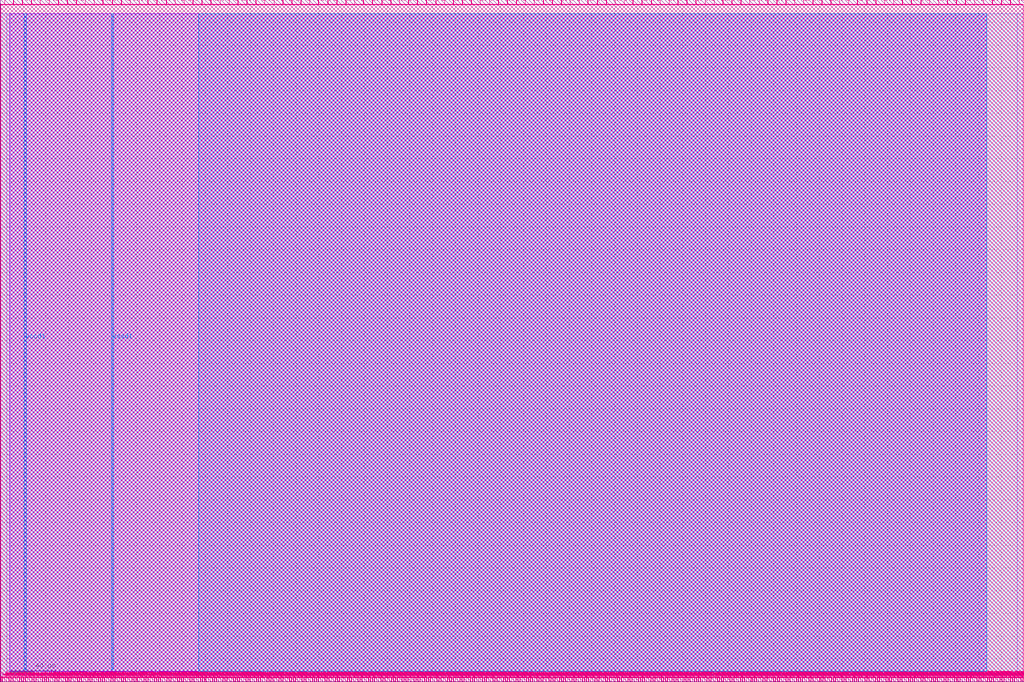
<source format=lef>
# Copyright 2020 The SkyWater PDK Authors
#
# Licensed under the Apache License, Version 2.0 (the "License");
# you may not use this file except in compliance with the License.
# You may obtain a copy of the License at
#
#     https://www.apache.org/licenses/LICENSE-2.0
#
# Unless required by applicable law or agreed to in writing, software
# distributed under the License is distributed on an "AS IS" BASIS,
# WITHOUT WARRANTIES OR CONDITIONS OF ANY KIND, either express or implied.
# See the License for the specific language governing permissions and
# limitations under the License.
#
# SPDX-License-Identifier: Apache-2.0

VERSION 5.7 ;

BUSBITCHARS "[]" ;
DIVIDERCHAR "/" ;

UNITS
  TIME NANOSECONDS 1 ;
  CAPACITANCE PICOFARADS 1 ;
  RESISTANCE OHMS 1 ;
  DATABASE MICRONS 1000 ;
END UNITS

MANUFACTURINGGRID 0.005 ;
USEMINSPACING OBS OFF ;

PROPERTYDEFINITIONS
  LAYER LEF58_TYPE STRING ;
END PROPERTYDEFINITIONS

# High density, single height
SITE unithd
  SYMMETRY Y ;
  CLASS CORE ;
  SIZE 0.46 BY 2.72 ;
END unithd

# High density, double height
SITE unithddbl
  SYMMETRY Y ;
  CLASS CORE ;
  SIZE 0.46 BY 5.44 ;
END unithddbl

LAYER nwell
  TYPE MASTERSLICE ;
  PROPERTY LEF58_TYPE "TYPE NWELL ;" ;
END nwell

LAYER pwell
  TYPE MASTERSLICE ;
  PROPERTY LEF58_TYPE "TYPE PWELL ;" ;
END pwell

LAYER li1
  TYPE ROUTING ;
  DIRECTION VERTICAL ;

  PITCH 0.46 0.34 ;
  OFFSET 0.23 0.17 ;

  WIDTH 0.17 ;          # LI 1
  # SPACING  0.17 ;     # LI 2
  SPACINGTABLE
     PARALLELRUNLENGTH 0
     WIDTH 0 0.17 ;
  AREA 0.0561 ;         # LI 6
  THICKNESS 0.1 ;
  EDGECAPACITANCE 40.697E-6 ;
  CAPACITANCE CPERSQDIST 36.9866E-6 ;
  RESISTANCE RPERSQ 12.8 ;

  ANTENNAMODEL OXIDE1 ;
  ANTENNADIFFSIDEAREARATIO PWL ( ( 0 75 ) ( 0.0125 75 ) ( 0.0225 85.125 ) ( 22.5 10200 ) ) ;
END li1

LAYER mcon
  TYPE CUT ;

  WIDTH 0.17 ;                # Mcon 1
  SPACING 0.19 ;              # Mcon 2
  ENCLOSURE BELOW 0 0 ;       # Mcon 4
  ENCLOSURE ABOVE 0.03 0.06 ; # Met1 4 / Met1 5
  RESISTANCE 9.30 ;

  ANTENNADIFFAREARATIO PWL ( ( 0 3 ) ( 0.0125 3 ) ( 0.0225 3.405 ) ( 22.5 408 ) ) ;
  DCCURRENTDENSITY AVERAGE 0.36 ; # mA per via Iavg_max at Tj = 90oC

END mcon

LAYER met1
  TYPE ROUTING ;
  DIRECTION HORIZONTAL ;

  PITCH 0.34 ;
  OFFSET 0.17 ;

  WIDTH 0.14 ;                     # Met1 1
  # SPACING 0.14 ;                 # Met1 2
  # SPACING 0.28 RANGE 3.001 100 ; # Met1 3b
  SPACINGTABLE
     PARALLELRUNLENGTH 0
     WIDTH 0 0.14
     WIDTH 3 0.28 ;
  AREA 0.083 ;                     # Met1 6
  THICKNESS 0.35 ;
  MINENCLOSEDAREA 0.14 ;

  ANTENNAMODEL OXIDE1 ;
  ANTENNADIFFSIDEAREARATIO PWL ( ( 0 400 ) ( 0.0125 400 ) ( 0.0225 2609 ) ( 22.5 11600 ) ) ;

  EDGECAPACITANCE 40.567E-6 ;
  CAPACITANCE CPERSQDIST 25.7784E-6 ;
  DCCURRENTDENSITY AVERAGE 2.8 ; # mA/um Iavg_max at Tj = 90oC
  ACCURRENTDENSITY RMS 6.1 ; # mA/um Irms_max at Tj = 90oC
  MAXIMUMDENSITY 70 ;
  DENSITYCHECKWINDOW 700 700 ;
  DENSITYCHECKSTEP 70 ;

  RESISTANCE RPERSQ 0.125 ;
END met1

LAYER via
  TYPE CUT ;
  WIDTH 0.15 ;                  # Via 1a
  SPACING 0.17 ;                # Via 2
  ENCLOSURE BELOW 0.055 0.085 ; # Via 4a / Via 5a
  ENCLOSURE ABOVE 0.055 0.085 ; # Met2 4 / Met2 5
  RESISTANCE 4.50 ;

  ANTENNADIFFAREARATIO PWL ( ( 0 6 ) ( 0.0125 6 ) ( 0.0225 6.81 ) ( 22.5 816 ) ) ;
  DCCURRENTDENSITY AVERAGE 0.29 ; # mA per via Iavg_max at Tj = 90oC
END via

LAYER met2
  TYPE ROUTING ;
  DIRECTION VERTICAL ;

  PITCH 0.46 ;
  OFFSET 0.23 ;

  WIDTH 0.14 ;                        # Met2 1
  # SPACING  0.14 ;                   # Met2 2
  # SPACING  0.28 RANGE 3.001 100 ;   # Met2 3b
  SPACINGTABLE
     PARALLELRUNLENGTH 0
     WIDTH 0 0.14
     WIDTH 3 0.28 ;
  AREA 0.0676 ;                       # Met2 6
  THICKNESS 0.35 ;
  MINENCLOSEDAREA 0.14 ;

  EDGECAPACITANCE 37.759E-6 ;
  CAPACITANCE CPERSQDIST 16.9423E-6 ;
  RESISTANCE RPERSQ 0.125 ;
  DCCURRENTDENSITY AVERAGE 2.8 ; # mA/um Iavg_max at Tj = 90oC
  ACCURRENTDENSITY RMS 6.1 ; # mA/um Irms_max at Tj = 90oC

  ANTENNAMODEL OXIDE1 ;
  ANTENNADIFFSIDEAREARATIO PWL ( ( 0 400 ) ( 0.0125 400 ) ( 0.0225 2609 ) ( 22.5 11600 ) ) ;

  MAXIMUMDENSITY 70 ;
  DENSITYCHECKWINDOW 700 700 ;
  DENSITYCHECKSTEP 70 ;
END met2

# ******** Layer via2, type routing, number 44 **************
LAYER via2
  TYPE CUT ;
  WIDTH 0.2 ;                   # Via2 1
  SPACING 0.2 ;                 # Via2 2
  ENCLOSURE BELOW 0.04 0.085 ;  # Via2 4
  ENCLOSURE ABOVE 0.065 0.065 ; # Met3 4
  RESISTANCE 3.41 ;
  ANTENNADIFFAREARATIO PWL ( ( 0 6 ) ( 0.0125 6 ) ( 0.0225 6.81 ) ( 22.5 816 ) ) ;
  DCCURRENTDENSITY AVERAGE 0.48 ; # mA per via Iavg_max at Tj = 90oC
END via2

LAYER met3
  TYPE ROUTING ;
  DIRECTION HORIZONTAL ;

  PITCH 0.68 ;
  OFFSET 0.34 ;

  WIDTH 0.3 ;              # Met3 1
  # SPACING 0.3 ;          # Met3 2
  SPACINGTABLE
     PARALLELRUNLENGTH 0
     WIDTH 0 0.3
     WIDTH 3 0.4 ;
  AREA 0.24 ;              # Met3 6
  THICKNESS 0.8 ;

  EDGECAPACITANCE 40.989E-6 ;
  CAPACITANCE CPERSQDIST 12.3729E-6 ;
  RESISTANCE RPERSQ 0.047 ;
  DCCURRENTDENSITY AVERAGE 6.8 ; # mA/um Iavg_max at Tj = 90oC
  ACCURRENTDENSITY RMS 14.9 ; # mA/um Irms_max at Tj = 90oC

  ANTENNAMODEL OXIDE1 ;
  ANTENNADIFFSIDEAREARATIO PWL ( ( 0 400 ) ( 0.0125 400 ) ( 0.0225 2609 ) ( 22.5 11600 ) ) ;

  MAXIMUMDENSITY 70 ;
  DENSITYCHECKWINDOW 700 700 ;
  DENSITYCHECKSTEP 70 ;
END met3

LAYER via3
  TYPE CUT ;
  WIDTH 0.2 ;                   # Via3 1
  SPACING 0.2 ;                 # Via3 2
  ENCLOSURE BELOW 0.06 0.09 ;   # Via3 4 / Via3 5
  ENCLOSURE ABOVE 0.065 0.065 ; # Met4 3
  RESISTANCE 3.41 ;
  ANTENNADIFFAREARATIO PWL ( ( 0 6 ) ( 0.0125 6 ) ( 0.0225 6.81 ) ( 22.5 816 ) ) ;
  DCCURRENTDENSITY AVERAGE 0.48 ; # mA per via Iavg_max at Tj = 90oC
END via3

LAYER met4
  TYPE ROUTING ;
  DIRECTION VERTICAL ;

  PITCH 0.92 ;
  OFFSET 0.46 ;

  WIDTH 0.3 ;             # Met4 1
  # SPACING  0.3 ;             # Met4 2
  SPACINGTABLE
     PARALLELRUNLENGTH 0
     WIDTH 0 0.3
     WIDTH 3 0.4 ;
  AREA 0.24 ;            # Met4 4a

  THICKNESS 0.8 ;

  EDGECAPACITANCE 36.676E-6 ;
  CAPACITANCE CPERSQDIST 8.41537E-6 ;
  RESISTANCE RPERSQ 0.047 ;
  DCCURRENTDENSITY AVERAGE 6.8 ; # mA/um Iavg_max at Tj = 90oC
  ACCURRENTDENSITY RMS 14.9 ; # mA/um Irms_max at Tj = 90oC

  ANTENNAMODEL OXIDE1 ;
  ANTENNADIFFSIDEAREARATIO PWL ( ( 0 400 ) ( 0.0125 400 ) ( 0.0225 2609 ) ( 22.5 11600 ) ) ;

  MAXIMUMDENSITY 70 ;
  DENSITYCHECKWINDOW 700 700 ;
  DENSITYCHECKSTEP 70 ;
END met4

LAYER via4
  TYPE CUT ;

  WIDTH 0.8 ;                 # Via4 1
  SPACING 0.8 ;               # Via4 2
  ENCLOSURE BELOW 0.19 0.19 ; # Via4 4
  ENCLOSURE ABOVE 0.31 0.31 ; # Met5 3
  RESISTANCE 0.38 ;
  ANTENNADIFFAREARATIO PWL ( ( 0 6 ) ( 0.0125 6 ) ( 0.0225 6.81 ) ( 22.5 816 ) ) ;
  DCCURRENTDENSITY AVERAGE 2.49 ; # mA per via Iavg_max at Tj = 90oC
END via4

LAYER met5
  TYPE ROUTING ;
  DIRECTION HORIZONTAL ;

  PITCH 3.4 ;
  OFFSET 1.7 ;

  WIDTH 1.6 ;            # Met5 1
  #SPACING  1.6 ;        # Met5 2
  SPACINGTABLE
     PARALLELRUNLENGTH 0
     WIDTH 0 1.6 ;
  AREA 4 ;               # Met5 4

  THICKNESS 1.2 ;

  EDGECAPACITANCE 38.851E-6 ;
  CAPACITANCE CPERSQDIST 6.32063E-6 ;
  RESISTANCE RPERSQ 0.0285 ;
  DCCURRENTDENSITY AVERAGE 10.17 ; # mA/um Iavg_max at Tj = 90oC
  ACCURRENTDENSITY RMS 22.34 ; # mA/um Irms_max at Tj = 90oC

  ANTENNAMODEL OXIDE1 ;
  ANTENNADIFFSIDEAREARATIO PWL ( ( 0 400 ) ( 0.0125 400 ) ( 0.0225 2609 ) ( 22.5 11600 ) ) ;
END met5


### Routing via cells section   ###
# Plus via rule, metals are along the prefered direction
VIA L1M1_PR DEFAULT
  LAYER mcon ;
  RECT -0.085 -0.085 0.085 0.085 ;
  LAYER li1 ;
  RECT -0.085 -0.085 0.085 0.085 ;
  LAYER met1 ;
  RECT -0.145 -0.115 0.145 0.115 ;
END L1M1_PR

VIARULE L1M1_PR GENERATE
  LAYER li1 ;
  ENCLOSURE 0 0 ;
  LAYER met1 ;
  ENCLOSURE 0.06 0.03 ;
  LAYER mcon ;
  RECT -0.085 -0.085 0.085 0.085 ;
  SPACING 0.36 BY 0.36 ;
END L1M1_PR

# Plus via rule, metals are along the non prefered direction
VIA L1M1_PR_R DEFAULT
  LAYER mcon ;
  RECT -0.085 -0.085 0.085 0.085 ;
  LAYER li1 ;
  RECT -0.085 -0.085 0.085 0.085 ;
  LAYER met1 ;
  RECT -0.115 -0.145 0.115 0.145 ;
END L1M1_PR_R

VIARULE L1M1_PR_R GENERATE
  LAYER li1 ;
  ENCLOSURE 0 0 ;
  LAYER met1 ;
  ENCLOSURE 0.03 0.06 ;
  LAYER mcon ;
  RECT -0.085 -0.085 0.085 0.085 ;
  SPACING 0.36 BY 0.36 ;
END L1M1_PR_R

# Minus via rule, lower layer metal is along prefered direction
VIA L1M1_PR_M DEFAULT
  LAYER mcon ;
  RECT -0.085 -0.085 0.085 0.085 ;
  LAYER li1 ;
  RECT -0.085 -0.085 0.085 0.085 ;
  LAYER met1 ;
  RECT -0.115 -0.145 0.115 0.145 ;
END L1M1_PR_M

VIARULE L1M1_PR_M GENERATE
  LAYER li1 ;
  ENCLOSURE 0 0 ;
  LAYER met1 ;
  ENCLOSURE 0.03 0.06 ;
  LAYER mcon ;
  RECT -0.085 -0.085 0.085 0.085 ;
  SPACING 0.36 BY 0.36 ;
END L1M1_PR_M

# Minus via rule, upper layer metal is along prefered direction
VIA L1M1_PR_MR DEFAULT
  LAYER mcon ;
  RECT -0.085 -0.085 0.085 0.085 ;
  LAYER li1 ;
  RECT -0.085 -0.085 0.085 0.085 ;
  LAYER met1 ;
  RECT -0.145 -0.115 0.145 0.115 ;
END L1M1_PR_MR

VIARULE L1M1_PR_MR GENERATE
  LAYER li1 ;
  ENCLOSURE 0 0 ;
  LAYER met1 ;
  ENCLOSURE 0.06 0.03 ;
  LAYER mcon ;
  RECT -0.085 -0.085 0.085 0.085 ;
  SPACING 0.36 BY 0.36 ;
END L1M1_PR_MR

# Centered via rule, we really do not want to use it
VIA L1M1_PR_C DEFAULT
  LAYER mcon ;
  RECT -0.085 -0.085 0.085 0.085 ;
  LAYER li1 ;
  RECT -0.085 -0.085 0.085 0.085 ;
  LAYER met1 ;
  RECT -0.145 -0.145 0.145 0.145 ;
END L1M1_PR_C

VIARULE L1M1_PR_C GENERATE
  LAYER li1 ;
  ENCLOSURE 0 0 ;
  LAYER met1 ;
  ENCLOSURE 0.06 0.06 ;
  LAYER mcon ;
  RECT -0.085 -0.085 0.085 0.085 ;
  SPACING 0.36 BY 0.36 ;
END L1M1_PR_C

# Plus via rule, metals are along the prefered direction
VIA M1M2_PR DEFAULT
  LAYER via ;
  RECT -0.075 -0.075 0.075 0.075 ;
  LAYER met1 ;
  RECT -0.16 -0.13 0.16 0.13 ;
  LAYER met2 ;
  RECT -0.13 -0.16 0.13 0.16 ;
END M1M2_PR

VIARULE M1M2_PR GENERATE
  LAYER met1 ;
  ENCLOSURE 0.085 0.055 ;
  LAYER met2 ;
  ENCLOSURE 0.055 0.085 ;
  LAYER via ;
  RECT -0.075 -0.075 0.075 0.075 ;
  SPACING 0.32 BY 0.32 ;
END M1M2_PR

# Plus via rule, metals are along the non prefered direction
VIA M1M2_PR_R DEFAULT
  LAYER via ;
  RECT -0.075 -0.075 0.075 0.075 ;
  LAYER met1 ;
  RECT -0.13 -0.16 0.13 0.16 ;
  LAYER met2 ;
  RECT -0.16 -0.13 0.16 0.13 ;
END M1M2_PR_R

VIARULE M1M2_PR_R GENERATE
  LAYER met1 ;
  ENCLOSURE 0.055 0.085 ;
  LAYER met2 ;
  ENCLOSURE 0.085 0.055 ;
  LAYER via ;
  RECT -0.075 -0.075 0.075 0.075 ;
  SPACING 0.32 BY 0.32 ;
END M1M2_PR_R

# Minus via rule, lower layer metal is along prefered direction
VIA M1M2_PR_M DEFAULT
  LAYER via ;
  RECT -0.075 -0.075 0.075 0.075 ;
  LAYER met1 ;
  RECT -0.16 -0.13 0.16 0.13 ;
  LAYER met2 ;
  RECT -0.16 -0.13 0.16 0.13 ;
END M1M2_PR_M

VIARULE M1M2_PR_M GENERATE
  LAYER met1 ;
  ENCLOSURE 0.085 0.055 ;
  LAYER met2 ;
  ENCLOSURE 0.085 0.055 ;
  LAYER via ;
  RECT -0.075 -0.075 0.075 0.075 ;
  SPACING 0.32 BY 0.32 ;
END M1M2_PR_M

# Minus via rule, upper layer metal is along prefered direction
VIA M1M2_PR_MR DEFAULT
  LAYER via ;
  RECT -0.075 -0.075 0.075 0.075 ;
  LAYER met1 ;
  RECT -0.13 -0.16 0.13 0.16 ;
  LAYER met2 ;
  RECT -0.13 -0.16 0.13 0.16 ;
END M1M2_PR_MR

VIARULE M1M2_PR_MR GENERATE
  LAYER met1 ;
  ENCLOSURE 0.055 0.085 ;
  LAYER met2 ;
  ENCLOSURE 0.055 0.085 ;
  LAYER via ;
  RECT -0.075 -0.075 0.075 0.075 ;
  SPACING 0.32 BY 0.32 ;
END M1M2_PR_MR

# Centered via rule, we really do not want to use it
VIA M1M2_PR_C DEFAULT
  LAYER via ;
  RECT -0.075 -0.075 0.075 0.075 ;
  LAYER met1 ;
  RECT -0.16 -0.16 0.16 0.16 ;
  LAYER met2 ;
  RECT -0.16 -0.16 0.16 0.16 ;
END M1M2_PR_C

VIARULE M1M2_PR_C GENERATE
  LAYER met1 ;
  ENCLOSURE 0.085 0.085 ;
  LAYER met2 ;
  ENCLOSURE 0.085 0.085 ;
  LAYER via ;
  RECT -0.075 -0.075 0.075 0.075 ;
  SPACING 0.32 BY 0.32 ;
END M1M2_PR_C

# Plus via rule, metals are along the prefered direction
VIA M2M3_PR DEFAULT
  LAYER via2 ;
  RECT -0.1 -0.1 0.1 0.1 ;
  LAYER met2 ;
  RECT -0.14 -0.185 0.14 0.185 ;
  LAYER met3 ;
  RECT -0.165 -0.165 0.165 0.165 ;
END M2M3_PR

VIARULE M2M3_PR GENERATE
  LAYER met2 ;
  ENCLOSURE 0.04 0.085 ;
  LAYER met3 ;
  ENCLOSURE 0.065 0.065 ;
  LAYER via2 ;
  RECT -0.1 -0.1 0.1 0.1 ;
  SPACING 0.4 BY 0.4 ;
END M2M3_PR

# Plus via rule, metals are along the non prefered direction
VIA M2M3_PR_R DEFAULT
  LAYER via2 ;
  RECT -0.1 -0.1 0.1 0.1 ;
  LAYER met2 ;
  RECT -0.185 -0.14 0.185 0.14 ;
  LAYER met3 ;
  RECT -0.165 -0.165 0.165 0.165 ;
END M2M3_PR_R

VIARULE M2M3_PR_R GENERATE
  LAYER met2 ;
  ENCLOSURE 0.085 0.04 ;
  LAYER met3 ;
  ENCLOSURE 0.065 0.065 ;
  LAYER via2 ;
  RECT -0.1 -0.1 0.1 0.1 ;
  SPACING 0.4 BY 0.4 ;
END M2M3_PR_R

# Minus via rule, lower layer metal is along prefered direction
VIA M2M3_PR_M DEFAULT
  LAYER via2 ;
  RECT -0.1 -0.1 0.1 0.1 ;
  LAYER met2 ;
  RECT -0.14 -0.185 0.14 0.185 ;
  LAYER met3 ;
  RECT -0.165 -0.165 0.165 0.165 ;
END M2M3_PR_M

VIARULE M2M3_PR_M GENERATE
  LAYER met2 ;
  ENCLOSURE 0.04 0.085 ;
  LAYER met3 ;
  ENCLOSURE 0.065 0.065 ;
  LAYER via2 ;
  RECT -0.1 -0.1 0.1 0.1 ;
  SPACING 0.4 BY 0.4 ;
END M2M3_PR_M

# Minus via rule, upper layer metal is along prefered direction
VIA M2M3_PR_MR DEFAULT
  LAYER via2 ;
  RECT -0.1 -0.1 0.1 0.1 ;
  LAYER met2 ;
  RECT -0.185 -0.14 0.185 0.14 ;
  LAYER met3 ;
  RECT -0.165 -0.165 0.165 0.165 ;
END M2M3_PR_MR

VIARULE M2M3_PR_MR GENERATE
  LAYER met2 ;
  ENCLOSURE 0.085 0.04 ;
  LAYER met3 ;
  ENCLOSURE 0.065 0.065 ;
  LAYER via2 ;
  RECT -0.1 -0.1 0.1 0.1 ;
  SPACING 0.4 BY 0.4 ;
END M2M3_PR_MR

# Centered via rule, we really do not want to use it
VIA M2M3_PR_C DEFAULT
  LAYER via2 ;
  RECT -0.1 -0.1 0.1 0.1 ;
  LAYER met2 ;
  RECT -0.185 -0.185 0.185 0.185 ;
  LAYER met3 ;
  RECT -0.165 -0.165 0.165 0.165 ;
END M2M3_PR_C

VIARULE M2M3_PR_C GENERATE
  LAYER met2 ;
  ENCLOSURE 0.085 0.085 ;
  LAYER met3 ;
  ENCLOSURE 0.065 0.065 ;
  LAYER via2 ;
  RECT -0.1 -0.1 0.1 0.1 ;
  SPACING 0.4 BY 0.4 ;
END M2M3_PR_C

# Plus via rule, metals are along the prefered direction
VIA M3M4_PR DEFAULT
  LAYER via3 ;
  RECT -0.1 -0.1 0.1 0.1 ;
  LAYER met3 ;
  RECT -0.19 -0.16 0.19 0.16 ;
  LAYER met4 ;
  RECT -0.165 -0.165 0.165 0.165 ;
END M3M4_PR

VIARULE M3M4_PR GENERATE
  LAYER met3 ;
  ENCLOSURE 0.09 0.06 ;
  LAYER met4 ;
  ENCLOSURE 0.065 0.065 ;
  LAYER via3 ;
  RECT -0.1 -0.1 0.1 0.1 ;
  SPACING 0.4 BY 0.4 ;
END M3M4_PR

# Plus via rule, metals are along the non prefered direction
VIA M3M4_PR_R DEFAULT
  LAYER via3 ;
  RECT -0.1 -0.1 0.1 0.1 ;
  LAYER met3 ;
  RECT -0.16 -0.19 0.16 0.19 ;
  LAYER met4 ;
  RECT -0.165 -0.165 0.165 0.165 ;
END M3M4_PR_R

VIARULE M3M4_PR_R GENERATE
  LAYER met3 ;
  ENCLOSURE 0.06 0.09 ;
  LAYER met4 ;
  ENCLOSURE 0.065 0.065 ;
  LAYER via3 ;
  RECT -0.1 -0.1 0.1 0.1 ;
  SPACING 0.4 BY 0.4 ;
END M3M4_PR_R

# Minus via rule, lower layer metal is along prefered direction
VIA M3M4_PR_M DEFAULT
  LAYER via3 ;
  RECT -0.1 -0.1 0.1 0.1 ;
  LAYER met3 ;
  RECT -0.19 -0.16 0.19 0.16 ;
  LAYER met4 ;
  RECT -0.165 -0.165 0.165 0.165 ;
END M3M4_PR_M

VIARULE M3M4_PR_M GENERATE
  LAYER met3 ;
  ENCLOSURE 0.09 0.06 ;
  LAYER met4 ;
  ENCLOSURE 0.065 0.065 ;
  LAYER via3 ;
  RECT -0.1 -0.1 0.1 0.1 ;
  SPACING 0.4 BY 0.4 ;
END M3M4_PR_M

# Minus via rule, upper layer metal is along prefered direction
VIA M3M4_PR_MR DEFAULT
  LAYER via3 ;
  RECT -0.1 -0.1 0.1 0.1 ;
  LAYER met3 ;
  RECT -0.16 -0.19 0.16 0.19 ;
  LAYER met4 ;
  RECT -0.165 -0.165 0.165 0.165 ;
END M3M4_PR_MR

VIARULE M3M4_PR_MR GENERATE
  LAYER met3 ;
  ENCLOSURE 0.06 0.09 ;
  LAYER met4 ;
  ENCLOSURE 0.065 0.065 ;
  LAYER via3 ;
  RECT -0.1 -0.1 0.1 0.1 ;
  SPACING 0.4 BY 0.4 ;
END M3M4_PR_MR

# Centered via rule, we really do not want to use it
VIA M3M4_PR_C DEFAULT
  LAYER via3 ;
  RECT -0.1 -0.1 0.1 0.1 ;
  LAYER met3 ;
  RECT -0.19 -0.19 0.19 0.19 ;
  LAYER met4 ;
  RECT -0.165 -0.165 0.165 0.165 ;
END M3M4_PR_C

VIARULE M3M4_PR_C GENERATE
  LAYER met3 ;
  ENCLOSURE 0.09 0.09 ;
  LAYER met4 ;
  ENCLOSURE 0.065 0.065 ;
  LAYER via3 ;
  RECT -0.1 -0.1 0.1 0.1 ;
  SPACING 0.4 BY 0.4 ;
END M3M4_PR_C

# Plus via rule, metals are along the prefered direction
VIA M4M5_PR DEFAULT
  LAYER via4 ;
  RECT -0.4 -0.4 0.4 0.4 ;
  LAYER met4 ;
  RECT -0.59 -0.59 0.59 0.59 ;
  LAYER met5 ;
  RECT -0.71 -0.71 0.71 0.71 ;
END M4M5_PR

VIARULE M4M5_PR GENERATE
  LAYER met4 ;
  ENCLOSURE 0.19 0.19 ;
  LAYER met5 ;
  ENCLOSURE 0.31 0.31 ;
  LAYER via4 ;
  RECT -0.4 -0.4 0.4 0.4 ;
  SPACING 1.6 BY 1.6 ;
END M4M5_PR

# Plus via rule, metals are along the non prefered direction
VIA M4M5_PR_R DEFAULT
  LAYER via4 ;
  RECT -0.4 -0.4 0.4 0.4 ;
  LAYER met4 ;
  RECT -0.59 -0.59 0.59 0.59 ;
  LAYER met5 ;
  RECT -0.71 -0.71 0.71 0.71 ;
END M4M5_PR_R

VIARULE M4M5_PR_R GENERATE
  LAYER met4 ;
  ENCLOSURE 0.19 0.19 ;
  LAYER met5 ;
  ENCLOSURE 0.31 0.31 ;
  LAYER via4 ;
  RECT -0.4 -0.4 0.4 0.4 ;
  SPACING 1.6 BY 1.6 ;
END M4M5_PR_R

# Minus via rule, lower layer metal is along prefered direction
VIA M4M5_PR_M DEFAULT
  LAYER via4 ;
  RECT -0.4 -0.4 0.4 0.4 ;
  LAYER met4 ;
  RECT -0.59 -0.59 0.59 0.59 ;
  LAYER met5 ;
  RECT -0.71 -0.71 0.71 0.71 ;
END M4M5_PR_M

VIARULE M4M5_PR_M GENERATE
  LAYER met4 ;
  ENCLOSURE 0.19 0.19 ;
  LAYER met5 ;
  ENCLOSURE 0.31 0.31 ;
  LAYER via4 ;
  RECT -0.4 -0.4 0.4 0.4 ;
  SPACING 1.6 BY 1.6 ;
END M4M5_PR_M

# Minus via rule, upper layer metal is along prefered direction
VIA M4M5_PR_MR DEFAULT
  LAYER via4 ;
  RECT -0.4 -0.4 0.4 0.4 ;
  LAYER met4 ;
  RECT -0.59 -0.59 0.59 0.59 ;
  LAYER met5 ;
  RECT -0.71 -0.71 0.71 0.71 ;
END M4M5_PR_MR

VIARULE M4M5_PR_MR GENERATE
  LAYER met4 ;
  ENCLOSURE 0.19 0.19 ;
  LAYER met5 ;
  ENCLOSURE 0.31 0.31 ;
  LAYER via4 ;
  RECT -0.4 -0.4 0.4 0.4 ;
  SPACING 1.6 BY 1.6 ;
END M4M5_PR_MR

# Centered via rule, we really do not want to use it
VIA M4M5_PR_C DEFAULT
  LAYER via4 ;
  RECT -0.4 -0.4 0.4 0.4 ;
  LAYER met4 ;
  RECT -0.59 -0.59 0.59 0.59 ;
  LAYER met5 ;
  RECT -0.71 -0.71 0.71 0.71 ;
END M4M5_PR_C

VIARULE M4M5_PR_C GENERATE
  LAYER met4 ;
  ENCLOSURE 0.19 0.19 ;
  LAYER met5 ;
  ENCLOSURE 0.31 0.31 ;
  LAYER via4 ;
  RECT -0.4 -0.4 0.4 0.4 ;
  SPACING 1.6 BY 1.6 ;
END M4M5_PR_C
###  end of single via cells   ###


MACRO sky130_ef_sc_hd__decap_12
  CLASS BLOCK ;
  FOREIGN sky130_ef_sc_hd__decap_12 ;
  ORIGIN 0.000 0.000 ;
  SIZE 5.520 BY 2.720 ;
  PIN VGND
    DIRECTION INPUT ;
    USE GROUND ;
    PORT
      LAYER met1 ;
        RECT 0.000 -0.240 5.520 0.240 ;
    END
  END VGND
  PIN VPWR
    DIRECTION INPUT ;
    USE POWER ;
    PORT
      LAYER met1 ;
        RECT 0.000 2.480 5.520 2.960 ;
    END
  END VPWR
  PIN VPB
    DIRECTION INPUT ;
    USE POWER ;
    PORT
      LAYER nwell ;
        RECT -0.190 1.305 5.710 2.910 ;
    END
  END VPB
  PIN VNB
    DIRECTION INPUT ;
    USE GROUND ;
    PORT
      LAYER pwell ;
        RECT 0.005 0.105 5.515 0.915 ;
        RECT 0.145 -0.085 0.315 0.105 ;
    END
  END VNB
  OBS
      LAYER li1 ;
        RECT 0.000 2.635 5.520 2.805 ;
        RECT 0.085 2.200 5.430 2.635 ;
        RECT 1.670 0.630 2.010 1.460 ;
        RECT 3.490 0.950 3.840 2.200 ;
        RECT 0.085 0.085 5.430 0.630 ;
        RECT 0.000 -0.085 5.520 0.085 ;
      LAYER mcon ;
        RECT 0.145 2.635 0.315 2.805 ;
        RECT 0.605 2.635 0.775 2.805 ;
        RECT 1.065 2.635 1.235 2.805 ;
        RECT 1.525 2.635 1.695 2.805 ;
        RECT 1.985 2.635 2.155 2.805 ;
        RECT 2.445 2.635 2.615 2.805 ;
        RECT 2.905 2.635 3.075 2.805 ;
        RECT 3.365 2.635 3.535 2.805 ;
        RECT 3.825 2.635 3.995 2.805 ;
        RECT 4.285 2.635 4.455 2.805 ;
        RECT 4.745 2.635 4.915 2.805 ;
        RECT 5.205 2.635 5.375 2.805 ;
        RECT 0.145 -0.085 0.315 0.085 ;
        RECT 0.605 -0.085 0.775 0.085 ;
        RECT 1.065 -0.085 1.235 0.085 ;
        RECT 1.525 -0.085 1.695 0.085 ;
        RECT 1.985 -0.085 2.155 0.085 ;
        RECT 2.445 -0.085 2.615 0.085 ;
        RECT 2.905 -0.085 3.075 0.085 ;
        RECT 3.365 -0.085 3.535 0.085 ;
        RECT 3.825 -0.085 3.995 0.085 ;
        RECT 4.285 -0.085 4.455 0.085 ;
        RECT 4.745 -0.085 4.915 0.085 ;
        RECT 5.205 -0.085 5.375 0.085 ;
  END
END sky130_ef_sc_hd__decap_12
MACRO sky130_ef_sc_hd__fakediode_2
  CLASS CORE SPACER ;
  FOREIGN sky130_ef_sc_hd__fakediode_2 ;
  ORIGIN 0.000 0.000 ;
  SIZE 0.920 BY 2.720 ;
  SYMMETRY X Y R90 ;
  SITE unithd ;
  PIN DIODE
    DIRECTION INPUT ;
    USE SIGNAL ;
    PORT
      LAYER li1 ;
        RECT 0.085 0.255 0.835 2.465 ;
    END
  END DIODE
  PIN VGND
    DIRECTION INOUT ;
    USE GROUND ;
    SHAPE ABUTMENT ;
    PORT
      LAYER met1 ;
        RECT 0.000 -0.240 0.920 0.240 ;
    END
  END VGND
  PIN VPWR
    DIRECTION INOUT ;
    USE POWER ;
    SHAPE ABUTMENT ;
    PORT
      LAYER met1 ;
        RECT 0.000 2.480 0.920 2.960 ;
    END
  END VPWR
  PIN VPB
    DIRECTION INOUT ;
    USE POWER ;
    PORT
      LAYER nwell ;
        RECT -0.190 1.305 1.110 2.910 ;
    END
  END VPB
  PIN VNB
    DIRECTION INOUT ;
    USE GROUND ;
    PORT
      LAYER pwell ;
        RECT 0.025 0.065 0.915 1.015 ;
        RECT 0.145 -0.085 0.315 0.065 ;
    END
  END VNB
  OBS
      LAYER li1 ;
        RECT 0.000 2.635 0.920 2.805 ;
        RECT 0.000 -0.085 0.920 0.085 ;
      LAYER mcon ;
        RECT 0.145 2.635 0.315 2.805 ;
        RECT 0.605 2.635 0.775 2.805 ;
        RECT 0.145 -0.085 0.315 0.085 ;
        RECT 0.605 -0.085 0.775 0.085 ;
  END
END sky130_ef_sc_hd__fakediode_2
MACRO sky130_ef_sc_hd__fill_8
  CLASS CORE SPACER ;
  FOREIGN sky130_ef_sc_hd__fill_8 ;
  ORIGIN 0.000 0.000 ;
  SIZE 3.680 BY 2.720 ;
  SYMMETRY X Y R90 ;
  SITE unithd ;
  PIN VGND
    DIRECTION INOUT ;
    USE GROUND ;
    SHAPE ABUTMENT ;
    PORT
      LAYER met1 ;
        RECT 0.000 -0.240 3.680 0.240 ;
    END
  END VGND
  PIN VPWR
    DIRECTION INOUT ;
    USE POWER ;
    SHAPE ABUTMENT ;
    PORT
      LAYER met1 ;
        RECT 0.000 2.480 3.680 2.960 ;
    END
  END VPWR
  PIN VPB
    PORT
      LAYER nwell ;
        RECT -0.190 1.305 3.870 2.910 ;
    END
  END VPB
  PIN VNB
    PORT
      LAYER pwell ;
        RECT 0.025 0.065 3.655 1.015 ;
        RECT 0.130 -0.120 0.350 0.065 ;
    END
  END VNB
  OBS
      LAYER li1 ;
        RECT 0.000 2.635 3.680 2.805 ;
        RECT 0.000 -0.085 3.680 0.085 ;
      LAYER mcon ;
        RECT 0.145 2.635 0.315 2.805 ;
        RECT 0.605 2.635 0.775 2.805 ;
        RECT 1.065 2.635 1.235 2.805 ;
        RECT 1.525 2.635 1.695 2.805 ;
        RECT 1.985 2.635 2.155 2.805 ;
        RECT 2.445 2.635 2.615 2.805 ;
        RECT 2.905 2.635 3.075 2.805 ;
        RECT 3.365 2.635 3.535 2.805 ;
        RECT 0.145 -0.085 0.315 0.085 ;
        RECT 0.605 -0.085 0.775 0.085 ;
        RECT 1.065 -0.085 1.235 0.085 ;
        RECT 1.525 -0.085 1.695 0.085 ;
        RECT 1.985 -0.085 2.155 0.085 ;
        RECT 2.445 -0.085 2.615 0.085 ;
        RECT 2.905 -0.085 3.075 0.085 ;
        RECT 3.365 -0.085 3.535 0.085 ;
  END
END sky130_ef_sc_hd__fill_8
MACRO sky130_ef_sc_hd__fill_12
  CLASS CORE ;
  FOREIGN sky130_ef_sc_hd__fill_12 ;
  ORIGIN 0.000 0.000 ;
  SIZE 5.520 BY 2.720 ;
  SYMMETRY X Y R90 ;
  SITE unithd ;
  PIN VPWR
    USE POWER ;
    PORT
      LAYER met1 ;
        RECT 0.000 2.480 5.520 2.960 ;
    END
  END VPWR
  PIN VGND
    USE GROUND ;
    PORT
      LAYER met1 ;
        RECT 0.000 -0.240 5.520 0.240 ;
    END
  END VGND
  PIN VPB
    PORT
      LAYER nwell ;
        RECT -0.190 1.305 2.950 2.910 ;
    END
  END VPB
  PIN VNB
    PORT
      LAYER pwell ;
        RECT 0.005 0.105 2.755 0.915 ;
        RECT 0.145 -0.085 0.315 0.105 ;
    END
  END VNB
  OBS
      LAYER li1 ;
        RECT 0.000 2.635 5.520 2.805 ;
        RECT 0.085 1.545 2.675 2.635 ;
        RECT 0.085 0.855 1.295 1.375 ;
        RECT 1.465 1.025 2.675 1.545 ;
        RECT 0.085 0.085 2.675 0.855 ;
        RECT 0.000 -0.085 5.520 0.085 ;
      LAYER mcon ;
        RECT 0.145 2.635 0.315 2.805 ;
        RECT 0.605 2.635 0.775 2.805 ;
        RECT 1.065 2.635 1.235 2.805 ;
        RECT 1.525 2.635 1.695 2.805 ;
        RECT 1.985 2.635 2.155 2.805 ;
        RECT 2.445 2.635 2.615 2.805 ;
        RECT 2.905 2.635 3.075 2.805 ;
        RECT 3.365 2.635 3.535 2.805 ;
        RECT 3.825 2.635 3.995 2.805 ;
        RECT 4.285 2.635 4.455 2.805 ;
        RECT 4.745 2.635 4.915 2.805 ;
        RECT 5.205 2.635 5.375 2.805 ;
        RECT 0.145 -0.085 0.315 0.085 ;
        RECT 0.605 -0.085 0.775 0.085 ;
        RECT 1.065 -0.085 1.235 0.085 ;
        RECT 1.525 -0.085 1.695 0.085 ;
        RECT 1.985 -0.085 2.155 0.085 ;
        RECT 2.445 -0.085 2.615 0.085 ;
        RECT 2.905 -0.085 3.075 0.085 ;
        RECT 3.365 -0.085 3.535 0.085 ;
        RECT 3.825 -0.085 3.995 0.085 ;
        RECT 4.285 -0.085 4.455 0.085 ;
        RECT 4.745 -0.085 4.915 0.085 ;
        RECT 5.205 -0.085 5.375 0.085 ;
  END
END sky130_ef_sc_hd__fill_12
MACRO sky130_fd_sc_hd__a2bb2o_1
  CLASS CORE ;
  FOREIGN sky130_fd_sc_hd__a2bb2o_1 ;
  ORIGIN 0.000 0.000 ;
  SIZE 3.680 BY 2.720 ;
  SYMMETRY X Y R90 ;
  SITE unithd ;
  PIN A1_N
    DIRECTION INPUT ;
    USE SIGNAL ;
    ANTENNAGATEAREA 0.126000 ;
    PORT
      LAYER li1 ;
        RECT 0.910 0.995 1.240 1.615 ;
    END
  END A1_N
  PIN A2_N
    DIRECTION INPUT ;
    USE SIGNAL ;
    ANTENNAGATEAREA 0.126000 ;
    PORT
      LAYER li1 ;
        RECT 1.410 0.995 1.700 1.375 ;
    END
  END A2_N
  PIN B1
    DIRECTION INPUT ;
    USE SIGNAL ;
    ANTENNAGATEAREA 0.126000 ;
    PORT
      LAYER li1 ;
        RECT 3.280 0.765 3.540 1.655 ;
    END
  END B1
  PIN B2
    DIRECTION INPUT ;
    USE SIGNAL ;
    ANTENNAGATEAREA 0.126000 ;
    PORT
      LAYER li1 ;
        RECT 2.600 1.355 3.080 1.655 ;
        RECT 2.820 0.765 3.080 1.355 ;
    END
  END B2
  PIN VGND
    DIRECTION INOUT ;
    USE GROUND ;
    SHAPE ABUTMENT ;
    PORT
      LAYER met1 ;
        RECT 0.000 -0.240 3.680 0.240 ;
    END
  END VGND
  PIN VNB
    DIRECTION INOUT ;
    USE GROUND ;
    PORT
      LAYER pwell ;
        RECT 0.005 0.785 0.925 1.015 ;
        RECT 0.005 0.105 3.590 0.785 ;
        RECT 0.150 -0.085 0.320 0.105 ;
    END
  END VNB
  PIN VPB
    DIRECTION INOUT ;
    USE POWER ;
    PORT
      LAYER nwell ;
        RECT -0.190 1.305 3.870 2.910 ;
    END
  END VPB
  PIN VPWR
    DIRECTION INOUT ;
    USE POWER ;
    SHAPE ABUTMENT ;
    PORT
      LAYER met1 ;
        RECT 0.000 2.480 3.680 2.960 ;
    END
  END VPWR
  PIN X
    DIRECTION OUTPUT ;
    USE SIGNAL ;
    ANTENNADIFFAREA 0.429000 ;
    PORT
      LAYER li1 ;
        RECT 0.085 1.525 0.345 2.465 ;
        RECT 0.085 0.810 0.260 1.525 ;
        RECT 0.085 0.255 0.345 0.810 ;
    END
  END X
  OBS
      LAYER li1 ;
        RECT 0.000 2.635 3.680 2.805 ;
        RECT 0.515 2.235 0.845 2.635 ;
        RECT 1.990 2.370 2.245 2.465 ;
        RECT 1.105 2.200 2.245 2.370 ;
        RECT 2.415 2.255 2.745 2.425 ;
        RECT 1.105 1.975 1.275 2.200 ;
        RECT 0.515 1.805 1.275 1.975 ;
        RECT 1.990 2.065 2.245 2.200 ;
        RECT 0.515 1.325 0.685 1.805 ;
        RECT 1.540 1.715 1.710 1.905 ;
        RECT 1.990 1.895 2.400 2.065 ;
        RECT 1.540 1.545 2.060 1.715 ;
        RECT 0.430 0.995 0.685 1.325 ;
        RECT 1.890 0.825 2.060 1.545 ;
        RECT 1.180 0.655 2.060 0.825 ;
        RECT 2.230 0.870 2.400 1.895 ;
        RECT 2.575 2.005 2.745 2.255 ;
        RECT 2.915 2.175 3.165 2.635 ;
        RECT 3.335 2.005 3.515 2.465 ;
        RECT 2.575 1.835 3.515 2.005 ;
        RECT 2.230 0.700 2.580 0.870 ;
        RECT 0.515 0.085 0.945 0.530 ;
        RECT 1.180 0.255 1.350 0.655 ;
        RECT 1.520 0.085 2.240 0.485 ;
        RECT 2.410 0.255 2.580 0.700 ;
        RECT 3.155 0.085 3.555 0.595 ;
        RECT 0.000 -0.085 3.680 0.085 ;
      LAYER mcon ;
        RECT 0.145 2.635 0.315 2.805 ;
        RECT 0.605 2.635 0.775 2.805 ;
        RECT 1.065 2.635 1.235 2.805 ;
        RECT 1.525 2.635 1.695 2.805 ;
        RECT 1.985 2.635 2.155 2.805 ;
        RECT 2.445 2.635 2.615 2.805 ;
        RECT 2.905 2.635 3.075 2.805 ;
        RECT 3.365 2.635 3.535 2.805 ;
        RECT 0.145 -0.085 0.315 0.085 ;
        RECT 0.605 -0.085 0.775 0.085 ;
        RECT 1.065 -0.085 1.235 0.085 ;
        RECT 1.525 -0.085 1.695 0.085 ;
        RECT 1.985 -0.085 2.155 0.085 ;
        RECT 2.445 -0.085 2.615 0.085 ;
        RECT 2.905 -0.085 3.075 0.085 ;
        RECT 3.365 -0.085 3.535 0.085 ;
  END
END sky130_fd_sc_hd__a2bb2o_1
MACRO sky130_fd_sc_hd__a2bb2o_2
  CLASS CORE ;
  FOREIGN sky130_fd_sc_hd__a2bb2o_2 ;
  ORIGIN 0.000 0.000 ;
  SIZE 4.140 BY 2.720 ;
  SYMMETRY X Y R90 ;
  SITE unithd ;
  PIN A1_N
    DIRECTION INPUT ;
    USE SIGNAL ;
    ANTENNAGATEAREA 0.159000 ;
    PORT
      LAYER li1 ;
        RECT 1.345 0.995 1.675 1.615 ;
    END
  END A1_N
  PIN A2_N
    DIRECTION INPUT ;
    USE SIGNAL ;
    ANTENNAGATEAREA 0.159000 ;
    PORT
      LAYER li1 ;
        RECT 1.845 0.995 2.135 1.375 ;
    END
  END A2_N
  PIN B1
    DIRECTION INPUT ;
    USE SIGNAL ;
    ANTENNAGATEAREA 0.159000 ;
    PORT
      LAYER li1 ;
        RECT 3.730 0.765 3.990 1.655 ;
    END
  END B1
  PIN B2
    DIRECTION INPUT ;
    USE SIGNAL ;
    ANTENNAGATEAREA 0.159000 ;
    PORT
      LAYER li1 ;
        RECT 3.050 1.355 3.530 1.655 ;
        RECT 3.270 0.765 3.530 1.355 ;
    END
  END B2
  PIN VGND
    DIRECTION INOUT ;
    USE GROUND ;
    SHAPE ABUTMENT ;
    PORT
      LAYER met1 ;
        RECT 0.000 -0.240 4.140 0.240 ;
    END
  END VGND
  PIN VNB
    DIRECTION INOUT ;
    USE GROUND ;
    PORT
      LAYER pwell ;
        RECT 0.015 0.785 1.360 1.015 ;
        RECT 0.015 0.105 4.040 0.785 ;
        RECT 0.125 -0.085 0.295 0.105 ;
    END
  END VNB
  PIN VPB
    DIRECTION INOUT ;
    USE POWER ;
    PORT
      LAYER nwell ;
        RECT -0.190 1.305 4.330 2.910 ;
    END
  END VPB
  PIN VPWR
    DIRECTION INOUT ;
    USE POWER ;
    SHAPE ABUTMENT ;
    PORT
      LAYER met1 ;
        RECT 0.000 2.480 4.140 2.960 ;
    END
  END VPWR
  PIN X
    DIRECTION OUTPUT ;
    USE SIGNAL ;
    ANTENNADIFFAREA 0.445500 ;
    PORT
      LAYER li1 ;
        RECT 0.525 1.525 0.780 2.465 ;
        RECT 0.525 0.810 0.695 1.525 ;
        RECT 0.525 0.255 0.780 0.810 ;
    END
  END X
  OBS
      LAYER li1 ;
        RECT 0.000 2.635 4.140 2.805 ;
        RECT 0.185 1.445 0.355 2.635 ;
        RECT 0.950 2.235 1.280 2.635 ;
        RECT 2.500 2.370 2.670 2.465 ;
        RECT 1.540 2.200 2.670 2.370 ;
        RECT 2.875 2.255 3.205 2.425 ;
        RECT 1.540 1.975 1.710 2.200 ;
        RECT 0.950 1.805 1.710 1.975 ;
        RECT 2.440 2.065 2.670 2.200 ;
        RECT 0.950 1.325 1.120 1.805 ;
        RECT 1.975 1.715 2.145 1.905 ;
        RECT 2.440 1.895 2.850 2.065 ;
        RECT 1.975 1.545 2.510 1.715 ;
        RECT 0.865 0.995 1.120 1.325 ;
        RECT 0.185 0.085 0.355 0.930 ;
        RECT 2.340 0.825 2.510 1.545 ;
        RECT 1.615 0.655 2.510 0.825 ;
        RECT 2.680 0.870 2.850 1.895 ;
        RECT 3.035 2.005 3.205 2.255 ;
        RECT 3.375 2.175 3.625 2.635 ;
        RECT 3.795 2.005 3.965 2.465 ;
        RECT 3.035 1.835 3.965 2.005 ;
        RECT 2.680 0.700 3.030 0.870 ;
        RECT 0.950 0.085 1.380 0.530 ;
        RECT 1.615 0.255 1.785 0.655 ;
        RECT 1.955 0.085 2.690 0.485 ;
        RECT 2.860 0.255 3.030 0.700 ;
        RECT 3.605 0.085 4.005 0.595 ;
        RECT 0.000 -0.085 4.140 0.085 ;
      LAYER mcon ;
        RECT 0.145 2.635 0.315 2.805 ;
        RECT 0.605 2.635 0.775 2.805 ;
        RECT 1.065 2.635 1.235 2.805 ;
        RECT 1.525 2.635 1.695 2.805 ;
        RECT 1.985 2.635 2.155 2.805 ;
        RECT 2.445 2.635 2.615 2.805 ;
        RECT 2.905 2.635 3.075 2.805 ;
        RECT 3.365 2.635 3.535 2.805 ;
        RECT 3.825 2.635 3.995 2.805 ;
        RECT 0.145 -0.085 0.315 0.085 ;
        RECT 0.605 -0.085 0.775 0.085 ;
        RECT 1.065 -0.085 1.235 0.085 ;
        RECT 1.525 -0.085 1.695 0.085 ;
        RECT 1.985 -0.085 2.155 0.085 ;
        RECT 2.445 -0.085 2.615 0.085 ;
        RECT 2.905 -0.085 3.075 0.085 ;
        RECT 3.365 -0.085 3.535 0.085 ;
        RECT 3.825 -0.085 3.995 0.085 ;
  END
END sky130_fd_sc_hd__a2bb2o_2
MACRO sky130_fd_sc_hd__a2bb2o_4
  CLASS CORE ;
  FOREIGN sky130_fd_sc_hd__a2bb2o_4 ;
  ORIGIN 0.000 0.000 ;
  SIZE 7.360 BY 2.720 ;
  SYMMETRY X Y R90 ;
  SITE unithd ;
  PIN A1_N
    DIRECTION INPUT ;
    USE SIGNAL ;
    ANTENNAGATEAREA 0.495000 ;
    PORT
      LAYER li1 ;
        RECT 3.475 1.445 4.965 1.615 ;
        RECT 3.475 1.325 3.645 1.445 ;
        RECT 3.315 1.075 3.645 1.325 ;
        RECT 4.605 1.075 4.965 1.445 ;
    END
  END A1_N
  PIN A2_N
    DIRECTION INPUT ;
    USE SIGNAL ;
    ANTENNAGATEAREA 0.495000 ;
    PORT
      LAYER li1 ;
        RECT 3.815 1.075 4.435 1.275 ;
    END
  END A2_N
  PIN B1
    DIRECTION INPUT ;
    USE SIGNAL ;
    ANTENNAGATEAREA 0.495000 ;
    PORT
      LAYER li1 ;
        RECT 0.085 1.445 1.685 1.615 ;
        RECT 0.085 1.075 0.575 1.445 ;
        RECT 1.515 1.245 1.685 1.445 ;
        RECT 1.515 1.075 1.895 1.245 ;
    END
  END B1
  PIN B2
    DIRECTION INPUT ;
    USE SIGNAL ;
    ANTENNAGATEAREA 0.495000 ;
    PORT
      LAYER li1 ;
        RECT 0.805 1.075 1.345 1.275 ;
    END
  END B2
  PIN VGND
    DIRECTION INOUT ;
    USE GROUND ;
    SHAPE ABUTMENT ;
    PORT
      LAYER met1 ;
        RECT 0.000 -0.240 7.360 0.240 ;
    END
  END VGND
  PIN VNB
    DIRECTION INOUT ;
    USE GROUND ;
    PORT
      LAYER pwell ;
        RECT 0.005 0.105 6.915 1.015 ;
        RECT 0.150 -0.085 0.320 0.105 ;
    END
  END VNB
  PIN VPB
    DIRECTION INOUT ;
    USE POWER ;
    PORT
      LAYER nwell ;
        RECT -0.190 1.305 7.550 2.910 ;
    END
  END VPB
  PIN VPWR
    DIRECTION INOUT ;
    USE POWER ;
    SHAPE ABUTMENT ;
    PORT
      LAYER met1 ;
        RECT 0.000 2.480 7.360 2.960 ;
    END
  END VPWR
  PIN X
    DIRECTION OUTPUT ;
    USE SIGNAL ;
    ANTENNADIFFAREA 0.891000 ;
    PORT
      LAYER li1 ;
        RECT 5.275 1.955 5.525 2.465 ;
        RECT 6.115 1.955 6.365 2.465 ;
        RECT 5.275 1.785 6.365 1.955 ;
        RECT 6.115 1.655 6.365 1.785 ;
        RECT 6.115 1.415 6.920 1.655 ;
        RECT 6.610 0.905 6.920 1.415 ;
        RECT 5.235 0.725 6.920 0.905 ;
        RECT 5.235 0.275 5.565 0.725 ;
        RECT 6.075 0.275 6.405 0.725 ;
    END
  END X
  OBS
      LAYER li1 ;
        RECT 0.000 2.635 7.360 2.805 ;
        RECT 0.135 1.955 0.385 2.465 ;
        RECT 0.555 2.125 0.805 2.635 ;
        RECT 0.975 1.955 1.225 2.465 ;
        RECT 1.395 2.125 1.645 2.635 ;
        RECT 1.815 2.295 2.905 2.465 ;
        RECT 1.815 1.955 2.065 2.295 ;
        RECT 2.655 2.135 2.905 2.295 ;
        RECT 3.175 2.135 3.425 2.635 ;
        RECT 3.595 2.295 4.685 2.465 ;
        RECT 3.595 2.135 3.845 2.295 ;
        RECT 0.135 1.785 2.065 1.955 ;
        RECT 1.855 1.455 2.065 1.785 ;
        RECT 2.235 1.965 2.485 2.125 ;
        RECT 4.015 1.965 4.265 2.125 ;
        RECT 2.235 1.415 2.620 1.965 ;
        RECT 3.135 1.785 4.265 1.965 ;
        RECT 4.435 1.785 4.685 2.295 ;
        RECT 4.855 1.795 5.105 2.635 ;
        RECT 5.695 2.165 5.945 2.635 ;
        RECT 6.535 1.825 6.785 2.635 ;
        RECT 3.135 1.665 3.305 1.785 ;
        RECT 2.955 1.495 3.305 1.665 ;
        RECT 2.235 0.905 2.445 1.415 ;
        RECT 2.955 1.245 3.145 1.495 ;
        RECT 2.615 1.075 3.145 1.245 ;
        RECT 5.135 1.245 5.460 1.615 ;
        RECT 5.135 1.075 6.440 1.245 ;
        RECT 2.955 0.905 3.145 1.075 ;
        RECT 0.175 0.085 0.345 0.895 ;
        RECT 0.515 0.475 0.765 0.905 ;
        RECT 0.935 0.735 2.525 0.905 ;
        RECT 0.935 0.645 1.270 0.735 ;
        RECT 0.515 0.255 1.685 0.475 ;
        RECT 1.855 0.085 2.025 0.555 ;
        RECT 2.195 0.255 2.525 0.735 ;
        RECT 2.955 0.725 4.725 0.905 ;
        RECT 2.695 0.085 3.385 0.555 ;
        RECT 3.555 0.255 3.885 0.725 ;
        RECT 4.055 0.085 4.225 0.555 ;
        RECT 4.395 0.255 4.725 0.725 ;
        RECT 4.895 0.085 5.065 0.895 ;
        RECT 5.735 0.085 5.905 0.555 ;
        RECT 6.575 0.085 6.745 0.555 ;
        RECT 0.000 -0.085 7.360 0.085 ;
      LAYER mcon ;
        RECT 0.145 2.635 0.315 2.805 ;
        RECT 0.605 2.635 0.775 2.805 ;
        RECT 1.065 2.635 1.235 2.805 ;
        RECT 1.525 2.635 1.695 2.805 ;
        RECT 1.985 2.635 2.155 2.805 ;
        RECT 2.445 2.635 2.615 2.805 ;
        RECT 2.905 2.635 3.075 2.805 ;
        RECT 3.365 2.635 3.535 2.805 ;
        RECT 3.825 2.635 3.995 2.805 ;
        RECT 4.285 2.635 4.455 2.805 ;
        RECT 4.745 2.635 4.915 2.805 ;
        RECT 5.205 2.635 5.375 2.805 ;
        RECT 5.665 2.635 5.835 2.805 ;
        RECT 6.125 2.635 6.295 2.805 ;
        RECT 6.585 2.635 6.755 2.805 ;
        RECT 7.045 2.635 7.215 2.805 ;
        RECT 2.450 1.445 2.620 1.615 ;
        RECT 5.230 1.445 5.400 1.615 ;
        RECT 0.145 -0.085 0.315 0.085 ;
        RECT 0.605 -0.085 0.775 0.085 ;
        RECT 1.065 -0.085 1.235 0.085 ;
        RECT 1.525 -0.085 1.695 0.085 ;
        RECT 1.985 -0.085 2.155 0.085 ;
        RECT 2.445 -0.085 2.615 0.085 ;
        RECT 2.905 -0.085 3.075 0.085 ;
        RECT 3.365 -0.085 3.535 0.085 ;
        RECT 3.825 -0.085 3.995 0.085 ;
        RECT 4.285 -0.085 4.455 0.085 ;
        RECT 4.745 -0.085 4.915 0.085 ;
        RECT 5.205 -0.085 5.375 0.085 ;
        RECT 5.665 -0.085 5.835 0.085 ;
        RECT 6.125 -0.085 6.295 0.085 ;
        RECT 6.585 -0.085 6.755 0.085 ;
        RECT 7.045 -0.085 7.215 0.085 ;
      LAYER met1 ;
        RECT 2.390 1.600 2.680 1.645 ;
        RECT 5.170 1.600 5.460 1.645 ;
        RECT 2.390 1.460 5.460 1.600 ;
        RECT 2.390 1.415 2.680 1.460 ;
        RECT 5.170 1.415 5.460 1.460 ;
  END
END sky130_fd_sc_hd__a2bb2o_4
MACRO sky130_fd_sc_hd__a2bb2oi_1
  CLASS CORE ;
  FOREIGN sky130_fd_sc_hd__a2bb2oi_1 ;
  ORIGIN 0.000 0.000 ;
  SIZE 3.220 BY 2.720 ;
  SYMMETRY X Y R90 ;
  SITE unithd ;
  PIN A1_N
    DIRECTION INPUT ;
    USE SIGNAL ;
    ANTENNAGATEAREA 0.247500 ;
    PORT
      LAYER li1 ;
        RECT 0.150 0.995 0.520 1.615 ;
    END
  END A1_N
  PIN A2_N
    DIRECTION INPUT ;
    USE SIGNAL ;
    ANTENNAGATEAREA 0.247500 ;
    PORT
      LAYER li1 ;
        RECT 0.725 1.010 1.240 1.275 ;
    END
  END A2_N
  PIN B1
    DIRECTION INPUT ;
    USE SIGNAL ;
    ANTENNAGATEAREA 0.247500 ;
    PORT
      LAYER li1 ;
        RECT 2.780 0.995 3.070 1.615 ;
    END
  END B1
  PIN B2
    DIRECTION INPUT ;
    USE SIGNAL ;
    ANTENNAGATEAREA 0.247500 ;
    PORT
      LAYER li1 ;
        RECT 2.245 0.995 2.610 1.615 ;
        RECT 2.440 0.425 2.610 0.995 ;
    END
  END B2
  PIN VGND
    DIRECTION INOUT ;
    USE GROUND ;
    SHAPE ABUTMENT ;
    PORT
      LAYER met1 ;
        RECT 0.000 -0.240 3.220 0.240 ;
    END
  END VGND
  PIN VNB
    DIRECTION INOUT ;
    USE GROUND ;
    PORT
      LAYER pwell ;
        RECT 0.005 0.105 3.215 1.015 ;
        RECT 0.145 -0.085 0.315 0.105 ;
    END
  END VNB
  PIN VPB
    DIRECTION INOUT ;
    USE POWER ;
    PORT
      LAYER nwell ;
        RECT -0.190 1.305 3.410 2.910 ;
    END
  END VPB
  PIN VPWR
    DIRECTION INOUT ;
    USE POWER ;
    SHAPE ABUTMENT ;
    PORT
      LAYER met1 ;
        RECT 0.000 2.480 3.220 2.960 ;
    END
  END VPWR
  PIN Y
    DIRECTION OUTPUT ;
    USE SIGNAL ;
    ANTENNADIFFAREA 0.515500 ;
    PORT
      LAYER li1 ;
        RECT 1.420 1.955 1.785 2.465 ;
        RECT 1.420 1.785 1.945 1.955 ;
        RECT 1.775 0.825 1.945 1.785 ;
        RECT 1.775 0.255 2.205 0.825 ;
    END
  END Y
  OBS
      LAYER li1 ;
        RECT 0.000 2.635 3.220 2.805 ;
        RECT 0.095 1.805 0.425 2.635 ;
        RECT 0.875 1.615 1.205 2.465 ;
        RECT 1.955 2.235 2.285 2.465 ;
        RECT 2.115 1.955 2.285 2.235 ;
        RECT 2.455 2.135 2.705 2.635 ;
        RECT 2.875 1.955 3.130 2.465 ;
        RECT 2.115 1.785 3.130 1.955 ;
        RECT 0.875 1.445 1.580 1.615 ;
        RECT 1.410 0.830 1.580 1.445 ;
        RECT 0.095 0.085 0.425 0.825 ;
        RECT 0.595 0.660 1.580 0.830 ;
        RECT 0.595 0.255 0.765 0.660 ;
        RECT 0.935 0.085 1.605 0.490 ;
        RECT 2.795 0.085 3.125 0.825 ;
        RECT 0.000 -0.085 3.220 0.085 ;
      LAYER mcon ;
        RECT 0.145 2.635 0.315 2.805 ;
        RECT 0.605 2.635 0.775 2.805 ;
        RECT 1.065 2.635 1.235 2.805 ;
        RECT 1.525 2.635 1.695 2.805 ;
        RECT 1.985 2.635 2.155 2.805 ;
        RECT 2.445 2.635 2.615 2.805 ;
        RECT 2.905 2.635 3.075 2.805 ;
        RECT 0.145 -0.085 0.315 0.085 ;
        RECT 0.605 -0.085 0.775 0.085 ;
        RECT 1.065 -0.085 1.235 0.085 ;
        RECT 1.525 -0.085 1.695 0.085 ;
        RECT 1.985 -0.085 2.155 0.085 ;
        RECT 2.445 -0.085 2.615 0.085 ;
        RECT 2.905 -0.085 3.075 0.085 ;
  END
END sky130_fd_sc_hd__a2bb2oi_1
MACRO sky130_fd_sc_hd__a2bb2oi_2
  CLASS CORE ;
  FOREIGN sky130_fd_sc_hd__a2bb2oi_2 ;
  ORIGIN 0.000 0.000 ;
  SIZE 5.520 BY 2.720 ;
  SYMMETRY X Y R90 ;
  SITE unithd ;
  PIN A1_N
    DIRECTION INPUT ;
    USE SIGNAL ;
    ANTENNAGATEAREA 0.495000 ;
    PORT
      LAYER li1 ;
        RECT 3.310 1.075 4.205 1.275 ;
    END
  END A1_N
  PIN A2_N
    DIRECTION INPUT ;
    USE SIGNAL ;
    ANTENNAGATEAREA 0.495000 ;
    PORT
      LAYER li1 ;
        RECT 4.455 1.075 5.435 1.275 ;
    END
  END A2_N
  PIN B1
    DIRECTION INPUT ;
    USE SIGNAL ;
    ANTENNAGATEAREA 0.495000 ;
    PORT
      LAYER li1 ;
        RECT 0.085 1.445 2.030 1.615 ;
        RECT 0.085 1.075 0.710 1.445 ;
        RECT 1.700 1.075 2.030 1.445 ;
    END
  END B1
  PIN B2
    DIRECTION INPUT ;
    USE SIGNAL ;
    ANTENNAGATEAREA 0.495000 ;
    PORT
      LAYER li1 ;
        RECT 0.940 1.075 1.480 1.275 ;
    END
  END B2
  PIN VGND
    DIRECTION INOUT ;
    USE GROUND ;
    SHAPE ABUTMENT ;
    PORT
      LAYER met1 ;
        RECT 0.000 -0.240 5.520 0.240 ;
    END
  END VGND
  PIN VNB
    DIRECTION INOUT ;
    USE GROUND ;
    PORT
      LAYER pwell ;
        RECT 0.140 0.105 5.390 1.015 ;
        RECT 0.145 -0.085 0.315 0.105 ;
    END
  END VNB
  PIN VPB
    DIRECTION INOUT ;
    USE POWER ;
    PORT
      LAYER nwell ;
        RECT -0.190 1.305 5.710 2.910 ;
    END
  END VPB
  PIN VPWR
    DIRECTION INOUT ;
    USE POWER ;
    SHAPE ABUTMENT ;
    PORT
      LAYER met1 ;
        RECT 0.000 2.480 5.520 2.960 ;
    END
  END VPWR
  PIN Y
    DIRECTION OUTPUT ;
    USE SIGNAL ;
    ANTENNADIFFAREA 0.621000 ;
    PORT
      LAYER li1 ;
        RECT 2.370 1.660 2.620 2.125 ;
        RECT 2.370 0.905 2.660 1.660 ;
        RECT 1.070 0.725 2.660 0.905 ;
        RECT 1.070 0.645 1.400 0.725 ;
        RECT 2.330 0.255 2.660 0.725 ;
    END
  END Y
  OBS
      LAYER li1 ;
        RECT 0.000 2.635 5.520 2.805 ;
        RECT 0.270 1.955 0.520 2.465 ;
        RECT 0.690 2.135 0.940 2.635 ;
        RECT 1.110 1.955 1.360 2.465 ;
        RECT 1.530 2.135 1.780 2.635 ;
        RECT 1.950 2.295 3.040 2.465 ;
        RECT 1.950 1.955 2.200 2.295 ;
        RECT 0.270 1.785 2.200 1.955 ;
        RECT 2.790 1.795 3.040 2.295 ;
        RECT 3.310 1.965 3.560 2.465 ;
        RECT 3.730 2.135 3.980 2.635 ;
        RECT 4.150 2.295 5.240 2.465 ;
        RECT 4.150 1.965 4.400 2.295 ;
        RECT 3.310 1.785 4.400 1.965 ;
        RECT 4.570 1.615 4.820 2.125 ;
        RECT 2.950 1.445 4.820 1.615 ;
        RECT 4.990 1.455 5.240 2.295 ;
        RECT 2.950 1.325 3.120 1.445 ;
        RECT 2.830 0.995 3.120 1.325 ;
        RECT 2.950 0.905 3.120 0.995 ;
        RECT 0.310 0.085 0.480 0.895 ;
        RECT 0.650 0.475 0.900 0.895 ;
        RECT 2.950 0.725 4.860 0.905 ;
        RECT 0.650 0.255 1.820 0.475 ;
        RECT 1.990 0.085 2.160 0.555 ;
        RECT 2.830 0.085 3.520 0.555 ;
        RECT 3.690 0.255 4.020 0.725 ;
        RECT 4.190 0.085 4.360 0.555 ;
        RECT 4.530 0.255 4.860 0.725 ;
        RECT 5.030 0.085 5.200 0.905 ;
        RECT 0.000 -0.085 5.520 0.085 ;
      LAYER mcon ;
        RECT 0.145 2.635 0.315 2.805 ;
        RECT 0.605 2.635 0.775 2.805 ;
        RECT 1.065 2.635 1.235 2.805 ;
        RECT 1.525 2.635 1.695 2.805 ;
        RECT 1.985 2.635 2.155 2.805 ;
        RECT 2.445 2.635 2.615 2.805 ;
        RECT 2.905 2.635 3.075 2.805 ;
        RECT 3.365 2.635 3.535 2.805 ;
        RECT 3.825 2.635 3.995 2.805 ;
        RECT 4.285 2.635 4.455 2.805 ;
        RECT 4.745 2.635 4.915 2.805 ;
        RECT 5.205 2.635 5.375 2.805 ;
        RECT 0.145 -0.085 0.315 0.085 ;
        RECT 0.605 -0.085 0.775 0.085 ;
        RECT 1.065 -0.085 1.235 0.085 ;
        RECT 1.525 -0.085 1.695 0.085 ;
        RECT 1.985 -0.085 2.155 0.085 ;
        RECT 2.445 -0.085 2.615 0.085 ;
        RECT 2.905 -0.085 3.075 0.085 ;
        RECT 3.365 -0.085 3.535 0.085 ;
        RECT 3.825 -0.085 3.995 0.085 ;
        RECT 4.285 -0.085 4.455 0.085 ;
        RECT 4.745 -0.085 4.915 0.085 ;
        RECT 5.205 -0.085 5.375 0.085 ;
  END
END sky130_fd_sc_hd__a2bb2oi_2
MACRO sky130_fd_sc_hd__a2bb2oi_4
  CLASS CORE ;
  FOREIGN sky130_fd_sc_hd__a2bb2oi_4 ;
  ORIGIN 0.000 0.000 ;
  SIZE 9.660 BY 2.720 ;
  SYMMETRY X Y R90 ;
  SITE unithd ;
  PIN A1_N
    DIRECTION INPUT ;
    USE SIGNAL ;
    ANTENNAGATEAREA 0.990000 ;
    PORT
      LAYER li1 ;
        RECT 5.945 1.075 7.320 1.275 ;
    END
  END A1_N
  PIN A2_N
    DIRECTION INPUT ;
    USE SIGNAL ;
    ANTENNAGATEAREA 0.990000 ;
    PORT
      LAYER li1 ;
        RECT 7.595 1.075 9.045 1.275 ;
    END
  END A2_N
  PIN B1
    DIRECTION INPUT ;
    USE SIGNAL ;
    ANTENNAGATEAREA 0.990000 ;
    PORT
      LAYER li1 ;
        RECT 1.385 1.445 3.575 1.615 ;
        RECT 1.385 1.285 1.555 1.445 ;
        RECT 0.100 1.075 1.555 1.285 ;
        RECT 3.245 1.075 3.575 1.445 ;
    END
  END B1
  PIN B2
    DIRECTION INPUT ;
    USE SIGNAL ;
    ANTENNAGATEAREA 0.990000 ;
    PORT
      LAYER li1 ;
        RECT 1.725 1.075 3.075 1.275 ;
    END
  END B2
  PIN VGND
    DIRECTION INOUT ;
    USE GROUND ;
    SHAPE ABUTMENT ;
    PORT
      LAYER met1 ;
        RECT 0.000 -0.240 9.660 0.240 ;
    END
  END VGND
  PIN VNB
    DIRECTION INOUT ;
    USE GROUND ;
    PORT
      LAYER pwell ;
        RECT 0.005 0.105 9.435 1.015 ;
        RECT 0.150 -0.085 0.320 0.105 ;
    END
  END VNB
  PIN VPB
    DIRECTION INOUT ;
    USE POWER ;
    PORT
      LAYER nwell ;
        RECT -0.190 1.305 9.850 2.910 ;
    END
  END VPB
  PIN VPWR
    DIRECTION INOUT ;
    USE POWER ;
    SHAPE ABUTMENT ;
    PORT
      LAYER met1 ;
        RECT 0.000 2.480 9.660 2.960 ;
    END
  END VPWR
  PIN Y
    DIRECTION OUTPUT ;
    USE SIGNAL ;
    ANTENNADIFFAREA 1.242000 ;
    PORT
      LAYER li1 ;
        RECT 3.915 1.615 4.165 2.125 ;
        RECT 4.745 1.615 4.965 2.125 ;
        RECT 3.745 1.415 4.965 1.615 ;
        RECT 3.745 0.905 3.915 1.415 ;
        RECT 1.775 0.725 5.045 0.905 ;
        RECT 1.775 0.645 2.995 0.725 ;
        RECT 3.875 0.275 4.205 0.725 ;
        RECT 4.715 0.275 5.045 0.725 ;
    END
  END Y
  OBS
      LAYER li1 ;
        RECT 0.000 2.635 9.660 2.805 ;
        RECT 0.085 1.625 0.425 2.465 ;
        RECT 0.595 1.795 0.805 2.635 ;
        RECT 0.975 1.965 1.215 2.465 ;
        RECT 1.395 2.135 1.645 2.635 ;
        RECT 1.815 1.965 2.065 2.465 ;
        RECT 2.235 2.135 2.485 2.635 ;
        RECT 2.655 1.965 2.905 2.465 ;
        RECT 3.075 2.135 3.325 2.635 ;
        RECT 3.495 2.295 5.465 2.465 ;
        RECT 3.495 1.965 3.745 2.295 ;
        RECT 0.975 1.795 3.745 1.965 ;
        RECT 4.335 1.795 4.575 2.295 ;
        RECT 0.975 1.625 1.215 1.795 ;
        RECT 0.085 1.455 1.215 1.625 ;
        RECT 5.135 1.455 5.465 2.295 ;
        RECT 5.655 1.625 5.985 2.465 ;
        RECT 6.155 1.795 6.365 2.635 ;
        RECT 6.540 1.625 6.780 2.465 ;
        RECT 6.955 1.795 7.205 2.635 ;
        RECT 7.375 2.295 9.310 2.465 ;
        RECT 7.375 1.625 7.625 2.295 ;
        RECT 5.655 1.455 7.625 1.625 ;
        RECT 7.795 1.625 8.045 2.125 ;
        RECT 8.215 1.795 8.465 2.295 ;
        RECT 8.635 1.625 8.885 2.125 ;
        RECT 9.060 1.795 9.310 2.295 ;
        RECT 7.795 1.455 9.575 1.625 ;
        RECT 4.085 1.075 5.725 1.245 ;
        RECT 5.555 0.905 5.725 1.075 ;
        RECT 9.215 0.905 9.575 1.455 ;
        RECT 0.175 0.085 0.345 0.895 ;
        RECT 0.515 0.725 1.605 0.905 ;
        RECT 5.555 0.735 9.575 0.905 ;
        RECT 0.515 0.255 0.845 0.725 ;
        RECT 1.015 0.085 1.185 0.555 ;
        RECT 1.355 0.475 1.605 0.725 ;
        RECT 6.075 0.725 8.925 0.735 ;
        RECT 1.355 0.255 3.365 0.475 ;
        RECT 3.535 0.085 3.705 0.555 ;
        RECT 4.375 0.085 4.545 0.555 ;
        RECT 5.215 0.085 5.905 0.555 ;
        RECT 6.075 0.255 6.405 0.725 ;
        RECT 6.575 0.085 6.745 0.555 ;
        RECT 6.915 0.255 7.245 0.725 ;
        RECT 7.415 0.085 7.585 0.555 ;
        RECT 7.755 0.255 8.085 0.725 ;
        RECT 8.255 0.085 8.425 0.555 ;
        RECT 8.595 0.255 8.925 0.725 ;
        RECT 9.095 0.085 9.265 0.555 ;
        RECT 0.000 -0.085 9.660 0.085 ;
      LAYER mcon ;
        RECT 0.145 2.635 0.315 2.805 ;
        RECT 0.605 2.635 0.775 2.805 ;
        RECT 1.065 2.635 1.235 2.805 ;
        RECT 1.525 2.635 1.695 2.805 ;
        RECT 1.985 2.635 2.155 2.805 ;
        RECT 2.445 2.635 2.615 2.805 ;
        RECT 2.905 2.635 3.075 2.805 ;
        RECT 3.365 2.635 3.535 2.805 ;
        RECT 3.825 2.635 3.995 2.805 ;
        RECT 4.285 2.635 4.455 2.805 ;
        RECT 4.745 2.635 4.915 2.805 ;
        RECT 5.205 2.635 5.375 2.805 ;
        RECT 5.665 2.635 5.835 2.805 ;
        RECT 6.125 2.635 6.295 2.805 ;
        RECT 6.585 2.635 6.755 2.805 ;
        RECT 7.045 2.635 7.215 2.805 ;
        RECT 7.505 2.635 7.675 2.805 ;
        RECT 7.965 2.635 8.135 2.805 ;
        RECT 8.425 2.635 8.595 2.805 ;
        RECT 8.885 2.635 9.055 2.805 ;
        RECT 9.345 2.635 9.515 2.805 ;
        RECT 0.145 -0.085 0.315 0.085 ;
        RECT 0.605 -0.085 0.775 0.085 ;
        RECT 1.065 -0.085 1.235 0.085 ;
        RECT 1.525 -0.085 1.695 0.085 ;
        RECT 1.985 -0.085 2.155 0.085 ;
        RECT 2.445 -0.085 2.615 0.085 ;
        RECT 2.905 -0.085 3.075 0.085 ;
        RECT 3.365 -0.085 3.535 0.085 ;
        RECT 3.825 -0.085 3.995 0.085 ;
        RECT 4.285 -0.085 4.455 0.085 ;
        RECT 4.745 -0.085 4.915 0.085 ;
        RECT 5.205 -0.085 5.375 0.085 ;
        RECT 5.665 -0.085 5.835 0.085 ;
        RECT 6.125 -0.085 6.295 0.085 ;
        RECT 6.585 -0.085 6.755 0.085 ;
        RECT 7.045 -0.085 7.215 0.085 ;
        RECT 7.505 -0.085 7.675 0.085 ;
        RECT 7.965 -0.085 8.135 0.085 ;
        RECT 8.425 -0.085 8.595 0.085 ;
        RECT 8.885 -0.085 9.055 0.085 ;
        RECT 9.345 -0.085 9.515 0.085 ;
  END
END sky130_fd_sc_hd__a2bb2oi_4
MACRO sky130_fd_sc_hd__a21bo_1
  CLASS CORE ;
  FOREIGN sky130_fd_sc_hd__a21bo_1 ;
  ORIGIN 0.000 0.000 ;
  SIZE 3.680 BY 2.720 ;
  SYMMETRY X Y R90 ;
  SITE unithd ;
  PIN A1
    DIRECTION INPUT ;
    USE SIGNAL ;
    ANTENNAGATEAREA 0.247500 ;
    PORT
      LAYER li1 ;
        RECT 1.750 0.995 2.175 1.615 ;
    END
  END A1
  PIN A2
    DIRECTION INPUT ;
    USE SIGNAL ;
    ANTENNAGATEAREA 0.247500 ;
    PORT
      LAYER li1 ;
        RECT 2.370 0.995 2.630 1.615 ;
    END
  END A2
  PIN B1_N
    DIRECTION INPUT ;
    USE SIGNAL ;
    ANTENNAGATEAREA 0.126000 ;
    PORT
      LAYER li1 ;
        RECT 0.105 0.325 0.335 1.665 ;
    END
  END B1_N
  PIN VGND
    DIRECTION INOUT ;
    USE GROUND ;
    SHAPE ABUTMENT ;
    PORT
      LAYER met1 ;
        RECT 0.000 -0.240 3.680 0.240 ;
    END
  END VGND
  PIN VNB
    DIRECTION INOUT ;
    USE GROUND ;
    PORT
      LAYER pwell ;
        RECT 0.145 -0.085 0.315 0.085 ;
    END
  END VNB
  PIN VPB
    DIRECTION INOUT ;
    USE POWER ;
    PORT
      LAYER nwell ;
        RECT -0.190 1.305 3.870 2.910 ;
    END
  END VPB
  PIN VPWR
    DIRECTION INOUT ;
    USE POWER ;
    SHAPE ABUTMENT ;
    PORT
      LAYER met1 ;
        RECT 0.000 2.480 3.680 2.960 ;
    END
  END VPWR
  PIN X
    DIRECTION OUTPUT ;
    USE SIGNAL ;
    ANTENNADIFFAREA 0.429000 ;
    PORT
      LAYER li1 ;
        RECT 3.300 0.265 3.580 2.455 ;
    END
  END X
  OBS
      LAYER pwell ;
        RECT 0.850 0.785 3.675 1.015 ;
        RECT 0.345 0.105 3.675 0.785 ;
      LAYER li1 ;
        RECT 0.000 2.635 3.680 2.805 ;
        RECT 0.105 2.045 0.345 2.435 ;
        RECT 0.515 2.225 0.865 2.635 ;
        RECT 0.105 1.845 0.855 2.045 ;
        RECT 0.515 1.165 0.855 1.845 ;
        RECT 1.035 1.345 1.365 2.455 ;
        RECT 1.535 1.985 1.715 2.455 ;
        RECT 1.885 2.155 2.215 2.635 ;
        RECT 2.390 1.985 2.560 2.455 ;
        RECT 1.535 1.785 2.560 1.985 ;
        RECT 2.825 1.495 3.110 2.635 ;
        RECT 0.515 0.265 0.745 1.165 ;
        RECT 1.035 1.045 1.580 1.345 ;
        RECT 0.945 0.085 1.190 0.865 ;
        RECT 1.360 0.815 1.580 1.045 ;
        RECT 2.840 0.815 3.100 1.325 ;
        RECT 1.360 0.625 3.100 0.815 ;
        RECT 1.360 0.265 1.790 0.625 ;
        RECT 2.370 0.085 3.100 0.455 ;
        RECT 0.000 -0.085 3.680 0.085 ;
      LAYER mcon ;
        RECT 0.145 2.635 0.315 2.805 ;
        RECT 0.605 2.635 0.775 2.805 ;
        RECT 1.065 2.635 1.235 2.805 ;
        RECT 1.525 2.635 1.695 2.805 ;
        RECT 1.985 2.635 2.155 2.805 ;
        RECT 2.445 2.635 2.615 2.805 ;
        RECT 2.905 2.635 3.075 2.805 ;
        RECT 3.365 2.635 3.535 2.805 ;
        RECT 0.145 -0.085 0.315 0.085 ;
        RECT 0.605 -0.085 0.775 0.085 ;
        RECT 1.065 -0.085 1.235 0.085 ;
        RECT 1.525 -0.085 1.695 0.085 ;
        RECT 1.985 -0.085 2.155 0.085 ;
        RECT 2.445 -0.085 2.615 0.085 ;
        RECT 2.905 -0.085 3.075 0.085 ;
        RECT 3.365 -0.085 3.535 0.085 ;
  END
END sky130_fd_sc_hd__a21bo_1
MACRO sky130_fd_sc_hd__a21bo_2
  CLASS CORE ;
  FOREIGN sky130_fd_sc_hd__a21bo_2 ;
  ORIGIN 0.000 0.000 ;
  SIZE 3.680 BY 2.720 ;
  SYMMETRY X Y R90 ;
  SITE unithd ;
  PIN A1
    DIRECTION INPUT ;
    USE SIGNAL ;
    ANTENNAGATEAREA 0.247500 ;
    PORT
      LAYER li1 ;
        RECT 2.685 0.995 3.100 1.615 ;
    END
  END A1
  PIN A2
    DIRECTION INPUT ;
    USE SIGNAL ;
    ANTENNAGATEAREA 0.247500 ;
    PORT
      LAYER li1 ;
        RECT 3.270 0.995 3.560 1.615 ;
    END
  END A2
  PIN B1_N
    DIRECTION INPUT ;
    USE SIGNAL ;
    ANTENNAGATEAREA 0.126000 ;
    PORT
      LAYER li1 ;
        RECT 1.070 1.035 1.525 1.325 ;
        RECT 1.330 0.995 1.525 1.035 ;
    END
  END B1_N
  PIN VGND
    DIRECTION INOUT ;
    USE GROUND ;
    SHAPE ABUTMENT ;
    PORT
      LAYER met1 ;
        RECT 0.000 -0.240 3.680 0.240 ;
    END
  END VGND
  PIN VNB
    DIRECTION INOUT ;
    USE GROUND ;
    PORT
      LAYER pwell ;
        RECT 0.005 0.105 3.655 1.015 ;
        RECT 0.150 -0.085 0.320 0.105 ;
    END
  END VNB
  PIN VPB
    DIRECTION INOUT ;
    USE POWER ;
    PORT
      LAYER nwell ;
        RECT -0.190 1.305 3.870 2.910 ;
    END
  END VPB
  PIN VPWR
    DIRECTION INOUT ;
    USE POWER ;
    SHAPE ABUTMENT ;
    PORT
      LAYER met1 ;
        RECT 0.000 2.480 3.680 2.960 ;
    END
  END VPWR
  PIN X
    DIRECTION OUTPUT ;
    USE SIGNAL ;
    ANTENNADIFFAREA 0.462000 ;
    PORT
      LAYER li1 ;
        RECT 0.595 2.005 0.850 2.425 ;
        RECT 0.150 1.835 0.850 2.005 ;
        RECT 0.150 0.885 0.380 1.835 ;
        RECT 0.150 0.715 0.850 0.885 ;
        RECT 0.520 0.315 0.850 0.715 ;
    END
  END X
  OBS
      LAYER li1 ;
        RECT 0.000 2.635 3.680 2.805 ;
        RECT 0.090 2.255 0.425 2.635 ;
        RECT 1.040 2.275 1.370 2.635 ;
        RECT 1.975 2.105 2.225 2.465 ;
        RECT 1.115 1.895 2.225 2.105 ;
        RECT 1.115 1.665 1.285 1.895 ;
        RECT 0.570 1.495 1.285 1.665 ;
        RECT 1.455 1.555 1.865 1.725 ;
        RECT 0.570 1.075 0.900 1.495 ;
        RECT 1.695 1.325 1.865 1.555 ;
        RECT 2.055 1.675 2.225 1.895 ;
        RECT 2.395 2.015 2.725 2.465 ;
        RECT 2.895 2.185 3.065 2.635 ;
        RECT 3.235 2.015 3.565 2.465 ;
        RECT 2.395 1.845 3.565 2.015 ;
        RECT 2.055 1.505 2.515 1.675 ;
        RECT 1.695 0.995 2.175 1.325 ;
        RECT 0.090 0.085 0.345 0.545 ;
        RECT 1.020 0.085 1.220 0.865 ;
        RECT 1.695 0.825 1.865 0.995 ;
        RECT 1.455 0.655 1.865 0.825 ;
        RECT 2.345 0.825 2.515 1.505 ;
        RECT 2.345 0.635 2.740 0.825 ;
        RECT 1.975 0.085 2.305 0.465 ;
        RECT 3.235 0.085 3.565 0.825 ;
        RECT 0.000 -0.085 3.680 0.085 ;
      LAYER mcon ;
        RECT 0.145 2.635 0.315 2.805 ;
        RECT 0.605 2.635 0.775 2.805 ;
        RECT 1.065 2.635 1.235 2.805 ;
        RECT 1.525 2.635 1.695 2.805 ;
        RECT 1.985 2.635 2.155 2.805 ;
        RECT 2.445 2.635 2.615 2.805 ;
        RECT 2.905 2.635 3.075 2.805 ;
        RECT 3.365 2.635 3.535 2.805 ;
        RECT 0.145 -0.085 0.315 0.085 ;
        RECT 0.605 -0.085 0.775 0.085 ;
        RECT 1.065 -0.085 1.235 0.085 ;
        RECT 1.525 -0.085 1.695 0.085 ;
        RECT 1.985 -0.085 2.155 0.085 ;
        RECT 2.445 -0.085 2.615 0.085 ;
        RECT 2.905 -0.085 3.075 0.085 ;
        RECT 3.365 -0.085 3.535 0.085 ;
  END
END sky130_fd_sc_hd__a21bo_2
MACRO sky130_fd_sc_hd__a21bo_4
  CLASS CORE ;
  FOREIGN sky130_fd_sc_hd__a21bo_4 ;
  ORIGIN 0.000 0.000 ;
  SIZE 5.980 BY 2.720 ;
  SYMMETRY X Y R90 ;
  SITE unithd ;
  PIN A1
    DIRECTION INPUT ;
    USE SIGNAL ;
    ANTENNAGATEAREA 0.495000 ;
    PORT
      LAYER li1 ;
        RECT 4.590 1.010 4.955 1.360 ;
    END
  END A1
  PIN A2
    DIRECTION INPUT ;
    USE SIGNAL ;
    ANTENNAGATEAREA 0.495000 ;
    PORT
      LAYER li1 ;
        RECT 4.245 1.595 5.390 1.765 ;
        RECT 4.245 1.275 4.420 1.595 ;
        RECT 4.025 1.010 4.420 1.275 ;
        RECT 5.220 1.290 5.390 1.595 ;
        RECT 5.220 1.055 5.700 1.290 ;
    END
  END A2
  PIN B1_N
    DIRECTION INPUT ;
    USE SIGNAL ;
    ANTENNAGATEAREA 0.247500 ;
    PORT
      LAYER li1 ;
        RECT 0.500 1.010 0.830 1.625 ;
    END
  END B1_N
  PIN VGND
    DIRECTION INOUT ;
    USE GROUND ;
    SHAPE ABUTMENT ;
    PORT
      LAYER met1 ;
        RECT 0.000 -0.240 5.980 0.240 ;
    END
  END VGND
  PIN VNB
    DIRECTION INOUT ;
    USE GROUND ;
    PORT
      LAYER pwell ;
        RECT 0.080 0.105 5.915 1.015 ;
        RECT 0.145 -0.085 0.315 0.105 ;
    END
  END VNB
  PIN VPB
    DIRECTION INOUT ;
    USE POWER ;
    PORT
      LAYER nwell ;
        RECT -0.190 1.305 6.170 2.910 ;
    END
  END VPB
  PIN VPWR
    DIRECTION INOUT ;
    USE POWER ;
    SHAPE ABUTMENT ;
    PORT
      LAYER met1 ;
        RECT 0.000 2.480 5.980 2.960 ;
    END
  END VPWR
  PIN X
    DIRECTION OUTPUT ;
    USE SIGNAL ;
    ANTENNADIFFAREA 0.924000 ;
    PORT
      LAYER li1 ;
        RECT 1.000 1.595 2.410 1.765 ;
        RECT 1.000 0.785 1.235 1.595 ;
        RECT 1.000 0.615 2.340 0.785 ;
    END
  END X
  OBS
      LAYER li1 ;
        RECT 0.000 2.635 5.980 2.805 ;
        RECT 0.105 2.105 0.550 2.465 ;
        RECT 0.720 2.275 1.050 2.635 ;
        RECT 1.580 2.275 1.910 2.635 ;
        RECT 2.435 2.275 2.770 2.635 ;
        RECT 3.055 2.210 4.065 2.380 ;
        RECT 4.235 2.275 4.565 2.635 ;
        RECT 5.075 2.275 5.405 2.635 ;
        RECT 0.105 1.935 2.870 2.105 ;
        RECT 0.105 1.795 0.565 1.935 ;
        RECT 0.105 0.840 0.330 1.795 ;
        RECT 2.700 1.525 2.870 1.935 ;
        RECT 3.055 1.695 3.225 2.210 ;
        RECT 3.885 2.105 4.065 2.210 ;
        RECT 3.885 1.935 5.825 2.105 ;
        RECT 2.700 1.355 3.305 1.525 ;
        RECT 1.405 1.185 2.530 1.325 ;
        RECT 1.405 0.995 2.810 1.185 ;
        RECT 2.995 0.995 3.305 1.355 ;
        RECT 0.105 0.255 0.540 0.840 ;
        RECT 2.640 0.800 2.810 0.995 ;
        RECT 3.475 0.840 3.645 1.805 ;
        RECT 3.885 1.445 4.065 1.935 ;
        RECT 5.570 1.460 5.825 1.935 ;
        RECT 2.640 0.785 3.010 0.800 ;
        RECT 3.475 0.785 4.965 0.840 ;
        RECT 2.640 0.670 4.965 0.785 ;
        RECT 2.640 0.615 3.645 0.670 ;
        RECT 0.710 0.085 1.050 0.445 ;
        RECT 1.580 0.085 1.910 0.445 ;
        RECT 2.515 0.085 3.285 0.445 ;
        RECT 3.475 0.255 3.645 0.615 ;
        RECT 3.855 0.085 4.185 0.445 ;
        RECT 4.685 0.405 4.965 0.670 ;
        RECT 5.545 0.085 5.825 0.885 ;
        RECT 0.000 -0.085 5.980 0.085 ;
      LAYER mcon ;
        RECT 0.145 2.635 0.315 2.805 ;
        RECT 0.605 2.635 0.775 2.805 ;
        RECT 1.065 2.635 1.235 2.805 ;
        RECT 1.525 2.635 1.695 2.805 ;
        RECT 1.985 2.635 2.155 2.805 ;
        RECT 2.445 2.635 2.615 2.805 ;
        RECT 2.905 2.635 3.075 2.805 ;
        RECT 3.365 2.635 3.535 2.805 ;
        RECT 3.825 2.635 3.995 2.805 ;
        RECT 4.285 2.635 4.455 2.805 ;
        RECT 4.745 2.635 4.915 2.805 ;
        RECT 5.205 2.635 5.375 2.805 ;
        RECT 5.665 2.635 5.835 2.805 ;
        RECT 0.145 -0.085 0.315 0.085 ;
        RECT 0.605 -0.085 0.775 0.085 ;
        RECT 1.065 -0.085 1.235 0.085 ;
        RECT 1.525 -0.085 1.695 0.085 ;
        RECT 1.985 -0.085 2.155 0.085 ;
        RECT 2.445 -0.085 2.615 0.085 ;
        RECT 2.905 -0.085 3.075 0.085 ;
        RECT 3.365 -0.085 3.535 0.085 ;
        RECT 3.825 -0.085 3.995 0.085 ;
        RECT 4.285 -0.085 4.455 0.085 ;
        RECT 4.745 -0.085 4.915 0.085 ;
        RECT 5.205 -0.085 5.375 0.085 ;
        RECT 5.665 -0.085 5.835 0.085 ;
  END
END sky130_fd_sc_hd__a21bo_4
MACRO sky130_fd_sc_hd__a21boi_0
  CLASS CORE ;
  FOREIGN sky130_fd_sc_hd__a21boi_0 ;
  ORIGIN 0.000 0.000 ;
  SIZE 2.760 BY 2.720 ;
  SYMMETRY X Y R90 ;
  SITE unithd ;
  PIN A1
    DIRECTION INPUT ;
    USE SIGNAL ;
    ANTENNAGATEAREA 0.159000 ;
    PORT
      LAYER li1 ;
        RECT 1.780 0.765 2.170 1.615 ;
    END
  END A1
  PIN A2
    DIRECTION INPUT ;
    USE SIGNAL ;
    ANTENNAGATEAREA 0.159000 ;
    PORT
      LAYER li1 ;
        RECT 2.340 0.765 2.615 1.435 ;
    END
  END A2
  PIN B1_N
    DIRECTION INPUT ;
    USE SIGNAL ;
    ANTENNAGATEAREA 0.126000 ;
    PORT
      LAYER li1 ;
        RECT 0.470 1.200 0.895 1.955 ;
    END
  END B1_N
  PIN VGND
    DIRECTION INOUT ;
    USE GROUND ;
    SHAPE ABUTMENT ;
    PORT
      LAYER met1 ;
        RECT 0.000 -0.240 2.760 0.240 ;
    END
  END VGND
  PIN VNB
    DIRECTION INOUT ;
    USE GROUND ;
    PORT
      LAYER pwell ;
        RECT 0.005 0.105 2.755 0.785 ;
        RECT 0.145 -0.085 0.315 0.105 ;
    END
  END VNB
  PIN VPB
    DIRECTION INOUT ;
    USE POWER ;
    PORT
      LAYER nwell ;
        RECT -0.190 1.305 2.950 2.910 ;
    END
  END VPB
  PIN VPWR
    DIRECTION INOUT ;
    USE POWER ;
    SHAPE ABUTMENT ;
    PORT
      LAYER met1 ;
        RECT 0.000 2.480 2.760 2.960 ;
    END
  END VPWR
  PIN Y
    DIRECTION OUTPUT ;
    USE SIGNAL ;
    ANTENNADIFFAREA 0.392200 ;
    PORT
      LAYER li1 ;
        RECT 1.065 1.655 1.305 2.465 ;
        RECT 1.065 1.200 1.610 1.655 ;
        RECT 1.315 0.255 1.610 1.200 ;
    END
  END Y
  OBS
      LAYER li1 ;
        RECT 0.000 2.635 2.760 2.805 ;
        RECT 0.095 2.085 0.355 2.465 ;
        RECT 0.525 2.175 0.855 2.635 ;
        RECT 0.095 1.030 0.300 2.085 ;
        RECT 1.475 2.005 1.805 2.465 ;
        RECT 1.975 2.175 2.165 2.635 ;
        RECT 2.335 2.005 2.665 2.465 ;
        RECT 1.475 1.825 2.665 2.005 ;
        RECT 0.095 0.780 1.145 1.030 ;
        RECT 0.095 0.280 0.380 0.780 ;
        RECT 0.550 0.085 1.145 0.610 ;
        RECT 2.335 0.085 2.665 0.595 ;
        RECT 0.000 -0.085 2.760 0.085 ;
      LAYER mcon ;
        RECT 0.145 2.635 0.315 2.805 ;
        RECT 0.605 2.635 0.775 2.805 ;
        RECT 1.065 2.635 1.235 2.805 ;
        RECT 1.525 2.635 1.695 2.805 ;
        RECT 1.985 2.635 2.155 2.805 ;
        RECT 2.445 2.635 2.615 2.805 ;
        RECT 0.145 -0.085 0.315 0.085 ;
        RECT 0.605 -0.085 0.775 0.085 ;
        RECT 1.065 -0.085 1.235 0.085 ;
        RECT 1.525 -0.085 1.695 0.085 ;
        RECT 1.985 -0.085 2.155 0.085 ;
        RECT 2.445 -0.085 2.615 0.085 ;
  END
END sky130_fd_sc_hd__a21boi_0
MACRO sky130_fd_sc_hd__a21boi_1
  CLASS CORE ;
  FOREIGN sky130_fd_sc_hd__a21boi_1 ;
  ORIGIN 0.000 0.000 ;
  SIZE 2.760 BY 2.720 ;
  SYMMETRY X Y R90 ;
  SITE unithd ;
  PIN A1
    DIRECTION INPUT ;
    USE SIGNAL ;
    ANTENNAGATEAREA 0.247500 ;
    PORT
      LAYER li1 ;
        RECT 1.760 0.995 2.155 1.345 ;
        RECT 1.945 0.375 2.155 0.995 ;
    END
  END A1
  PIN A2
    DIRECTION INPUT ;
    USE SIGNAL ;
    ANTENNAGATEAREA 0.247500 ;
    PORT
      LAYER li1 ;
        RECT 2.350 0.995 2.640 1.345 ;
    END
  END A2
  PIN B1_N
    DIRECTION INPUT ;
    USE SIGNAL ;
    ANTENNAGATEAREA 0.126000 ;
    PORT
      LAYER li1 ;
        RECT 0.105 0.975 0.335 1.665 ;
    END
  END B1_N
  PIN VGND
    DIRECTION INOUT ;
    USE GROUND ;
    SHAPE ABUTMENT ;
    PORT
      LAYER met1 ;
        RECT 0.000 -0.240 2.760 0.240 ;
    END
  END VGND
  PIN VNB
    DIRECTION INOUT ;
    USE GROUND ;
    PORT
      LAYER pwell ;
        RECT 0.785 0.785 2.745 1.015 ;
        RECT 0.295 0.105 2.745 0.785 ;
        RECT 0.295 0.085 0.315 0.105 ;
        RECT 0.145 -0.085 0.315 0.085 ;
    END
  END VNB
  PIN VPB
    DIRECTION INOUT ;
    USE POWER ;
    PORT
      LAYER nwell ;
        RECT -0.190 1.305 2.950 2.910 ;
    END
  END VPB
  PIN VPWR
    DIRECTION INOUT ;
    USE POWER ;
    SHAPE ABUTMENT ;
    PORT
      LAYER met1 ;
        RECT 0.000 2.480 2.760 2.960 ;
    END
  END VPWR
  PIN Y
    DIRECTION OUTPUT ;
    USE SIGNAL ;
    ANTENNADIFFAREA 0.551000 ;
    PORT
      LAYER li1 ;
        RECT 1.045 1.345 1.375 2.455 ;
        RECT 1.045 1.045 1.580 1.345 ;
        RECT 1.335 0.795 1.580 1.045 ;
        RECT 1.335 0.265 1.765 0.795 ;
    END
  END Y
  OBS
      LAYER li1 ;
        RECT 0.000 2.635 2.760 2.805 ;
        RECT 0.095 2.045 0.355 2.435 ;
        RECT 0.525 2.225 0.855 2.635 ;
        RECT 0.095 1.845 0.855 2.045 ;
        RECT 0.515 1.165 0.855 1.845 ;
        RECT 1.545 1.725 1.735 2.455 ;
        RECT 1.905 1.905 2.235 2.635 ;
        RECT 2.415 1.725 2.585 2.455 ;
        RECT 1.545 1.525 2.585 1.725 ;
        RECT 0.515 0.715 0.745 1.165 ;
        RECT 0.365 0.265 0.745 0.715 ;
        RECT 0.925 0.085 1.155 0.865 ;
        RECT 2.325 0.085 2.655 0.815 ;
        RECT 0.000 -0.085 2.760 0.085 ;
      LAYER mcon ;
        RECT 0.145 2.635 0.315 2.805 ;
        RECT 0.605 2.635 0.775 2.805 ;
        RECT 1.065 2.635 1.235 2.805 ;
        RECT 1.525 2.635 1.695 2.805 ;
        RECT 1.985 2.635 2.155 2.805 ;
        RECT 2.445 2.635 2.615 2.805 ;
        RECT 0.145 -0.085 0.315 0.085 ;
        RECT 0.605 -0.085 0.775 0.085 ;
        RECT 1.065 -0.085 1.235 0.085 ;
        RECT 1.525 -0.085 1.695 0.085 ;
        RECT 1.985 -0.085 2.155 0.085 ;
        RECT 2.445 -0.085 2.615 0.085 ;
  END
END sky130_fd_sc_hd__a21boi_1
MACRO sky130_fd_sc_hd__a21boi_2
  CLASS CORE ;
  FOREIGN sky130_fd_sc_hd__a21boi_2 ;
  ORIGIN 0.000 0.000 ;
  SIZE 4.140 BY 2.720 ;
  SYMMETRY X Y R90 ;
  SITE unithd ;
  PIN A1
    DIRECTION INPUT ;
    USE SIGNAL ;
    ANTENNAGATEAREA 0.495000 ;
    PORT
      LAYER li1 ;
        RECT 2.605 0.995 3.215 1.325 ;
    END
  END A1
  PIN A2
    DIRECTION INPUT ;
    USE SIGNAL ;
    ANTENNAGATEAREA 0.495000 ;
    PORT
      LAYER li1 ;
        RECT 2.100 1.495 3.675 1.675 ;
        RECT 2.100 1.245 2.425 1.495 ;
        RECT 2.095 1.075 2.425 1.245 ;
        RECT 3.385 1.295 3.675 1.495 ;
        RECT 3.385 1.035 3.795 1.295 ;
    END
  END A2
  PIN B1_N
    DIRECTION INPUT ;
    USE SIGNAL ;
    ANTENNAGATEAREA 0.126000 ;
    PORT
      LAYER li1 ;
        RECT 0.120 0.765 0.425 1.805 ;
    END
  END B1_N
  PIN VGND
    DIRECTION INOUT ;
    USE GROUND ;
    SHAPE ABUTMENT ;
    PORT
      LAYER met1 ;
        RECT 0.000 -0.240 4.140 0.240 ;
    END
  END VGND
  PIN VNB
    DIRECTION INOUT ;
    USE GROUND ;
    PORT
      LAYER pwell ;
        RECT 0.700 0.785 4.030 1.015 ;
        RECT 0.175 0.105 4.030 0.785 ;
        RECT 0.175 0.085 0.320 0.105 ;
        RECT 0.150 -0.085 0.320 0.085 ;
    END
  END VNB
  PIN VPB
    DIRECTION INOUT ;
    USE POWER ;
    PORT
      LAYER nwell ;
        RECT -0.190 1.305 4.330 2.910 ;
    END
  END VPB
  PIN VPWR
    DIRECTION INOUT ;
    USE POWER ;
    SHAPE ABUTMENT ;
    PORT
      LAYER met1 ;
        RECT 0.000 2.480 4.140 2.960 ;
    END
  END VPWR
  PIN Y
    DIRECTION OUTPUT ;
    USE SIGNAL ;
    ANTENNADIFFAREA 0.627500 ;
    PORT
      LAYER li1 ;
        RECT 1.520 0.785 1.715 2.115 ;
        RECT 1.520 0.615 3.060 0.785 ;
        RECT 1.520 0.255 1.720 0.615 ;
        RECT 2.730 0.255 3.060 0.615 ;
    END
  END Y
  OBS
      LAYER li1 ;
        RECT 0.000 2.635 4.140 2.805 ;
        RECT 0.095 2.080 0.425 2.635 ;
        RECT 1.045 2.285 2.215 2.465 ;
        RECT 0.595 1.285 0.855 2.265 ;
        RECT 1.045 1.795 1.350 2.285 ;
        RECT 1.885 2.025 2.215 2.285 ;
        RECT 2.385 2.195 2.555 2.635 ;
        RECT 2.810 2.105 2.980 2.465 ;
        RECT 3.160 2.275 3.490 2.635 ;
        RECT 3.660 2.105 3.920 2.465 ;
        RECT 2.810 2.025 3.920 2.105 ;
        RECT 1.885 1.855 3.920 2.025 ;
        RECT 0.595 1.070 1.325 1.285 ;
        RECT 0.595 0.530 0.795 1.070 ;
        RECT 0.265 0.360 0.795 0.530 ;
        RECT 0.985 0.085 1.225 0.885 ;
        RECT 1.940 0.085 2.270 0.445 ;
        RECT 3.635 0.085 3.930 0.865 ;
        RECT 0.000 -0.085 4.140 0.085 ;
      LAYER mcon ;
        RECT 0.145 2.635 0.315 2.805 ;
        RECT 0.605 2.635 0.775 2.805 ;
        RECT 1.065 2.635 1.235 2.805 ;
        RECT 1.525 2.635 1.695 2.805 ;
        RECT 1.985 2.635 2.155 2.805 ;
        RECT 2.445 2.635 2.615 2.805 ;
        RECT 2.905 2.635 3.075 2.805 ;
        RECT 3.365 2.635 3.535 2.805 ;
        RECT 3.825 2.635 3.995 2.805 ;
        RECT 0.145 -0.085 0.315 0.085 ;
        RECT 0.605 -0.085 0.775 0.085 ;
        RECT 1.065 -0.085 1.235 0.085 ;
        RECT 1.525 -0.085 1.695 0.085 ;
        RECT 1.985 -0.085 2.155 0.085 ;
        RECT 2.445 -0.085 2.615 0.085 ;
        RECT 2.905 -0.085 3.075 0.085 ;
        RECT 3.365 -0.085 3.535 0.085 ;
        RECT 3.825 -0.085 3.995 0.085 ;
  END
END sky130_fd_sc_hd__a21boi_2
MACRO sky130_fd_sc_hd__a21boi_4
  CLASS CORE ;
  FOREIGN sky130_fd_sc_hd__a21boi_4 ;
  ORIGIN 0.000 0.000 ;
  SIZE 6.900 BY 2.720 ;
  SYMMETRY X Y R90 ;
  SITE unithd ;
  PIN A1
    DIRECTION INPUT ;
    USE SIGNAL ;
    ANTENNAGATEAREA 0.990000 ;
    PORT
      LAYER li1 ;
        RECT 3.545 1.065 4.970 1.310 ;
    END
  END A1
  PIN A2
    DIRECTION INPUT ;
    USE SIGNAL ;
    ANTENNAGATEAREA 0.990000 ;
    PORT
      LAYER li1 ;
        RECT 3.030 1.480 6.450 1.705 ;
        RECT 3.030 1.065 3.375 1.480 ;
        RECT 5.205 1.075 6.450 1.480 ;
    END
  END A2
  PIN B1_N
    DIRECTION INPUT ;
    USE SIGNAL ;
    ANTENNAGATEAREA 0.247500 ;
    PORT
      LAYER li1 ;
        RECT 0.145 1.075 0.650 1.615 ;
        RECT 0.480 0.995 0.650 1.075 ;
    END
  END B1_N
  PIN VGND
    DIRECTION INOUT ;
    USE GROUND ;
    SHAPE ABUTMENT ;
    PORT
      LAYER met1 ;
        RECT 0.000 -0.240 6.900 0.240 ;
    END
  END VGND
  PIN VNB
    DIRECTION INOUT ;
    USE GROUND ;
    PORT
      LAYER pwell ;
        RECT 0.005 0.105 6.695 1.015 ;
        RECT 0.145 -0.085 0.315 0.105 ;
    END
  END VNB
  PIN VPB
    DIRECTION INOUT ;
    USE POWER ;
    PORT
      LAYER nwell ;
        RECT -0.190 1.305 7.090 2.910 ;
    END
  END VPB
  PIN VPWR
    DIRECTION INOUT ;
    USE POWER ;
    SHAPE ABUTMENT ;
    PORT
      LAYER met1 ;
        RECT 0.000 2.480 6.900 2.960 ;
    END
  END VPWR
  PIN Y
    DIRECTION OUTPUT ;
    USE SIGNAL ;
    ANTENNADIFFAREA 1.288000 ;
    PORT
      LAYER li1 ;
        RECT 1.560 1.705 2.725 2.035 ;
        RECT 1.560 1.585 2.860 1.705 ;
        RECT 2.570 0.895 2.860 1.585 ;
        RECT 2.570 0.865 4.885 0.895 ;
        RECT 1.275 0.695 4.885 0.865 ;
        RECT 1.275 0.615 2.325 0.695 ;
        RECT 3.255 0.675 4.885 0.695 ;
        RECT 1.275 0.370 1.465 0.615 ;
        RECT 2.135 0.255 2.325 0.615 ;
    END
  END Y
  OBS
      LAYER li1 ;
        RECT 0.000 2.635 6.900 2.805 ;
        RECT 0.125 2.005 0.455 2.465 ;
        RECT 0.625 2.175 0.885 2.635 ;
        RECT 1.160 2.215 3.095 2.465 ;
        RECT 3.265 2.275 3.595 2.635 ;
        RECT 4.125 2.275 4.455 2.635 ;
        RECT 0.125 1.785 0.990 2.005 ;
        RECT 1.160 1.795 1.355 2.215 ;
        RECT 1.935 2.205 3.095 2.215 ;
        RECT 2.895 2.105 3.095 2.205 ;
        RECT 4.625 2.105 4.815 2.465 ;
        RECT 4.985 2.275 5.315 2.635 ;
        RECT 5.485 2.105 5.665 2.465 ;
        RECT 5.845 2.275 6.175 2.635 ;
        RECT 6.345 2.105 6.605 2.465 ;
        RECT 2.895 1.875 6.605 2.105 ;
        RECT 0.820 1.345 0.990 1.785 ;
        RECT 0.820 1.035 2.400 1.345 ;
        RECT 0.820 0.795 1.105 1.035 ;
        RECT 0.090 0.615 1.105 0.795 ;
        RECT 5.055 0.735 6.175 0.905 ;
        RECT 0.090 0.255 0.445 0.615 ;
        RECT 0.720 0.085 1.105 0.445 ;
        RECT 1.635 0.085 1.965 0.445 ;
        RECT 2.495 0.085 3.085 0.525 ;
        RECT 5.055 0.505 5.315 0.735 ;
        RECT 3.265 0.255 5.315 0.505 ;
        RECT 5.485 0.085 5.675 0.565 ;
        RECT 5.845 0.255 6.175 0.735 ;
        RECT 6.345 0.085 6.605 0.885 ;
        RECT 0.000 -0.085 6.900 0.085 ;
      LAYER mcon ;
        RECT 0.145 2.635 0.315 2.805 ;
        RECT 0.605 2.635 0.775 2.805 ;
        RECT 1.065 2.635 1.235 2.805 ;
        RECT 1.525 2.635 1.695 2.805 ;
        RECT 1.985 2.635 2.155 2.805 ;
        RECT 2.445 2.635 2.615 2.805 ;
        RECT 2.905 2.635 3.075 2.805 ;
        RECT 3.365 2.635 3.535 2.805 ;
        RECT 3.825 2.635 3.995 2.805 ;
        RECT 4.285 2.635 4.455 2.805 ;
        RECT 4.745 2.635 4.915 2.805 ;
        RECT 5.205 2.635 5.375 2.805 ;
        RECT 5.665 2.635 5.835 2.805 ;
        RECT 6.125 2.635 6.295 2.805 ;
        RECT 6.585 2.635 6.755 2.805 ;
        RECT 0.145 -0.085 0.315 0.085 ;
        RECT 0.605 -0.085 0.775 0.085 ;
        RECT 1.065 -0.085 1.235 0.085 ;
        RECT 1.525 -0.085 1.695 0.085 ;
        RECT 1.985 -0.085 2.155 0.085 ;
        RECT 2.445 -0.085 2.615 0.085 ;
        RECT 2.905 -0.085 3.075 0.085 ;
        RECT 3.365 -0.085 3.535 0.085 ;
        RECT 3.825 -0.085 3.995 0.085 ;
        RECT 4.285 -0.085 4.455 0.085 ;
        RECT 4.745 -0.085 4.915 0.085 ;
        RECT 5.205 -0.085 5.375 0.085 ;
        RECT 5.665 -0.085 5.835 0.085 ;
        RECT 6.125 -0.085 6.295 0.085 ;
        RECT 6.585 -0.085 6.755 0.085 ;
  END
END sky130_fd_sc_hd__a21boi_4
MACRO sky130_fd_sc_hd__a21o_1
  CLASS CORE ;
  FOREIGN sky130_fd_sc_hd__a21o_1 ;
  ORIGIN 0.000 0.000 ;
  SIZE 2.760 BY 2.720 ;
  SYMMETRY X Y R90 ;
  SITE unithd ;
  PIN A1
    DIRECTION INPUT ;
    USE SIGNAL ;
    ANTENNAGATEAREA 0.247500 ;
    PORT
      LAYER li1 ;
        RECT 1.660 1.015 2.185 1.325 ;
        RECT 1.955 0.375 2.185 1.015 ;
    END
  END A1
  PIN A2
    DIRECTION INPUT ;
    USE SIGNAL ;
    ANTENNAGATEAREA 0.247500 ;
    PORT
      LAYER li1 ;
        RECT 2.365 0.995 2.665 1.325 ;
    END
  END A2
  PIN B1
    DIRECTION INPUT ;
    USE SIGNAL ;
    ANTENNAGATEAREA 0.247500 ;
    PORT
      LAYER li1 ;
        RECT 1.015 1.015 1.480 1.325 ;
    END
  END B1
  PIN VGND
    DIRECTION INOUT ;
    USE GROUND ;
    SHAPE ABUTMENT ;
    PORT
      LAYER met1 ;
        RECT 0.000 -0.240 2.760 0.240 ;
    END
  END VGND
  PIN VNB
    DIRECTION INOUT ;
    USE GROUND ;
    PORT
      LAYER pwell ;
        RECT 0.015 0.105 2.745 1.015 ;
        RECT 0.145 -0.085 0.315 0.105 ;
    END
  END VNB
  PIN VPB
    DIRECTION INOUT ;
    USE POWER ;
    PORT
      LAYER nwell ;
        RECT -0.190 1.305 2.950 2.910 ;
    END
  END VPB
  PIN VPWR
    DIRECTION INOUT ;
    USE POWER ;
    SHAPE ABUTMENT ;
    PORT
      LAYER met1 ;
        RECT 0.000 2.480 2.760 2.960 ;
    END
  END VPWR
  PIN X
    DIRECTION OUTPUT ;
    USE SIGNAL ;
    ANTENNADIFFAREA 0.429000 ;
    PORT
      LAYER li1 ;
        RECT 0.095 0.265 0.355 2.455 ;
    END
  END X
  OBS
      LAYER li1 ;
        RECT 0.000 2.635 2.760 2.805 ;
        RECT 0.525 1.905 0.865 2.635 ;
        RECT 1.045 1.725 1.315 2.455 ;
        RECT 0.545 1.505 1.315 1.725 ;
        RECT 1.495 1.745 1.725 2.455 ;
        RECT 1.895 1.925 2.225 2.635 ;
        RECT 2.395 1.745 2.655 2.455 ;
        RECT 1.495 1.505 2.655 1.745 ;
        RECT 0.545 0.835 0.835 1.505 ;
        RECT 0.545 0.635 1.775 0.835 ;
        RECT 0.615 0.085 1.285 0.455 ;
        RECT 1.465 0.265 1.775 0.635 ;
        RECT 2.365 0.085 2.655 0.815 ;
        RECT 0.000 -0.085 2.760 0.085 ;
      LAYER mcon ;
        RECT 0.145 2.635 0.315 2.805 ;
        RECT 0.605 2.635 0.775 2.805 ;
        RECT 1.065 2.635 1.235 2.805 ;
        RECT 1.525 2.635 1.695 2.805 ;
        RECT 1.985 2.635 2.155 2.805 ;
        RECT 2.445 2.635 2.615 2.805 ;
        RECT 0.145 -0.085 0.315 0.085 ;
        RECT 0.605 -0.085 0.775 0.085 ;
        RECT 1.065 -0.085 1.235 0.085 ;
        RECT 1.525 -0.085 1.695 0.085 ;
        RECT 1.985 -0.085 2.155 0.085 ;
        RECT 2.445 -0.085 2.615 0.085 ;
  END
END sky130_fd_sc_hd__a21o_1
MACRO sky130_fd_sc_hd__a21o_2
  CLASS CORE ;
  FOREIGN sky130_fd_sc_hd__a21o_2 ;
  ORIGIN 0.000 0.000 ;
  SIZE 3.220 BY 2.720 ;
  SYMMETRY X Y R90 ;
  SITE unithd ;
  PIN A1
    DIRECTION INPUT ;
    USE SIGNAL ;
    ANTENNAGATEAREA 0.247500 ;
    PORT
      LAYER li1 ;
        RECT 2.240 0.365 2.620 1.325 ;
    END
  END A1
  PIN A2
    DIRECTION INPUT ;
    USE SIGNAL ;
    ANTENNAGATEAREA 0.247500 ;
    PORT
      LAYER li1 ;
        RECT 2.810 0.750 3.125 1.325 ;
    END
  END A2
  PIN B1
    DIRECTION INPUT ;
    USE SIGNAL ;
    ANTENNAGATEAREA 0.247500 ;
    PORT
      LAYER li1 ;
        RECT 1.465 0.995 1.790 1.410 ;
    END
  END B1
  PIN VGND
    DIRECTION INOUT ;
    USE GROUND ;
    SHAPE ABUTMENT ;
    PORT
      LAYER met1 ;
        RECT 0.000 -0.240 3.220 0.240 ;
    END
  END VGND
  PIN VNB
    DIRECTION INOUT ;
    USE GROUND ;
    PORT
      LAYER pwell ;
        RECT 0.175 0.105 3.215 1.015 ;
        RECT 0.175 0.085 0.320 0.105 ;
        RECT 0.150 -0.085 0.320 0.085 ;
    END
  END VNB
  PIN VPB
    DIRECTION INOUT ;
    USE POWER ;
    PORT
      LAYER nwell ;
        RECT -0.190 1.305 3.410 2.910 ;
    END
  END VPB
  PIN VPWR
    DIRECTION INOUT ;
    USE POWER ;
    SHAPE ABUTMENT ;
    PORT
      LAYER met1 ;
        RECT 0.000 2.480 3.220 2.960 ;
    END
  END VPWR
  PIN X
    DIRECTION OUTPUT ;
    USE SIGNAL ;
    ANTENNADIFFAREA 0.462000 ;
    PORT
      LAYER li1 ;
        RECT 0.555 0.825 0.785 2.465 ;
        RECT 0.555 0.635 0.955 0.825 ;
        RECT 0.765 0.255 0.955 0.635 ;
    END
  END X
  OBS
      LAYER li1 ;
        RECT 0.000 2.635 3.220 2.805 ;
        RECT 0.095 1.665 0.385 2.635 ;
        RECT 0.955 2.220 1.285 2.635 ;
        RECT 1.475 1.920 1.790 2.465 ;
        RECT 0.955 1.690 1.790 1.920 ;
        RECT 1.960 1.935 2.185 2.465 ;
        RECT 2.355 2.125 2.685 2.635 ;
        RECT 2.855 1.935 3.075 2.465 ;
        RECT 0.955 0.995 1.295 1.690 ;
        RECT 1.960 1.670 3.075 1.935 ;
        RECT 1.125 0.825 1.295 0.995 ;
        RECT 1.125 0.655 1.865 0.825 ;
        RECT 0.265 0.085 0.595 0.465 ;
        RECT 1.125 0.085 1.455 0.445 ;
        RECT 1.675 0.255 1.865 0.655 ;
        RECT 2.805 0.085 3.135 0.565 ;
        RECT 0.000 -0.085 3.220 0.085 ;
      LAYER mcon ;
        RECT 0.145 2.635 0.315 2.805 ;
        RECT 0.605 2.635 0.775 2.805 ;
        RECT 1.065 2.635 1.235 2.805 ;
        RECT 1.525 2.635 1.695 2.805 ;
        RECT 1.985 2.635 2.155 2.805 ;
        RECT 2.445 2.635 2.615 2.805 ;
        RECT 2.905 2.635 3.075 2.805 ;
        RECT 0.145 -0.085 0.315 0.085 ;
        RECT 0.605 -0.085 0.775 0.085 ;
        RECT 1.065 -0.085 1.235 0.085 ;
        RECT 1.525 -0.085 1.695 0.085 ;
        RECT 1.985 -0.085 2.155 0.085 ;
        RECT 2.445 -0.085 2.615 0.085 ;
        RECT 2.905 -0.085 3.075 0.085 ;
  END
END sky130_fd_sc_hd__a21o_2
MACRO sky130_fd_sc_hd__a21o_4
  CLASS CORE ;
  FOREIGN sky130_fd_sc_hd__a21o_4 ;
  ORIGIN 0.000 0.000 ;
  SIZE 5.520 BY 2.720 ;
  SYMMETRY X Y R90 ;
  SITE unithd ;
  PIN A1
    DIRECTION INPUT ;
    USE SIGNAL ;
    ANTENNAGATEAREA 0.495000 ;
    PORT
      LAYER li1 ;
        RECT 3.990 1.010 4.515 1.275 ;
    END
  END A1
  PIN A2
    DIRECTION INPUT ;
    USE SIGNAL ;
    ANTENNAGATEAREA 0.495000 ;
    PORT
      LAYER li1 ;
        RECT 3.645 1.510 4.935 1.680 ;
        RECT 3.645 1.275 3.820 1.510 ;
        RECT 3.425 1.010 3.820 1.275 ;
        RECT 4.685 1.290 4.935 1.510 ;
        RECT 4.685 1.055 5.100 1.290 ;
    END
  END A2
  PIN B1
    DIRECTION INPUT ;
    USE SIGNAL ;
    ANTENNAGATEAREA 0.495000 ;
    PORT
      LAYER li1 ;
        RECT 2.395 0.995 2.705 1.525 ;
    END
  END B1
  PIN VGND
    DIRECTION INOUT ;
    USE GROUND ;
    SHAPE ABUTMENT ;
    PORT
      LAYER met1 ;
        RECT 0.000 -0.240 5.520 0.240 ;
    END
  END VGND
  PIN VNB
    DIRECTION INOUT ;
    USE GROUND ;
    PORT
      LAYER pwell ;
        RECT 0.005 0.105 5.315 1.015 ;
        RECT 0.145 -0.085 0.315 0.105 ;
    END
  END VNB
  PIN VPB
    DIRECTION INOUT ;
    USE POWER ;
    PORT
      LAYER nwell ;
        RECT -0.190 1.305 5.710 2.910 ;
    END
  END VPB
  PIN VPWR
    DIRECTION INOUT ;
    USE POWER ;
    SHAPE ABUTMENT ;
    PORT
      LAYER met1 ;
        RECT 0.000 2.480 5.520 2.960 ;
    END
  END VPWR
  PIN X
    DIRECTION OUTPUT ;
    USE SIGNAL ;
    ANTENNADIFFAREA 0.924000 ;
    PORT
      LAYER li1 ;
        RECT 0.625 1.755 0.795 2.185 ;
        RECT 1.485 1.755 1.735 2.185 ;
        RECT 0.145 1.585 1.735 1.755 ;
        RECT 0.145 0.785 0.630 1.585 ;
        RECT 0.145 0.615 1.735 0.785 ;
    END
  END X
  OBS
      LAYER li1 ;
        RECT 0.000 2.635 5.520 2.805 ;
        RECT 0.115 1.935 0.445 2.635 ;
        RECT 0.975 1.935 1.305 2.635 ;
        RECT 1.915 1.515 2.165 2.635 ;
        RECT 2.455 2.295 3.465 2.465 ;
        RECT 2.455 1.695 2.625 2.295 ;
        RECT 0.800 0.995 2.205 1.325 ;
        RECT 2.035 0.785 2.205 0.995 ;
        RECT 2.875 0.840 3.045 2.125 ;
        RECT 3.285 2.020 3.465 2.295 ;
        RECT 3.635 2.275 3.965 2.635 ;
        RECT 4.135 2.020 4.305 2.465 ;
        RECT 4.475 2.275 4.805 2.635 ;
        RECT 5.030 2.020 5.360 2.395 ;
        RECT 3.285 1.850 5.360 2.020 ;
        RECT 3.285 1.445 3.465 1.850 ;
        RECT 5.105 1.460 5.360 1.850 ;
        RECT 2.875 0.785 4.365 0.840 ;
        RECT 2.035 0.670 4.365 0.785 ;
        RECT 2.035 0.615 3.045 0.670 ;
        RECT 0.105 0.085 0.445 0.445 ;
        RECT 0.975 0.085 1.305 0.445 ;
        RECT 1.910 0.085 2.685 0.445 ;
        RECT 2.875 0.255 3.045 0.615 ;
        RECT 3.255 0.085 3.585 0.445 ;
        RECT 4.085 0.405 4.365 0.670 ;
        RECT 4.945 0.085 5.225 0.885 ;
        RECT 0.000 -0.085 5.520 0.085 ;
      LAYER mcon ;
        RECT 0.145 2.635 0.315 2.805 ;
        RECT 0.605 2.635 0.775 2.805 ;
        RECT 1.065 2.635 1.235 2.805 ;
        RECT 1.525 2.635 1.695 2.805 ;
        RECT 1.985 2.635 2.155 2.805 ;
        RECT 2.445 2.635 2.615 2.805 ;
        RECT 2.905 2.635 3.075 2.805 ;
        RECT 3.365 2.635 3.535 2.805 ;
        RECT 3.825 2.635 3.995 2.805 ;
        RECT 4.285 2.635 4.455 2.805 ;
        RECT 4.745 2.635 4.915 2.805 ;
        RECT 5.205 2.635 5.375 2.805 ;
        RECT 0.145 -0.085 0.315 0.085 ;
        RECT 0.605 -0.085 0.775 0.085 ;
        RECT 1.065 -0.085 1.235 0.085 ;
        RECT 1.525 -0.085 1.695 0.085 ;
        RECT 1.985 -0.085 2.155 0.085 ;
        RECT 2.445 -0.085 2.615 0.085 ;
        RECT 2.905 -0.085 3.075 0.085 ;
        RECT 3.365 -0.085 3.535 0.085 ;
        RECT 3.825 -0.085 3.995 0.085 ;
        RECT 4.285 -0.085 4.455 0.085 ;
        RECT 4.745 -0.085 4.915 0.085 ;
        RECT 5.205 -0.085 5.375 0.085 ;
  END
END sky130_fd_sc_hd__a21o_4
MACRO sky130_fd_sc_hd__a21oi_1
  CLASS CORE ;
  FOREIGN sky130_fd_sc_hd__a21oi_1 ;
  ORIGIN 0.000 0.000 ;
  SIZE 1.840 BY 2.720 ;
  SYMMETRY X Y R90 ;
  SITE unithd ;
  PIN A1
    DIRECTION INPUT ;
    USE SIGNAL ;
    ANTENNAGATEAREA 0.247500 ;
    PORT
      LAYER li1 ;
        RECT 0.850 0.995 1.265 1.325 ;
        RECT 1.035 0.375 1.265 0.995 ;
    END
  END A1
  PIN A2
    DIRECTION INPUT ;
    USE SIGNAL ;
    ANTENNAGATEAREA 0.247500 ;
    PORT
      LAYER li1 ;
        RECT 1.445 0.995 1.740 1.325 ;
    END
  END A2
  PIN B1
    DIRECTION INPUT ;
    USE SIGNAL ;
    ANTENNAGATEAREA 0.247500 ;
    PORT
      LAYER li1 ;
        RECT 0.095 0.675 0.335 1.325 ;
    END
  END B1
  PIN VGND
    DIRECTION INOUT ;
    USE GROUND ;
    SHAPE ABUTMENT ;
    PORT
      LAYER met1 ;
        RECT 0.000 -0.240 1.840 0.240 ;
    END
  END VGND
  PIN VNB
    DIRECTION INOUT ;
    USE GROUND ;
    PORT
      LAYER pwell ;
        RECT 0.020 0.105 1.835 1.015 ;
        RECT 0.145 -0.085 0.315 0.105 ;
    END
  END VNB
  PIN VPB
    DIRECTION INOUT ;
    USE POWER ;
    PORT
      LAYER nwell ;
        RECT -0.190 1.305 2.030 2.910 ;
    END
  END VPB
  PIN VPWR
    DIRECTION INOUT ;
    USE POWER ;
    SHAPE ABUTMENT ;
    PORT
      LAYER met1 ;
        RECT 0.000 2.480 1.840 2.960 ;
    END
  END VPWR
  PIN Y
    DIRECTION OUTPUT ;
    USE SIGNAL ;
    ANTENNADIFFAREA 0.447000 ;
    PORT
      LAYER li1 ;
        RECT 0.095 1.685 0.370 2.455 ;
        RECT 0.095 1.495 0.680 1.685 ;
        RECT 0.505 0.825 0.680 1.495 ;
        RECT 0.505 0.645 0.835 0.825 ;
        RECT 0.610 0.265 0.835 0.645 ;
    END
  END Y
  OBS
      LAYER li1 ;
        RECT 0.000 2.635 1.840 2.805 ;
        RECT 0.540 2.025 0.870 2.455 ;
        RECT 1.040 2.195 1.235 2.635 ;
        RECT 1.415 2.025 1.745 2.455 ;
        RECT 0.540 1.855 1.745 2.025 ;
        RECT 0.850 1.525 1.745 1.855 ;
        RECT 0.110 0.085 0.440 0.475 ;
        RECT 1.445 0.085 1.745 0.815 ;
        RECT 0.000 -0.085 1.840 0.085 ;
      LAYER mcon ;
        RECT 0.145 2.635 0.315 2.805 ;
        RECT 0.605 2.635 0.775 2.805 ;
        RECT 1.065 2.635 1.235 2.805 ;
        RECT 1.525 2.635 1.695 2.805 ;
        RECT 0.145 -0.085 0.315 0.085 ;
        RECT 0.605 -0.085 0.775 0.085 ;
        RECT 1.065 -0.085 1.235 0.085 ;
        RECT 1.525 -0.085 1.695 0.085 ;
  END
END sky130_fd_sc_hd__a21oi_1
MACRO sky130_fd_sc_hd__a21oi_2
  CLASS CORE ;
  FOREIGN sky130_fd_sc_hd__a21oi_2 ;
  ORIGIN 0.000 0.000 ;
  SIZE 3.220 BY 2.720 ;
  SYMMETRY X Y R90 ;
  SITE unithd ;
  PIN A1
    DIRECTION INPUT ;
    USE SIGNAL ;
    ANTENNAGATEAREA 0.495000 ;
    PORT
      LAYER li1 ;
        RECT 0.815 0.995 1.425 1.325 ;
    END
  END A1
  PIN A2
    DIRECTION INPUT ;
    USE SIGNAL ;
    ANTENNAGATEAREA 0.495000 ;
    PORT
      LAYER li1 ;
        RECT 0.145 1.495 1.930 1.675 ;
        RECT 0.145 1.035 0.645 1.495 ;
        RECT 1.605 1.245 1.930 1.495 ;
        RECT 1.605 1.075 1.935 1.245 ;
    END
  END A2
  PIN B1
    DIRECTION INPUT ;
    USE SIGNAL ;
    ANTENNAGATEAREA 0.495000 ;
    PORT
      LAYER li1 ;
        RECT 2.800 0.995 3.075 1.625 ;
    END
  END B1
  PIN VGND
    DIRECTION INOUT ;
    USE GROUND ;
    SHAPE ABUTMENT ;
    PORT
      LAYER met1 ;
        RECT 0.000 -0.240 3.220 0.240 ;
    END
  END VGND
  PIN VNB
    DIRECTION INOUT ;
    USE GROUND ;
    PORT
      LAYER pwell ;
        RECT 0.005 0.105 3.215 1.015 ;
        RECT 0.145 -0.085 0.315 0.105 ;
    END
  END VNB
  PIN VPB
    DIRECTION INOUT ;
    USE POWER ;
    PORT
      LAYER nwell ;
        RECT -0.190 1.305 3.410 2.910 ;
    END
  END VPB
  PIN VPWR
    DIRECTION INOUT ;
    USE POWER ;
    SHAPE ABUTMENT ;
    PORT
      LAYER met1 ;
        RECT 0.000 2.480 3.220 2.960 ;
    END
  END VPWR
  PIN Y
    DIRECTION OUTPUT ;
    USE SIGNAL ;
    ANTENNADIFFAREA 0.627500 ;
    PORT
      LAYER li1 ;
        RECT 2.315 0.785 2.615 2.115 ;
        RECT 0.955 0.615 2.615 0.785 ;
        RECT 0.955 0.255 1.300 0.615 ;
        RECT 2.295 0.255 2.615 0.615 ;
    END
  END Y
  OBS
      LAYER li1 ;
        RECT 0.000 2.635 3.220 2.805 ;
        RECT 0.110 2.105 0.370 2.465 ;
        RECT 0.540 2.275 0.870 2.635 ;
        RECT 1.050 2.105 1.220 2.465 ;
        RECT 1.475 2.195 1.645 2.635 ;
        RECT 1.815 2.285 3.090 2.465 ;
        RECT 0.110 2.025 1.220 2.105 ;
        RECT 1.815 2.025 2.145 2.285 ;
        RECT 0.110 1.855 2.145 2.025 ;
        RECT 2.785 1.795 3.090 2.285 ;
        RECT 0.100 0.085 0.395 0.865 ;
        RECT 1.760 0.085 2.090 0.445 ;
        RECT 2.795 0.085 3.125 0.825 ;
        RECT 0.000 -0.085 3.220 0.085 ;
      LAYER mcon ;
        RECT 0.145 2.635 0.315 2.805 ;
        RECT 0.605 2.635 0.775 2.805 ;
        RECT 1.065 2.635 1.235 2.805 ;
        RECT 1.525 2.635 1.695 2.805 ;
        RECT 1.985 2.635 2.155 2.805 ;
        RECT 2.445 2.635 2.615 2.805 ;
        RECT 2.905 2.635 3.075 2.805 ;
        RECT 0.145 -0.085 0.315 0.085 ;
        RECT 0.605 -0.085 0.775 0.085 ;
        RECT 1.065 -0.085 1.235 0.085 ;
        RECT 1.525 -0.085 1.695 0.085 ;
        RECT 1.985 -0.085 2.155 0.085 ;
        RECT 2.445 -0.085 2.615 0.085 ;
        RECT 2.905 -0.085 3.075 0.085 ;
  END
END sky130_fd_sc_hd__a21oi_2
MACRO sky130_fd_sc_hd__a21oi_4
  CLASS CORE ;
  FOREIGN sky130_fd_sc_hd__a21oi_4 ;
  ORIGIN 0.000 0.000 ;
  SIZE 5.980 BY 2.720 ;
  SYMMETRY X Y R90 ;
  SITE unithd ;
  PIN A1
    DIRECTION INPUT ;
    USE SIGNAL ;
    ANTENNAGATEAREA 0.990000 ;
    PORT
      LAYER li1 ;
        RECT 2.565 1.065 4.000 1.310 ;
    END
  END A1
  PIN A2
    DIRECTION INPUT ;
    USE SIGNAL ;
    ANTENNAGATEAREA 0.990000 ;
    PORT
      LAYER li1 ;
        RECT 2.050 1.480 5.470 1.705 ;
        RECT 2.050 1.065 2.395 1.480 ;
        RECT 4.225 1.075 5.470 1.480 ;
    END
  END A2
  PIN B1
    DIRECTION INPUT ;
    USE SIGNAL ;
    ANTENNAGATEAREA 0.990000 ;
    PORT
      LAYER li1 ;
        RECT 0.090 1.035 1.430 1.415 ;
        RECT 0.090 0.995 0.400 1.035 ;
    END
  END B1
  PIN VGND
    DIRECTION INOUT ;
    USE GROUND ;
    SHAPE ABUTMENT ;
    PORT
      LAYER met1 ;
        RECT 0.000 -0.240 5.980 0.240 ;
    END
  END VGND
  PIN VNB
    DIRECTION INOUT ;
    USE GROUND ;
    PORT
      LAYER pwell ;
        RECT 0.005 0.105 5.715 1.015 ;
        RECT 0.150 -0.085 0.320 0.105 ;
    END
  END VNB
  PIN VPB
    DIRECTION INOUT ;
    USE POWER ;
    PORT
      LAYER nwell ;
        RECT -0.190 1.305 6.170 2.910 ;
    END
  END VPB
  PIN VPWR
    DIRECTION INOUT ;
    USE POWER ;
    SHAPE ABUTMENT ;
    PORT
      LAYER met1 ;
        RECT 0.000 2.480 5.980 2.960 ;
    END
  END VPWR
  PIN Y
    DIRECTION OUTPUT ;
    USE SIGNAL ;
    ANTENNADIFFAREA 1.288000 ;
    PORT
      LAYER li1 ;
        RECT 0.580 1.705 1.745 2.035 ;
        RECT 0.580 1.585 1.880 1.705 ;
        RECT 1.600 0.895 1.880 1.585 ;
        RECT 1.600 0.865 3.905 0.895 ;
        RECT 0.595 0.695 3.905 0.865 ;
        RECT 0.595 0.615 1.645 0.695 ;
        RECT 2.275 0.675 3.905 0.695 ;
        RECT 0.595 0.370 0.785 0.615 ;
        RECT 1.455 0.255 1.645 0.615 ;
    END
  END Y
  OBS
      LAYER li1 ;
        RECT 0.000 2.635 5.980 2.805 ;
        RECT 0.180 2.215 2.115 2.465 ;
        RECT 2.285 2.275 2.615 2.635 ;
        RECT 0.180 1.795 0.375 2.215 ;
        RECT 0.955 2.205 2.115 2.215 ;
        RECT 1.915 2.105 2.115 2.205 ;
        RECT 2.785 2.105 2.975 2.465 ;
        RECT 3.145 2.275 3.475 2.635 ;
        RECT 3.645 2.105 3.835 2.465 ;
        RECT 4.005 2.275 4.335 2.635 ;
        RECT 4.505 2.105 4.685 2.465 ;
        RECT 4.865 2.275 5.195 2.635 ;
        RECT 5.365 2.105 5.625 2.465 ;
        RECT 1.915 1.875 5.625 2.105 ;
        RECT 0.090 0.085 0.425 0.805 ;
        RECT 4.075 0.735 5.195 0.905 ;
        RECT 0.955 0.085 1.285 0.445 ;
        RECT 1.835 0.085 2.115 0.525 ;
        RECT 4.075 0.505 4.335 0.735 ;
        RECT 2.285 0.255 4.335 0.505 ;
        RECT 4.505 0.085 4.695 0.565 ;
        RECT 4.865 0.255 5.195 0.735 ;
        RECT 5.365 0.085 5.625 0.885 ;
        RECT 0.000 -0.085 5.980 0.085 ;
      LAYER mcon ;
        RECT 0.145 2.635 0.315 2.805 ;
        RECT 0.605 2.635 0.775 2.805 ;
        RECT 1.065 2.635 1.235 2.805 ;
        RECT 1.525 2.635 1.695 2.805 ;
        RECT 1.985 2.635 2.155 2.805 ;
        RECT 2.445 2.635 2.615 2.805 ;
        RECT 2.905 2.635 3.075 2.805 ;
        RECT 3.365 2.635 3.535 2.805 ;
        RECT 3.825 2.635 3.995 2.805 ;
        RECT 4.285 2.635 4.455 2.805 ;
        RECT 4.745 2.635 4.915 2.805 ;
        RECT 5.205 2.635 5.375 2.805 ;
        RECT 5.665 2.635 5.835 2.805 ;
        RECT 0.145 -0.085 0.315 0.085 ;
        RECT 0.605 -0.085 0.775 0.085 ;
        RECT 1.065 -0.085 1.235 0.085 ;
        RECT 1.525 -0.085 1.695 0.085 ;
        RECT 1.985 -0.085 2.155 0.085 ;
        RECT 2.445 -0.085 2.615 0.085 ;
        RECT 2.905 -0.085 3.075 0.085 ;
        RECT 3.365 -0.085 3.535 0.085 ;
        RECT 3.825 -0.085 3.995 0.085 ;
        RECT 4.285 -0.085 4.455 0.085 ;
        RECT 4.745 -0.085 4.915 0.085 ;
        RECT 5.205 -0.085 5.375 0.085 ;
        RECT 5.665 -0.085 5.835 0.085 ;
  END
END sky130_fd_sc_hd__a21oi_4
MACRO sky130_fd_sc_hd__a22o_1
  CLASS CORE ;
  FOREIGN sky130_fd_sc_hd__a22o_1 ;
  ORIGIN 0.000 0.000 ;
  SIZE 3.220 BY 2.720 ;
  SYMMETRY X Y R90 ;
  SITE unithd ;
  PIN A1
    DIRECTION INPUT ;
    USE SIGNAL ;
    ANTENNAGATEAREA 0.247500 ;
    PORT
      LAYER li1 ;
        RECT 1.485 1.075 1.815 1.285 ;
        RECT 1.485 0.675 1.695 1.075 ;
    END
  END A1
  PIN A2
    DIRECTION INPUT ;
    USE SIGNAL ;
    ANTENNAGATEAREA 0.247500 ;
    PORT
      LAYER li1 ;
        RECT 1.985 1.040 2.395 1.345 ;
    END
  END A2
  PIN B1
    DIRECTION INPUT ;
    USE SIGNAL ;
    ANTENNAGATEAREA 0.247500 ;
    PORT
      LAYER li1 ;
        RECT 0.765 1.075 1.240 1.285 ;
        RECT 1.020 0.675 1.240 1.075 ;
    END
  END B1
  PIN B2
    DIRECTION INPUT ;
    USE SIGNAL ;
    ANTENNAGATEAREA 0.247500 ;
    PORT
      LAYER li1 ;
        RECT 0.085 1.075 0.575 1.275 ;
    END
  END B2
  PIN VGND
    DIRECTION INOUT ;
    USE GROUND ;
    SHAPE ABUTMENT ;
    PORT
      LAYER met1 ;
        RECT 0.000 -0.240 3.220 0.240 ;
    END
  END VGND
  PIN VNB
    DIRECTION INOUT ;
    USE GROUND ;
    PORT
      LAYER pwell ;
        RECT 0.005 0.105 3.215 1.015 ;
        RECT 0.145 -0.085 0.315 0.105 ;
    END
  END VNB
  PIN VPB
    DIRECTION INOUT ;
    USE POWER ;
    PORT
      LAYER nwell ;
        RECT -0.190 1.305 3.410 2.910 ;
    END
  END VPB
  PIN VPWR
    DIRECTION INOUT ;
    USE POWER ;
    SHAPE ABUTMENT ;
    PORT
      LAYER met1 ;
        RECT 0.000 2.480 3.220 2.960 ;
    END
  END VPWR
  PIN X
    DIRECTION OUTPUT ;
    USE SIGNAL ;
    ANTENNADIFFAREA 0.429000 ;
    PORT
      LAYER li1 ;
        RECT 2.875 1.785 3.135 2.465 ;
        RECT 2.965 0.585 3.135 1.785 ;
        RECT 2.875 0.255 3.135 0.585 ;
    END
  END X
  OBS
      LAYER li1 ;
        RECT 0.000 2.635 3.220 2.805 ;
        RECT 0.090 2.245 0.425 2.465 ;
        RECT 1.430 2.255 1.785 2.635 ;
        RECT 0.090 1.625 0.345 2.245 ;
        RECT 0.595 2.085 0.825 2.125 ;
        RECT 1.955 2.085 2.205 2.465 ;
        RECT 0.595 1.885 2.205 2.085 ;
        RECT 0.595 1.795 0.780 1.885 ;
        RECT 1.370 1.875 2.205 1.885 ;
        RECT 2.455 1.855 2.705 2.635 ;
        RECT 0.935 1.685 1.265 1.715 ;
        RECT 0.935 1.625 2.735 1.685 ;
        RECT 0.090 1.515 2.795 1.625 ;
        RECT 0.090 1.455 1.265 1.515 ;
        RECT 2.595 1.480 2.795 1.515 ;
        RECT 2.625 0.905 2.795 1.480 ;
        RECT 0.090 0.085 0.545 0.850 ;
        RECT 2.525 0.785 2.795 0.905 ;
        RECT 1.950 0.740 2.795 0.785 ;
        RECT 1.950 0.615 2.705 0.740 ;
        RECT 1.950 0.465 2.120 0.615 ;
        RECT 0.820 0.255 2.120 0.465 ;
        RECT 2.375 0.085 2.705 0.445 ;
        RECT 0.000 -0.085 3.220 0.085 ;
      LAYER mcon ;
        RECT 0.145 2.635 0.315 2.805 ;
        RECT 0.605 2.635 0.775 2.805 ;
        RECT 1.065 2.635 1.235 2.805 ;
        RECT 1.525 2.635 1.695 2.805 ;
        RECT 1.985 2.635 2.155 2.805 ;
        RECT 2.445 2.635 2.615 2.805 ;
        RECT 2.905 2.635 3.075 2.805 ;
        RECT 0.145 -0.085 0.315 0.085 ;
        RECT 0.605 -0.085 0.775 0.085 ;
        RECT 1.065 -0.085 1.235 0.085 ;
        RECT 1.525 -0.085 1.695 0.085 ;
        RECT 1.985 -0.085 2.155 0.085 ;
        RECT 2.445 -0.085 2.615 0.085 ;
        RECT 2.905 -0.085 3.075 0.085 ;
  END
END sky130_fd_sc_hd__a22o_1
MACRO sky130_fd_sc_hd__a22o_2
  CLASS CORE ;
  FOREIGN sky130_fd_sc_hd__a22o_2 ;
  ORIGIN 0.000 0.000 ;
  SIZE 3.680 BY 2.720 ;
  SYMMETRY X Y R90 ;
  SITE unithd ;
  PIN A1
    DIRECTION INPUT ;
    USE SIGNAL ;
    ANTENNAGATEAREA 0.247500 ;
    PORT
      LAYER li1 ;
        RECT 1.510 1.075 1.840 1.285 ;
        RECT 1.510 0.675 1.720 1.075 ;
    END
  END A1
  PIN A2
    DIRECTION INPUT ;
    USE SIGNAL ;
    ANTENNAGATEAREA 0.247500 ;
    PORT
      LAYER li1 ;
        RECT 2.010 1.075 2.415 1.275 ;
    END
  END A2
  PIN B1
    DIRECTION INPUT ;
    USE SIGNAL ;
    ANTENNAGATEAREA 0.247500 ;
    PORT
      LAYER li1 ;
        RECT 0.765 1.075 1.240 1.285 ;
        RECT 1.020 0.675 1.240 1.075 ;
    END
  END B1
  PIN B2
    DIRECTION INPUT ;
    USE SIGNAL ;
    ANTENNAGATEAREA 0.247500 ;
    PORT
      LAYER li1 ;
        RECT 0.090 1.075 0.575 1.275 ;
    END
  END B2
  PIN VGND
    DIRECTION INOUT ;
    USE GROUND ;
    SHAPE ABUTMENT ;
    PORT
      LAYER met1 ;
        RECT 0.000 -0.240 3.680 0.240 ;
    END
  END VGND
  PIN VNB
    DIRECTION INOUT ;
    USE GROUND ;
    PORT
      LAYER pwell ;
        RECT 0.005 0.105 3.670 1.015 ;
        RECT 0.150 -0.085 0.320 0.105 ;
    END
  END VNB
  PIN VPB
    DIRECTION INOUT ;
    USE POWER ;
    PORT
      LAYER nwell ;
        RECT -0.190 1.305 3.870 2.910 ;
    END
  END VPB
  PIN VPWR
    DIRECTION INOUT ;
    USE POWER ;
    SHAPE ABUTMENT ;
    PORT
      LAYER met1 ;
        RECT 0.000 2.480 3.680 2.960 ;
    END
  END VPWR
  PIN X
    DIRECTION OUTPUT ;
    USE SIGNAL ;
    ANTENNADIFFAREA 0.445500 ;
    PORT
      LAYER li1 ;
        RECT 2.900 1.785 3.160 2.465 ;
        RECT 2.990 0.585 3.160 1.785 ;
        RECT 2.900 0.255 3.160 0.585 ;
    END
  END X
  OBS
      LAYER li1 ;
        RECT 0.000 2.635 3.680 2.805 ;
        RECT 0.095 2.295 1.265 2.465 ;
        RECT 0.095 1.625 0.425 2.295 ;
        RECT 0.935 2.255 1.265 2.295 ;
        RECT 1.455 2.215 1.810 2.635 ;
        RECT 0.595 2.035 0.825 2.125 ;
        RECT 1.980 2.035 2.230 2.465 ;
        RECT 0.595 1.795 2.230 2.035 ;
        RECT 2.400 1.875 2.730 2.635 ;
        RECT 0.095 1.455 2.815 1.625 ;
        RECT 2.645 0.905 2.815 1.455 ;
        RECT 3.330 1.445 3.500 2.635 ;
        RECT 0.095 0.085 0.545 0.850 ;
        RECT 1.975 0.735 2.815 0.905 ;
        RECT 1.975 0.505 2.145 0.735 ;
        RECT 0.820 0.255 2.145 0.505 ;
        RECT 2.355 0.085 2.685 0.565 ;
        RECT 3.330 0.085 3.500 0.985 ;
        RECT 0.000 -0.085 3.680 0.085 ;
      LAYER mcon ;
        RECT 0.145 2.635 0.315 2.805 ;
        RECT 0.605 2.635 0.775 2.805 ;
        RECT 1.065 2.635 1.235 2.805 ;
        RECT 1.525 2.635 1.695 2.805 ;
        RECT 1.985 2.635 2.155 2.805 ;
        RECT 2.445 2.635 2.615 2.805 ;
        RECT 2.905 2.635 3.075 2.805 ;
        RECT 3.365 2.635 3.535 2.805 ;
        RECT 0.145 -0.085 0.315 0.085 ;
        RECT 0.605 -0.085 0.775 0.085 ;
        RECT 1.065 -0.085 1.235 0.085 ;
        RECT 1.525 -0.085 1.695 0.085 ;
        RECT 1.985 -0.085 2.155 0.085 ;
        RECT 2.445 -0.085 2.615 0.085 ;
        RECT 2.905 -0.085 3.075 0.085 ;
        RECT 3.365 -0.085 3.535 0.085 ;
  END
END sky130_fd_sc_hd__a22o_2
MACRO sky130_fd_sc_hd__a22o_4
  CLASS CORE ;
  FOREIGN sky130_fd_sc_hd__a22o_4 ;
  ORIGIN 0.000 0.000 ;
  SIZE 6.440 BY 2.720 ;
  SYMMETRY X Y R90 ;
  SITE unithd ;
  PIN A1
    DIRECTION INPUT ;
    USE SIGNAL ;
    ANTENNAGATEAREA 0.495000 ;
    PORT
      LAYER li1 ;
        RECT 4.900 1.075 5.395 1.275 ;
    END
  END A1
  PIN A2
    DIRECTION INPUT ;
    USE SIGNAL ;
    ANTENNAGATEAREA 0.495000 ;
    PORT
      LAYER li1 ;
        RECT 4.350 1.445 5.735 1.615 ;
        RECT 4.350 1.075 4.680 1.445 ;
        RECT 5.565 1.275 5.735 1.445 ;
        RECT 5.565 1.075 6.355 1.275 ;
    END
  END A2
  PIN B1
    DIRECTION INPUT ;
    USE SIGNAL ;
    ANTENNAGATEAREA 0.495000 ;
    PORT
      LAYER li1 ;
        RECT 3.125 1.075 3.680 1.275 ;
    END
  END B1
  PIN B2
    DIRECTION INPUT ;
    USE SIGNAL ;
    ANTENNAGATEAREA 0.495000 ;
    PORT
      LAYER li1 ;
        RECT 2.420 1.445 4.180 1.615 ;
        RECT 2.420 1.075 2.955 1.445 ;
        RECT 3.850 1.075 4.180 1.445 ;
    END
  END B2
  PIN VGND
    DIRECTION INOUT ;
    USE GROUND ;
    SHAPE ABUTMENT ;
    PORT
      LAYER met1 ;
        RECT 0.000 -0.240 6.440 0.240 ;
    END
  END VGND
  PIN VNB
    DIRECTION INOUT ;
    USE GROUND ;
    PORT
      LAYER pwell ;
        RECT 0.070 0.105 6.240 1.015 ;
        RECT 0.145 -0.085 0.315 0.105 ;
    END
  END VNB
  PIN VPB
    DIRECTION INOUT ;
    USE POWER ;
    PORT
      LAYER nwell ;
        RECT -0.190 1.305 6.630 2.910 ;
    END
  END VPB
  PIN VPWR
    DIRECTION INOUT ;
    USE POWER ;
    SHAPE ABUTMENT ;
    PORT
      LAYER met1 ;
        RECT 0.000 2.480 6.440 2.960 ;
    END
  END VPWR
  PIN X
    DIRECTION OUTPUT ;
    USE SIGNAL ;
    ANTENNADIFFAREA 0.891000 ;
    PORT
      LAYER li1 ;
        RECT 0.640 1.615 0.890 2.465 ;
        RECT 1.480 1.615 1.730 2.465 ;
        RECT 0.085 1.445 1.730 1.615 ;
        RECT 0.085 0.905 0.370 1.445 ;
        RECT 0.085 0.725 1.770 0.905 ;
        RECT 0.600 0.265 0.930 0.725 ;
        RECT 1.440 0.255 1.770 0.725 ;
    END
  END X
  OBS
      LAYER li1 ;
        RECT 0.000 2.635 6.440 2.805 ;
        RECT 0.220 1.825 0.470 2.635 ;
        RECT 1.060 1.795 1.310 2.635 ;
        RECT 1.900 2.125 2.150 2.635 ;
        RECT 2.420 2.295 4.430 2.465 ;
        RECT 2.420 2.125 2.670 2.295 ;
        RECT 3.260 2.125 3.510 2.295 ;
        RECT 2.840 1.955 3.090 2.125 ;
        RECT 3.680 1.955 3.930 2.125 ;
        RECT 1.900 1.785 3.930 1.955 ;
        RECT 4.100 1.955 4.430 2.295 ;
        RECT 4.600 2.125 4.850 2.635 ;
        RECT 5.020 1.955 5.270 2.465 ;
        RECT 5.440 2.125 5.690 2.635 ;
        RECT 5.905 1.955 6.110 2.465 ;
        RECT 4.100 1.785 6.110 1.955 ;
        RECT 1.900 1.275 2.230 1.785 ;
        RECT 5.905 1.455 6.110 1.785 ;
        RECT 0.540 1.075 2.230 1.275 ;
        RECT 1.940 0.905 2.230 1.075 ;
        RECT 1.940 0.735 5.310 0.905 ;
        RECT 3.170 0.645 3.605 0.735 ;
        RECT 4.935 0.645 5.310 0.735 ;
        RECT 0.260 0.085 0.430 0.555 ;
        RECT 1.100 0.085 1.270 0.555 ;
        RECT 1.940 0.085 2.630 0.555 ;
        RECT 2.800 0.255 3.970 0.475 ;
        RECT 4.185 0.085 4.355 0.555 ;
        RECT 5.480 0.475 5.730 0.895 ;
        RECT 4.560 0.255 5.730 0.475 ;
        RECT 5.900 0.085 6.070 0.895 ;
        RECT 0.000 -0.085 6.440 0.085 ;
      LAYER mcon ;
        RECT 0.145 2.635 0.315 2.805 ;
        RECT 0.605 2.635 0.775 2.805 ;
        RECT 1.065 2.635 1.235 2.805 ;
        RECT 1.525 2.635 1.695 2.805 ;
        RECT 1.985 2.635 2.155 2.805 ;
        RECT 2.445 2.635 2.615 2.805 ;
        RECT 2.905 2.635 3.075 2.805 ;
        RECT 3.365 2.635 3.535 2.805 ;
        RECT 3.825 2.635 3.995 2.805 ;
        RECT 4.285 2.635 4.455 2.805 ;
        RECT 4.745 2.635 4.915 2.805 ;
        RECT 5.205 2.635 5.375 2.805 ;
        RECT 5.665 2.635 5.835 2.805 ;
        RECT 6.125 2.635 6.295 2.805 ;
        RECT 0.145 -0.085 0.315 0.085 ;
        RECT 0.605 -0.085 0.775 0.085 ;
        RECT 1.065 -0.085 1.235 0.085 ;
        RECT 1.525 -0.085 1.695 0.085 ;
        RECT 1.985 -0.085 2.155 0.085 ;
        RECT 2.445 -0.085 2.615 0.085 ;
        RECT 2.905 -0.085 3.075 0.085 ;
        RECT 3.365 -0.085 3.535 0.085 ;
        RECT 3.825 -0.085 3.995 0.085 ;
        RECT 4.285 -0.085 4.455 0.085 ;
        RECT 4.745 -0.085 4.915 0.085 ;
        RECT 5.205 -0.085 5.375 0.085 ;
        RECT 5.665 -0.085 5.835 0.085 ;
        RECT 6.125 -0.085 6.295 0.085 ;
  END
END sky130_fd_sc_hd__a22o_4
MACRO sky130_fd_sc_hd__a22oi_1
  CLASS CORE ;
  FOREIGN sky130_fd_sc_hd__a22oi_1 ;
  ORIGIN 0.000 0.000 ;
  SIZE 2.760 BY 2.720 ;
  SYMMETRY X Y R90 ;
  SITE unithd ;
  PIN A1
    DIRECTION INPUT ;
    USE SIGNAL ;
    ANTENNAGATEAREA 0.247500 ;
    PORT
      LAYER li1 ;
        RECT 1.490 1.075 1.840 1.275 ;
        RECT 1.490 0.675 1.700 1.075 ;
    END
  END A1
  PIN A2
    DIRECTION INPUT ;
    USE SIGNAL ;
    ANTENNAGATEAREA 0.247500 ;
    PORT
      LAYER li1 ;
        RECT 2.010 0.995 2.335 1.325 ;
    END
  END A2
  PIN B1
    DIRECTION INPUT ;
    USE SIGNAL ;
    ANTENNAGATEAREA 0.247500 ;
    PORT
      LAYER li1 ;
        RECT 0.765 1.075 1.240 1.275 ;
        RECT 0.990 0.675 1.240 1.075 ;
    END
  END B1
  PIN B2
    DIRECTION INPUT ;
    USE SIGNAL ;
    ANTENNAGATEAREA 0.247500 ;
    PORT
      LAYER li1 ;
        RECT 0.125 0.765 0.575 1.275 ;
    END
  END B2
  PIN VGND
    DIRECTION INOUT ;
    USE GROUND ;
    SHAPE ABUTMENT ;
    PORT
      LAYER met1 ;
        RECT 0.000 -0.240 2.760 0.240 ;
    END
  END VGND
  PIN VNB
    DIRECTION INOUT ;
    USE GROUND ;
    PORT
      LAYER pwell ;
        RECT 0.005 0.105 2.755 1.015 ;
        RECT 0.150 -0.085 0.320 0.105 ;
    END
  END VNB
  PIN VPB
    DIRECTION INOUT ;
    USE POWER ;
    PORT
      LAYER nwell ;
        RECT -0.190 1.305 2.950 2.910 ;
    END
  END VPB
  PIN VPWR
    DIRECTION INOUT ;
    USE POWER ;
    SHAPE ABUTMENT ;
    PORT
      LAYER met1 ;
        RECT 0.000 2.480 2.760 2.960 ;
    END
  END VPWR
  PIN Y
    DIRECTION OUTPUT ;
    USE SIGNAL ;
    ANTENNADIFFAREA 0.858000 ;
    PORT
      LAYER li1 ;
        RECT 0.095 2.295 1.265 2.465 ;
        RECT 0.095 1.625 0.425 2.295 ;
        RECT 0.935 2.255 1.265 2.295 ;
        RECT 1.615 1.625 2.675 1.665 ;
        RECT 0.095 1.495 2.675 1.625 ;
        RECT 0.095 1.445 1.840 1.495 ;
        RECT 2.505 0.825 2.675 1.495 ;
        RECT 1.945 0.655 2.675 0.825 ;
        RECT 1.945 0.505 2.125 0.655 ;
        RECT 0.820 0.255 2.125 0.505 ;
    END
  END Y
  OBS
      LAYER li1 ;
        RECT 0.000 2.635 2.760 2.805 ;
        RECT 1.435 2.255 1.810 2.635 ;
        RECT 0.595 2.085 0.825 2.125 ;
        RECT 0.595 2.035 1.210 2.085 ;
        RECT 1.955 2.035 2.125 2.165 ;
        RECT 0.595 1.835 2.125 2.035 ;
        RECT 2.360 1.855 2.625 2.635 ;
        RECT 0.595 1.795 1.475 1.835 ;
        RECT 0.095 0.085 0.545 0.595 ;
        RECT 2.305 0.085 2.635 0.485 ;
        RECT 0.000 -0.085 2.760 0.085 ;
      LAYER mcon ;
        RECT 0.145 2.635 0.315 2.805 ;
        RECT 0.605 2.635 0.775 2.805 ;
        RECT 1.065 2.635 1.235 2.805 ;
        RECT 1.525 2.635 1.695 2.805 ;
        RECT 1.985 2.635 2.155 2.805 ;
        RECT 2.445 2.635 2.615 2.805 ;
        RECT 0.145 -0.085 0.315 0.085 ;
        RECT 0.605 -0.085 0.775 0.085 ;
        RECT 1.065 -0.085 1.235 0.085 ;
        RECT 1.525 -0.085 1.695 0.085 ;
        RECT 1.985 -0.085 2.155 0.085 ;
        RECT 2.445 -0.085 2.615 0.085 ;
  END
END sky130_fd_sc_hd__a22oi_1
MACRO sky130_fd_sc_hd__a22oi_2
  CLASS CORE ;
  FOREIGN sky130_fd_sc_hd__a22oi_2 ;
  ORIGIN 0.000 0.000 ;
  SIZE 4.600 BY 2.720 ;
  SYMMETRY X Y R90 ;
  SITE unithd ;
  PIN A1
    DIRECTION INPUT ;
    USE SIGNAL ;
    ANTENNAGATEAREA 0.495000 ;
    PORT
      LAYER li1 ;
        RECT 2.445 1.075 3.100 1.275 ;
    END
  END A1
  PIN A2
    DIRECTION INPUT ;
    USE SIGNAL ;
    ANTENNAGATEAREA 0.495000 ;
    PORT
      LAYER li1 ;
        RECT 3.390 1.075 4.500 1.275 ;
    END
  END A2
  PIN B1
    DIRECTION INPUT ;
    USE SIGNAL ;
    ANTENNAGATEAREA 0.495000 ;
    PORT
      LAYER li1 ;
        RECT 1.070 1.075 1.700 1.275 ;
    END
  END B1
  PIN B2
    DIRECTION INPUT ;
    USE SIGNAL ;
    ANTENNAGATEAREA 0.495000 ;
    PORT
      LAYER li1 ;
        RECT 0.150 1.075 0.780 1.275 ;
    END
  END B2
  PIN VGND
    DIRECTION INOUT ;
    USE GROUND ;
    SHAPE ABUTMENT ;
    PORT
      LAYER met1 ;
        RECT 0.000 -0.240 4.600 0.240 ;
    END
  END VGND
  PIN VNB
    DIRECTION INOUT ;
    USE GROUND ;
    PORT
      LAYER pwell ;
        RECT 0.005 0.105 4.395 1.015 ;
        RECT 0.150 -0.085 0.320 0.105 ;
    END
  END VNB
  PIN VPB
    DIRECTION INOUT ;
    USE POWER ;
    PORT
      LAYER nwell ;
        RECT -0.190 1.305 4.790 2.910 ;
    END
  END VPB
  PIN VPWR
    DIRECTION INOUT ;
    USE POWER ;
    SHAPE ABUTMENT ;
    PORT
      LAYER met1 ;
        RECT 0.000 2.480 4.600 2.960 ;
    END
  END VPWR
  PIN Y
    DIRECTION OUTPUT ;
    USE SIGNAL ;
    ANTENNADIFFAREA 1.141000 ;
    PORT
      LAYER li1 ;
        RECT 0.095 1.655 0.345 2.465 ;
        RECT 0.935 1.655 1.265 2.125 ;
        RECT 1.775 1.655 2.160 2.125 ;
        RECT 0.095 1.485 2.160 1.655 ;
        RECT 1.870 0.845 2.160 1.485 ;
        RECT 1.355 0.675 3.045 0.845 ;
    END
  END Y
  OBS
      LAYER li1 ;
        RECT 0.000 2.635 4.600 2.805 ;
        RECT 0.515 2.295 2.625 2.465 ;
        RECT 0.515 1.825 0.765 2.295 ;
        RECT 1.435 1.825 1.605 2.295 ;
        RECT 2.375 1.655 2.625 2.295 ;
        RECT 2.795 1.825 2.965 2.635 ;
        RECT 3.135 1.655 3.465 2.465 ;
        RECT 3.635 1.825 3.805 2.635 ;
        RECT 3.975 1.655 4.305 2.465 ;
        RECT 2.375 1.485 4.305 1.655 ;
        RECT 0.095 0.680 1.185 0.850 ;
        RECT 0.095 0.255 0.345 0.680 ;
        RECT 0.515 0.085 0.845 0.510 ;
        RECT 1.015 0.505 1.185 0.680 ;
        RECT 3.215 0.680 4.375 0.850 ;
        RECT 3.215 0.505 3.385 0.680 ;
        RECT 1.015 0.255 2.105 0.505 ;
        RECT 2.295 0.255 3.385 0.505 ;
        RECT 3.555 0.085 3.885 0.510 ;
        RECT 4.055 0.255 4.375 0.680 ;
        RECT 0.000 -0.085 4.600 0.085 ;
      LAYER mcon ;
        RECT 0.145 2.635 0.315 2.805 ;
        RECT 0.605 2.635 0.775 2.805 ;
        RECT 1.065 2.635 1.235 2.805 ;
        RECT 1.525 2.635 1.695 2.805 ;
        RECT 1.985 2.635 2.155 2.805 ;
        RECT 2.445 2.635 2.615 2.805 ;
        RECT 2.905 2.635 3.075 2.805 ;
        RECT 3.365 2.635 3.535 2.805 ;
        RECT 3.825 2.635 3.995 2.805 ;
        RECT 4.285 2.635 4.455 2.805 ;
        RECT 0.145 -0.085 0.315 0.085 ;
        RECT 0.605 -0.085 0.775 0.085 ;
        RECT 1.065 -0.085 1.235 0.085 ;
        RECT 1.525 -0.085 1.695 0.085 ;
        RECT 1.985 -0.085 2.155 0.085 ;
        RECT 2.445 -0.085 2.615 0.085 ;
        RECT 2.905 -0.085 3.075 0.085 ;
        RECT 3.365 -0.085 3.535 0.085 ;
        RECT 3.825 -0.085 3.995 0.085 ;
        RECT 4.285 -0.085 4.455 0.085 ;
  END
END sky130_fd_sc_hd__a22oi_2
MACRO sky130_fd_sc_hd__a22oi_4
  CLASS CORE ;
  FOREIGN sky130_fd_sc_hd__a22oi_4 ;
  ORIGIN 0.000 0.000 ;
  SIZE 7.820 BY 2.720 ;
  SYMMETRY X Y R90 ;
  SITE unithd ;
  PIN A1
    DIRECTION INPUT ;
    USE SIGNAL ;
    ANTENNAGATEAREA 0.990000 ;
    PORT
      LAYER li1 ;
        RECT 4.275 1.075 5.685 1.285 ;
    END
  END A1
  PIN A2
    DIRECTION INPUT ;
    USE SIGNAL ;
    ANTENNAGATEAREA 0.990000 ;
    PORT
      LAYER li1 ;
        RECT 5.910 1.075 7.735 1.285 ;
    END
  END A2
  PIN B1
    DIRECTION INPUT ;
    USE SIGNAL ;
    ANTENNAGATEAREA 0.990000 ;
    PORT
      LAYER li1 ;
        RECT 2.615 1.075 4.040 1.275 ;
    END
  END B1
  PIN B2
    DIRECTION INPUT ;
    USE SIGNAL ;
    ANTENNAGATEAREA 0.990000 ;
    PORT
      LAYER li1 ;
        RECT 0.090 1.075 1.895 1.275 ;
    END
  END B2
  PIN VGND
    DIRECTION INOUT ;
    USE GROUND ;
    SHAPE ABUTMENT ;
    PORT
      LAYER met1 ;
        RECT 0.000 -0.240 7.820 0.240 ;
    END
  END VGND
  PIN VNB
    DIRECTION INOUT ;
    USE GROUND ;
    PORT
      LAYER pwell ;
        RECT 0.005 0.105 7.755 1.015 ;
        RECT 0.150 -0.085 0.320 0.105 ;
    END
  END VNB
  PIN VPB
    DIRECTION INOUT ;
    USE POWER ;
    PORT
      LAYER nwell ;
        RECT -0.190 1.305 8.010 2.910 ;
    END
  END VPB
  PIN VPWR
    DIRECTION INOUT ;
    USE POWER ;
    SHAPE ABUTMENT ;
    PORT
      LAYER met1 ;
        RECT 0.000 2.480 7.820 2.960 ;
    END
  END VPWR
  PIN Y
    DIRECTION OUTPUT ;
    USE SIGNAL ;
    ANTENNADIFFAREA 1.782000 ;
    PORT
      LAYER li1 ;
        RECT 0.595 1.625 0.805 2.125 ;
        RECT 1.395 1.625 1.645 2.125 ;
        RECT 2.235 1.625 2.485 2.125 ;
        RECT 3.075 1.625 3.325 2.125 ;
        RECT 0.595 1.445 3.325 1.625 ;
        RECT 2.195 0.885 2.445 1.445 ;
        RECT 2.195 0.645 5.565 0.885 ;
    END
  END Y
  OBS
      LAYER li1 ;
        RECT 0.000 2.635 7.820 2.805 ;
        RECT 0.090 2.295 4.265 2.465 ;
        RECT 0.090 1.455 0.425 2.295 ;
        RECT 0.975 1.795 1.225 2.295 ;
        RECT 1.815 1.795 2.065 2.295 ;
        RECT 2.655 1.795 2.905 2.295 ;
        RECT 3.495 1.625 4.265 2.295 ;
        RECT 4.435 1.795 4.685 2.635 ;
        RECT 4.855 1.625 5.105 2.465 ;
        RECT 5.275 1.795 5.525 2.635 ;
        RECT 5.695 1.625 5.945 2.465 ;
        RECT 6.115 1.795 6.365 2.635 ;
        RECT 6.535 1.625 6.785 2.465 ;
        RECT 6.955 1.795 7.205 2.635 ;
        RECT 7.375 1.625 7.625 2.465 ;
        RECT 3.495 1.455 7.625 1.625 ;
        RECT 0.095 0.725 2.025 0.905 ;
        RECT 0.095 0.255 0.425 0.725 ;
        RECT 0.595 0.085 0.765 0.555 ;
        RECT 0.935 0.255 1.265 0.725 ;
        RECT 1.435 0.085 1.605 0.555 ;
        RECT 1.775 0.475 2.025 0.725 ;
        RECT 5.735 0.725 7.665 0.905 ;
        RECT 5.735 0.475 5.985 0.725 ;
        RECT 1.775 0.255 3.785 0.475 ;
        RECT 3.975 0.255 5.985 0.475 ;
        RECT 6.155 0.085 6.325 0.555 ;
        RECT 6.495 0.255 6.825 0.725 ;
        RECT 6.995 0.085 7.165 0.555 ;
        RECT 7.335 0.255 7.665 0.725 ;
        RECT 0.000 -0.085 7.820 0.085 ;
      LAYER mcon ;
        RECT 0.145 2.635 0.315 2.805 ;
        RECT 0.605 2.635 0.775 2.805 ;
        RECT 1.065 2.635 1.235 2.805 ;
        RECT 1.525 2.635 1.695 2.805 ;
        RECT 1.985 2.635 2.155 2.805 ;
        RECT 2.445 2.635 2.615 2.805 ;
        RECT 2.905 2.635 3.075 2.805 ;
        RECT 3.365 2.635 3.535 2.805 ;
        RECT 3.825 2.635 3.995 2.805 ;
        RECT 4.285 2.635 4.455 2.805 ;
        RECT 4.745 2.635 4.915 2.805 ;
        RECT 5.205 2.635 5.375 2.805 ;
        RECT 5.665 2.635 5.835 2.805 ;
        RECT 6.125 2.635 6.295 2.805 ;
        RECT 6.585 2.635 6.755 2.805 ;
        RECT 7.045 2.635 7.215 2.805 ;
        RECT 7.505 2.635 7.675 2.805 ;
        RECT 0.145 -0.085 0.315 0.085 ;
        RECT 0.605 -0.085 0.775 0.085 ;
        RECT 1.065 -0.085 1.235 0.085 ;
        RECT 1.525 -0.085 1.695 0.085 ;
        RECT 1.985 -0.085 2.155 0.085 ;
        RECT 2.445 -0.085 2.615 0.085 ;
        RECT 2.905 -0.085 3.075 0.085 ;
        RECT 3.365 -0.085 3.535 0.085 ;
        RECT 3.825 -0.085 3.995 0.085 ;
        RECT 4.285 -0.085 4.455 0.085 ;
        RECT 4.745 -0.085 4.915 0.085 ;
        RECT 5.205 -0.085 5.375 0.085 ;
        RECT 5.665 -0.085 5.835 0.085 ;
        RECT 6.125 -0.085 6.295 0.085 ;
        RECT 6.585 -0.085 6.755 0.085 ;
        RECT 7.045 -0.085 7.215 0.085 ;
        RECT 7.505 -0.085 7.675 0.085 ;
  END
END sky130_fd_sc_hd__a22oi_4
MACRO sky130_fd_sc_hd__a31o_1
  CLASS CORE ;
  FOREIGN sky130_fd_sc_hd__a31o_1 ;
  ORIGIN 0.000 0.000 ;
  SIZE 3.220 BY 2.720 ;
  SYMMETRY X Y R90 ;
  SITE unithd ;
  PIN A1
    DIRECTION INPUT ;
    USE SIGNAL ;
    ANTENNAGATEAREA 0.247500 ;
    PORT
      LAYER li1 ;
        RECT 1.895 0.995 2.160 1.655 ;
    END
  END A1
  PIN A2
    DIRECTION INPUT ;
    USE SIGNAL ;
    ANTENNAGATEAREA 0.247500 ;
    PORT
      LAYER li1 ;
        RECT 1.415 0.995 1.700 1.655 ;
    END
  END A2
  PIN A3
    DIRECTION INPUT ;
    USE SIGNAL ;
    ANTENNAGATEAREA 0.247500 ;
    PORT
      LAYER li1 ;
        RECT 1.025 1.325 1.240 1.655 ;
        RECT 0.935 0.995 1.240 1.325 ;
    END
  END A3
  PIN B1
    DIRECTION INPUT ;
    USE SIGNAL ;
    ANTENNAGATEAREA 0.247500 ;
    PORT
      LAYER li1 ;
        RECT 2.375 0.995 2.620 1.655 ;
    END
  END B1
  PIN VGND
    DIRECTION INOUT ;
    USE GROUND ;
    SHAPE ABUTMENT ;
    PORT
      LAYER met1 ;
        RECT 0.000 -0.240 3.220 0.240 ;
    END
  END VGND
  PIN VNB
    DIRECTION INOUT ;
    USE GROUND ;
    PORT
      LAYER pwell ;
        RECT 0.005 0.105 2.925 1.015 ;
        RECT 0.150 -0.085 0.320 0.105 ;
    END
  END VNB
  PIN VPB
    DIRECTION INOUT ;
    USE POWER ;
    PORT
      LAYER nwell ;
        RECT -0.190 1.305 3.410 2.910 ;
    END
  END VPB
  PIN VPWR
    DIRECTION INOUT ;
    USE POWER ;
    SHAPE ABUTMENT ;
    PORT
      LAYER met1 ;
        RECT 0.000 2.480 3.220 2.960 ;
    END
  END VPWR
  PIN X
    DIRECTION OUTPUT ;
    USE SIGNAL ;
    ANTENNADIFFAREA 0.437250 ;
    PORT
      LAYER li1 ;
        RECT 0.095 1.575 0.425 2.425 ;
        RECT 0.095 0.810 0.285 1.575 ;
        RECT 0.095 0.300 0.425 0.810 ;
    END
  END X
  OBS
      LAYER li1 ;
        RECT 0.000 2.635 3.220 2.805 ;
        RECT 0.595 1.495 0.845 2.635 ;
        RECT 1.035 1.995 1.285 2.415 ;
        RECT 1.515 2.165 1.845 2.635 ;
        RECT 2.075 1.995 2.325 2.415 ;
        RECT 1.035 1.825 2.325 1.995 ;
        RECT 2.505 1.995 2.835 2.425 ;
        RECT 2.505 1.825 2.960 1.995 ;
        RECT 0.455 0.995 0.765 1.325 ;
        RECT 0.595 0.825 0.765 0.995 ;
        RECT 2.790 0.825 2.960 1.825 ;
        RECT 0.595 0.655 2.960 0.825 ;
        RECT 0.595 0.085 0.925 0.485 ;
        RECT 1.975 0.315 2.305 0.655 ;
        RECT 2.475 0.085 2.805 0.485 ;
        RECT 0.000 -0.085 3.220 0.085 ;
      LAYER mcon ;
        RECT 0.145 2.635 0.315 2.805 ;
        RECT 0.605 2.635 0.775 2.805 ;
        RECT 1.065 2.635 1.235 2.805 ;
        RECT 1.525 2.635 1.695 2.805 ;
        RECT 1.985 2.635 2.155 2.805 ;
        RECT 2.445 2.635 2.615 2.805 ;
        RECT 2.905 2.635 3.075 2.805 ;
        RECT 0.145 -0.085 0.315 0.085 ;
        RECT 0.605 -0.085 0.775 0.085 ;
        RECT 1.065 -0.085 1.235 0.085 ;
        RECT 1.525 -0.085 1.695 0.085 ;
        RECT 1.985 -0.085 2.155 0.085 ;
        RECT 2.445 -0.085 2.615 0.085 ;
        RECT 2.905 -0.085 3.075 0.085 ;
  END
END sky130_fd_sc_hd__a31o_1
MACRO sky130_fd_sc_hd__a31o_2
  CLASS CORE ;
  FOREIGN sky130_fd_sc_hd__a31o_2 ;
  ORIGIN 0.000 0.000 ;
  SIZE 3.220 BY 2.720 ;
  SYMMETRY X Y R90 ;
  SITE unithd ;
  PIN A1
    DIRECTION INPUT ;
    USE SIGNAL ;
    ANTENNAGATEAREA 0.247500 ;
    PORT
      LAYER li1 ;
        RECT 2.185 0.870 2.355 1.325 ;
        RECT 1.965 0.700 2.355 0.870 ;
        RECT 1.965 0.415 2.175 0.700 ;
    END
  END A1
  PIN A2
    DIRECTION INPUT ;
    USE SIGNAL ;
    ANTENNAGATEAREA 0.247500 ;
    PORT
      LAYER li1 ;
        RECT 1.625 1.245 1.795 1.260 ;
        RECT 1.625 1.075 1.955 1.245 ;
        RECT 1.625 0.865 1.795 1.075 ;
        RECT 1.530 0.695 1.795 0.865 ;
        RECT 1.530 0.400 1.700 0.695 ;
    END
  END A2
  PIN A3
    DIRECTION INPUT ;
    USE SIGNAL ;
    ANTENNAGATEAREA 0.247500 ;
    PORT
      LAYER li1 ;
        RECT 1.065 0.995 1.395 1.325 ;
        RECT 1.065 0.760 1.270 0.995 ;
    END
  END A3
  PIN B1
    DIRECTION INPUT ;
    USE SIGNAL ;
    ANTENNAGATEAREA 0.247500 ;
    PORT
      LAYER li1 ;
        RECT 2.895 0.755 3.090 1.325 ;
    END
  END B1
  PIN VGND
    DIRECTION INOUT ;
    USE GROUND ;
    SHAPE ABUTMENT ;
    PORT
      LAYER met1 ;
        RECT 0.000 -0.240 3.220 0.240 ;
    END
  END VGND
  PIN VNB
    DIRECTION INOUT ;
    USE GROUND ;
    PORT
      LAYER pwell ;
        RECT 0.005 0.105 3.215 1.015 ;
        RECT 0.150 -0.085 0.320 0.105 ;
    END
  END VNB
  PIN VPB
    DIRECTION INOUT ;
    USE POWER ;
    PORT
      LAYER nwell ;
        RECT -0.190 1.305 3.410 2.910 ;
    END
  END VPB
  PIN VPWR
    DIRECTION INOUT ;
    USE POWER ;
    SHAPE ABUTMENT ;
    PORT
      LAYER met1 ;
        RECT 0.000 2.480 3.220 2.960 ;
    END
  END VPWR
  PIN X
    DIRECTION OUTPUT ;
    USE SIGNAL ;
    ANTENNADIFFAREA 0.445500 ;
    PORT
      LAYER li1 ;
        RECT 0.595 2.005 0.765 2.465 ;
        RECT 0.090 1.835 0.765 2.005 ;
        RECT 0.090 0.885 0.345 1.835 ;
        RECT 0.090 0.715 0.765 0.885 ;
        RECT 0.595 0.255 0.765 0.715 ;
    END
  END X
  OBS
      LAYER li1 ;
        RECT 0.000 2.635 3.220 2.805 ;
        RECT 0.135 2.175 0.385 2.635 ;
        RECT 0.935 1.835 1.185 2.635 ;
        RECT 1.355 2.005 1.605 2.425 ;
        RECT 1.815 2.175 2.145 2.635 ;
        RECT 2.335 2.005 2.585 2.425 ;
        RECT 1.355 1.835 2.645 2.005 ;
        RECT 2.875 1.665 3.045 2.465 ;
        RECT 0.555 1.495 3.045 1.665 ;
        RECT 0.555 1.245 0.725 1.495 ;
        RECT 0.555 1.075 0.885 1.245 ;
        RECT 0.090 0.085 0.345 0.545 ;
        RECT 1.015 0.465 1.185 0.545 ;
        RECT 2.535 0.505 2.705 1.495 ;
        RECT 0.955 0.085 1.285 0.465 ;
        RECT 2.375 0.335 2.705 0.505 ;
        RECT 2.460 0.255 2.705 0.335 ;
        RECT 2.875 0.085 3.135 0.565 ;
        RECT 0.000 -0.085 3.220 0.085 ;
      LAYER mcon ;
        RECT 0.145 2.635 0.315 2.805 ;
        RECT 0.605 2.635 0.775 2.805 ;
        RECT 1.065 2.635 1.235 2.805 ;
        RECT 1.525 2.635 1.695 2.805 ;
        RECT 1.985 2.635 2.155 2.805 ;
        RECT 2.445 2.635 2.615 2.805 ;
        RECT 2.905 2.635 3.075 2.805 ;
        RECT 0.145 -0.085 0.315 0.085 ;
        RECT 0.605 -0.085 0.775 0.085 ;
        RECT 1.065 -0.085 1.235 0.085 ;
        RECT 1.525 -0.085 1.695 0.085 ;
        RECT 1.985 -0.085 2.155 0.085 ;
        RECT 2.445 -0.085 2.615 0.085 ;
        RECT 2.905 -0.085 3.075 0.085 ;
  END
END sky130_fd_sc_hd__a31o_2
MACRO sky130_fd_sc_hd__a31o_4
  CLASS CORE ;
  FOREIGN sky130_fd_sc_hd__a31o_4 ;
  ORIGIN 0.000 0.000 ;
  SIZE 6.440 BY 2.720 ;
  SYMMETRY X Y R90 ;
  SITE unithd ;
  PIN A1
    DIRECTION INPUT ;
    USE SIGNAL ;
    ANTENNAGATEAREA 0.495000 ;
    PORT
      LAYER li1 ;
        RECT 1.355 1.075 1.705 1.275 ;
    END
  END A1
  PIN A2
    DIRECTION INPUT ;
    USE SIGNAL ;
    ANTENNAGATEAREA 0.495000 ;
    PORT
      LAYER li1 ;
        RECT 0.725 1.075 1.055 1.245 ;
        RECT 1.985 1.075 2.315 1.275 ;
        RECT 0.805 0.905 0.975 1.075 ;
        RECT 1.985 0.905 2.170 1.075 ;
        RECT 0.805 0.735 2.170 0.905 ;
    END
  END A2
  PIN A3
    DIRECTION INPUT ;
    USE SIGNAL ;
    ANTENNAGATEAREA 0.495000 ;
    PORT
      LAYER li1 ;
        RECT 0.150 1.445 2.855 1.615 ;
        RECT 0.150 1.075 0.525 1.445 ;
        RECT 2.525 1.075 2.855 1.445 ;
    END
  END A3
  PIN B1
    DIRECTION INPUT ;
    USE SIGNAL ;
    ANTENNAGATEAREA 0.495000 ;
    PORT
      LAYER li1 ;
        RECT 3.575 1.075 4.030 1.285 ;
        RECT 3.815 0.745 4.030 1.075 ;
    END
  END B1
  PIN VGND
    DIRECTION INOUT ;
    USE GROUND ;
    SHAPE ABUTMENT ;
    PORT
      LAYER met1 ;
        RECT 0.000 -0.240 6.440 0.240 ;
    END
  END VGND
  PIN VNB
    DIRECTION INOUT ;
    USE GROUND ;
    PORT
      LAYER pwell ;
        RECT 0.005 0.105 6.195 1.015 ;
        RECT 0.150 -0.085 0.320 0.105 ;
    END
  END VNB
  PIN VPB
    DIRECTION INOUT ;
    USE POWER ;
    PORT
      LAYER nwell ;
        RECT -0.190 1.305 6.630 2.910 ;
    END
  END VPB
  PIN VPWR
    DIRECTION INOUT ;
    USE POWER ;
    SHAPE ABUTMENT ;
    PORT
      LAYER met1 ;
        RECT 0.000 2.480 6.440 2.960 ;
    END
  END VPWR
  PIN X
    DIRECTION OUTPUT ;
    USE SIGNAL ;
    ANTENNADIFFAREA 0.891000 ;
    PORT
      LAYER li1 ;
        RECT 4.595 1.955 4.765 2.465 ;
        RECT 5.435 1.955 5.605 2.465 ;
        RECT 4.535 1.785 6.295 1.955 ;
        RECT 6.125 0.825 6.295 1.785 ;
        RECT 4.505 0.655 6.295 0.825 ;
    END
  END X
  OBS
      LAYER li1 ;
        RECT 0.000 2.635 6.440 2.805 ;
        RECT 0.175 1.955 0.345 2.465 ;
        RECT 0.515 2.125 0.845 2.635 ;
        RECT 1.015 1.955 1.185 2.465 ;
        RECT 1.355 2.125 1.685 2.635 ;
        RECT 1.855 1.955 2.025 2.465 ;
        RECT 2.195 2.125 2.525 2.635 ;
        RECT 2.815 2.295 3.825 2.465 ;
        RECT 2.815 1.955 2.985 2.295 ;
        RECT 0.175 1.785 2.985 1.955 ;
        RECT 3.155 1.625 3.485 2.115 ;
        RECT 3.655 1.795 3.825 2.295 ;
        RECT 4.095 2.125 4.425 2.635 ;
        RECT 4.935 2.125 5.265 2.635 ;
        RECT 5.775 2.125 6.105 2.635 ;
        RECT 3.155 1.455 4.395 1.625 ;
        RECT 0.175 0.085 0.345 0.905 ;
        RECT 3.155 0.870 3.345 1.455 ;
        RECT 4.225 1.325 4.395 1.455 ;
        RECT 4.225 0.995 5.935 1.325 ;
        RECT 2.350 0.805 3.345 0.870 ;
        RECT 2.350 0.700 3.485 0.805 ;
        RECT 2.350 0.565 2.520 0.700 ;
        RECT 1.355 0.395 2.520 0.565 ;
        RECT 2.700 0.085 2.985 0.530 ;
        RECT 3.155 0.295 3.485 0.700 ;
        RECT 3.735 0.085 4.265 0.565 ;
        RECT 4.935 0.085 5.265 0.485 ;
        RECT 5.775 0.085 6.105 0.485 ;
        RECT 0.000 -0.085 6.440 0.085 ;
      LAYER mcon ;
        RECT 0.145 2.635 0.315 2.805 ;
        RECT 0.605 2.635 0.775 2.805 ;
        RECT 1.065 2.635 1.235 2.805 ;
        RECT 1.525 2.635 1.695 2.805 ;
        RECT 1.985 2.635 2.155 2.805 ;
        RECT 2.445 2.635 2.615 2.805 ;
        RECT 2.905 2.635 3.075 2.805 ;
        RECT 3.365 2.635 3.535 2.805 ;
        RECT 3.825 2.635 3.995 2.805 ;
        RECT 4.285 2.635 4.455 2.805 ;
        RECT 4.745 2.635 4.915 2.805 ;
        RECT 5.205 2.635 5.375 2.805 ;
        RECT 5.665 2.635 5.835 2.805 ;
        RECT 6.125 2.635 6.295 2.805 ;
        RECT 0.145 -0.085 0.315 0.085 ;
        RECT 0.605 -0.085 0.775 0.085 ;
        RECT 1.065 -0.085 1.235 0.085 ;
        RECT 1.525 -0.085 1.695 0.085 ;
        RECT 1.985 -0.085 2.155 0.085 ;
        RECT 2.445 -0.085 2.615 0.085 ;
        RECT 2.905 -0.085 3.075 0.085 ;
        RECT 3.365 -0.085 3.535 0.085 ;
        RECT 3.825 -0.085 3.995 0.085 ;
        RECT 4.285 -0.085 4.455 0.085 ;
        RECT 4.745 -0.085 4.915 0.085 ;
        RECT 5.205 -0.085 5.375 0.085 ;
        RECT 5.665 -0.085 5.835 0.085 ;
        RECT 6.125 -0.085 6.295 0.085 ;
  END
END sky130_fd_sc_hd__a31o_4
MACRO sky130_fd_sc_hd__a31oi_1
  CLASS CORE ;
  FOREIGN sky130_fd_sc_hd__a31oi_1 ;
  ORIGIN 0.000 0.000 ;
  SIZE 2.300 BY 2.720 ;
  SYMMETRY X Y R90 ;
  SITE unithd ;
  PIN A1
    DIRECTION INPUT ;
    USE SIGNAL ;
    ANTENNAGATEAREA 0.247500 ;
    PORT
      LAYER li1 ;
        RECT 1.070 1.445 1.455 1.665 ;
        RECT 1.270 0.995 1.455 1.445 ;
    END
  END A1
  PIN A2
    DIRECTION INPUT ;
    USE SIGNAL ;
    ANTENNAGATEAREA 0.247500 ;
    PORT
      LAYER li1 ;
        RECT 0.610 0.335 1.055 1.275 ;
    END
  END A2
  PIN A3
    DIRECTION INPUT ;
    USE SIGNAL ;
    ANTENNAGATEAREA 0.247500 ;
    PORT
      LAYER li1 ;
        RECT 0.085 0.995 0.365 1.325 ;
    END
  END A3
  PIN B1
    DIRECTION INPUT ;
    USE SIGNAL ;
    ANTENNAGATEAREA 0.247500 ;
    PORT
      LAYER li1 ;
        RECT 1.965 0.995 2.215 1.325 ;
    END
  END B1
  PIN VGND
    DIRECTION INOUT ;
    USE GROUND ;
    SHAPE ABUTMENT ;
    PORT
      LAYER met1 ;
        RECT 0.000 -0.240 2.300 0.240 ;
    END
  END VGND
  PIN VNB
    DIRECTION INOUT ;
    USE GROUND ;
    PORT
      LAYER pwell ;
        RECT 0.005 0.105 2.295 1.015 ;
        RECT 0.150 -0.085 0.320 0.105 ;
    END
  END VNB
  PIN VPB
    DIRECTION INOUT ;
    USE POWER ;
    PORT
      LAYER nwell ;
        RECT -0.190 1.305 2.490 2.910 ;
    END
  END VPB
  PIN VPWR
    DIRECTION INOUT ;
    USE POWER ;
    SHAPE ABUTMENT ;
    PORT
      LAYER met1 ;
        RECT 0.000 2.480 2.300 2.960 ;
    END
  END VPWR
  PIN Y
    DIRECTION OUTPUT ;
    USE SIGNAL ;
    ANTENNADIFFAREA 0.481250 ;
    PORT
      LAYER li1 ;
        RECT 1.875 1.665 2.210 2.445 ;
        RECT 1.625 1.495 2.210 1.665 ;
        RECT 1.625 0.825 1.795 1.495 ;
        RECT 1.380 0.715 1.795 0.825 ;
        RECT 1.380 0.295 1.785 0.715 ;
    END
  END Y
  OBS
      LAYER li1 ;
        RECT 0.000 2.635 2.300 2.805 ;
        RECT 0.090 1.495 0.420 2.635 ;
        RECT 0.590 2.005 0.765 2.415 ;
        RECT 0.935 2.175 1.265 2.635 ;
        RECT 1.470 2.005 1.695 2.415 ;
        RECT 0.590 1.835 1.695 2.005 ;
        RECT 0.090 0.085 0.430 0.815 ;
        RECT 1.955 0.085 2.215 0.565 ;
        RECT 0.000 -0.085 2.300 0.085 ;
      LAYER mcon ;
        RECT 0.145 2.635 0.315 2.805 ;
        RECT 0.605 2.635 0.775 2.805 ;
        RECT 1.065 2.635 1.235 2.805 ;
        RECT 1.525 2.635 1.695 2.805 ;
        RECT 1.985 2.635 2.155 2.805 ;
        RECT 0.145 -0.085 0.315 0.085 ;
        RECT 0.605 -0.085 0.775 0.085 ;
        RECT 1.065 -0.085 1.235 0.085 ;
        RECT 1.525 -0.085 1.695 0.085 ;
        RECT 1.985 -0.085 2.155 0.085 ;
  END
END sky130_fd_sc_hd__a31oi_1
MACRO sky130_fd_sc_hd__a31oi_2
  CLASS CORE ;
  FOREIGN sky130_fd_sc_hd__a31oi_2 ;
  ORIGIN 0.000 0.000 ;
  SIZE 4.600 BY 2.720 ;
  SYMMETRY X Y R90 ;
  SITE unithd ;
  PIN A1
    DIRECTION INPUT ;
    USE SIGNAL ;
    ANTENNAGATEAREA 0.495000 ;
    PORT
      LAYER li1 ;
        RECT 1.955 0.995 2.665 1.615 ;
        RECT 2.905 0.995 3.075 1.325 ;
    END
  END A1
  PIN A2
    DIRECTION INPUT ;
    USE SIGNAL ;
    ANTENNAGATEAREA 0.495000 ;
    PORT
      LAYER li1 ;
        RECT 1.050 0.995 1.755 1.615 ;
    END
  END A2
  PIN A3
    DIRECTION INPUT ;
    USE SIGNAL ;
    ANTENNAGATEAREA 0.495000 ;
    PORT
      LAYER li1 ;
        RECT 0.145 0.995 0.820 1.615 ;
    END
  END A3
  PIN B1
    DIRECTION INPUT ;
    USE SIGNAL ;
    ANTENNAGATEAREA 0.495000 ;
    PORT
      LAYER li1 ;
        RECT 4.265 1.275 4.490 1.625 ;
        RECT 3.820 1.075 4.490 1.275 ;
    END
  END B1
  PIN VGND
    DIRECTION INOUT ;
    USE GROUND ;
    SHAPE ABUTMENT ;
    PORT
      LAYER met1 ;
        RECT 0.000 -0.240 4.600 0.240 ;
    END
  END VGND
  PIN VNB
    DIRECTION INOUT ;
    USE GROUND ;
    PORT
      LAYER pwell ;
        RECT 0.005 0.105 4.595 1.015 ;
        RECT 0.150 -0.085 0.320 0.105 ;
    END
  END VNB
  PIN VPB
    DIRECTION INOUT ;
    USE POWER ;
    PORT
      LAYER nwell ;
        RECT -0.190 1.305 4.790 2.910 ;
    END
  END VPB
  PIN VPWR
    DIRECTION INOUT ;
    USE POWER ;
    SHAPE ABUTMENT ;
    PORT
      LAYER met1 ;
        RECT 0.000 2.480 4.600 2.960 ;
    END
  END VPWR
  PIN Y
    DIRECTION OUTPUT ;
    USE SIGNAL ;
    ANTENNADIFFAREA 0.922000 ;
    PORT
      LAYER li1 ;
        RECT 3.755 1.615 4.085 2.115 ;
        RECT 3.255 1.445 4.085 1.615 ;
        RECT 3.255 0.825 3.570 1.445 ;
        RECT 2.295 0.655 4.505 0.825 ;
        RECT 3.255 0.255 3.425 0.655 ;
        RECT 4.175 0.295 4.505 0.655 ;
    END
  END Y
  OBS
      LAYER li1 ;
        RECT 0.000 2.635 4.600 2.805 ;
        RECT 0.175 1.955 0.345 2.465 ;
        RECT 0.515 2.125 0.845 2.635 ;
        RECT 1.015 1.955 1.185 2.465 ;
        RECT 1.355 2.125 1.685 2.635 ;
        RECT 1.855 1.955 2.025 2.465 ;
        RECT 2.310 2.125 2.980 2.635 ;
        RECT 3.335 2.295 4.425 2.465 ;
        RECT 3.335 1.955 3.505 2.295 ;
        RECT 0.175 1.785 3.505 1.955 ;
        RECT 4.255 1.795 4.425 2.295 ;
        RECT 0.095 0.655 2.105 0.825 ;
        RECT 0.515 0.085 0.845 0.465 ;
        RECT 1.355 0.295 3.075 0.465 ;
        RECT 3.675 0.085 4.005 0.465 ;
        RECT 0.000 -0.085 4.600 0.085 ;
      LAYER mcon ;
        RECT 0.145 2.635 0.315 2.805 ;
        RECT 0.605 2.635 0.775 2.805 ;
        RECT 1.065 2.635 1.235 2.805 ;
        RECT 1.525 2.635 1.695 2.805 ;
        RECT 1.985 2.635 2.155 2.805 ;
        RECT 2.445 2.635 2.615 2.805 ;
        RECT 2.905 2.635 3.075 2.805 ;
        RECT 3.365 2.635 3.535 2.805 ;
        RECT 3.825 2.635 3.995 2.805 ;
        RECT 4.285 2.635 4.455 2.805 ;
        RECT 0.145 -0.085 0.315 0.085 ;
        RECT 0.605 -0.085 0.775 0.085 ;
        RECT 1.065 -0.085 1.235 0.085 ;
        RECT 1.525 -0.085 1.695 0.085 ;
        RECT 1.985 -0.085 2.155 0.085 ;
        RECT 2.445 -0.085 2.615 0.085 ;
        RECT 2.905 -0.085 3.075 0.085 ;
        RECT 3.365 -0.085 3.535 0.085 ;
        RECT 3.825 -0.085 3.995 0.085 ;
        RECT 4.285 -0.085 4.455 0.085 ;
  END
END sky130_fd_sc_hd__a31oi_2
MACRO sky130_fd_sc_hd__a31oi_4
  CLASS CORE ;
  FOREIGN sky130_fd_sc_hd__a31oi_4 ;
  ORIGIN 0.000 0.000 ;
  SIZE 7.820 BY 2.720 ;
  SYMMETRY X Y R90 ;
  SITE unithd ;
  PIN A1
    DIRECTION INPUT ;
    USE SIGNAL ;
    ANTENNAGATEAREA 0.990000 ;
    PORT
      LAYER li1 ;
        RECT 3.825 0.995 5.420 1.325 ;
    END
  END A1
  PIN A2
    DIRECTION INPUT ;
    USE SIGNAL ;
    ANTENNAGATEAREA 0.990000 ;
    PORT
      LAYER li1 ;
        RECT 1.935 0.995 3.550 1.325 ;
    END
  END A2
  PIN A3
    DIRECTION INPUT ;
    USE SIGNAL ;
    ANTENNAGATEAREA 0.990000 ;
    PORT
      LAYER li1 ;
        RECT 0.120 0.995 1.735 1.325 ;
    END
  END A3
  PIN B1
    DIRECTION INPUT ;
    USE SIGNAL ;
    ANTENNAGATEAREA 0.990000 ;
    PORT
      LAYER li1 ;
        RECT 5.670 0.995 6.855 1.630 ;
    END
  END B1
  PIN VGND
    DIRECTION INOUT ;
    USE GROUND ;
    SHAPE ABUTMENT ;
    PORT
      LAYER met1 ;
        RECT 0.000 -0.240 7.820 0.240 ;
    END
  END VGND
  PIN VNB
    DIRECTION INOUT ;
    USE GROUND ;
    PORT
      LAYER pwell ;
        RECT 0.005 0.105 7.815 1.015 ;
        RECT 0.150 -0.085 0.320 0.105 ;
    END
  END VNB
  PIN VPB
    DIRECTION INOUT ;
    USE POWER ;
    PORT
      LAYER nwell ;
        RECT -0.190 1.305 8.010 2.910 ;
    END
  END VPB
  PIN VPWR
    DIRECTION INOUT ;
    USE POWER ;
    SHAPE ABUTMENT ;
    PORT
      LAYER met1 ;
        RECT 0.000 2.480 7.820 2.960 ;
    END
  END VPWR
  PIN Y
    DIRECTION OUTPUT ;
    USE SIGNAL ;
    ANTENNADIFFAREA 1.443500 ;
    PORT
      LAYER li1 ;
        RECT 6.075 1.915 7.245 2.085 ;
        RECT 7.045 0.805 7.245 1.915 ;
        RECT 3.975 0.635 7.585 0.805 ;
        RECT 6.575 0.255 6.745 0.635 ;
        RECT 7.415 0.255 7.585 0.635 ;
    END
  END Y
  OBS
      LAYER li1 ;
        RECT 0.000 2.635 7.820 2.805 ;
        RECT 0.175 1.665 0.345 2.465 ;
        RECT 0.515 1.915 0.845 2.635 ;
        RECT 1.015 1.665 1.185 2.465 ;
        RECT 1.355 1.915 1.685 2.635 ;
        RECT 1.855 1.665 2.025 2.465 ;
        RECT 2.195 1.915 2.525 2.635 ;
        RECT 2.695 1.665 2.865 2.465 ;
        RECT 3.035 1.915 3.365 2.635 ;
        RECT 3.535 1.665 3.705 2.465 ;
        RECT 3.895 1.915 4.225 2.635 ;
        RECT 4.395 1.665 4.565 2.465 ;
        RECT 4.735 2.255 5.065 2.635 ;
        RECT 5.235 2.425 5.405 2.465 ;
        RECT 5.235 2.255 7.665 2.425 ;
        RECT 5.235 1.665 5.405 2.255 ;
        RECT 0.175 1.495 5.405 1.665 ;
        RECT 7.415 1.495 7.665 2.255 ;
        RECT 0.175 0.635 3.785 0.805 ;
        RECT 0.175 0.255 0.345 0.635 ;
        RECT 0.515 0.085 0.845 0.465 ;
        RECT 1.015 0.255 1.185 0.635 ;
        RECT 1.355 0.085 1.685 0.465 ;
        RECT 1.855 0.255 2.025 0.635 ;
        RECT 2.195 0.295 5.565 0.465 ;
        RECT 6.075 0.085 6.405 0.465 ;
        RECT 6.915 0.085 7.245 0.465 ;
        RECT 0.000 -0.085 7.820 0.085 ;
      LAYER mcon ;
        RECT 0.145 2.635 0.315 2.805 ;
        RECT 0.605 2.635 0.775 2.805 ;
        RECT 1.065 2.635 1.235 2.805 ;
        RECT 1.525 2.635 1.695 2.805 ;
        RECT 1.985 2.635 2.155 2.805 ;
        RECT 2.445 2.635 2.615 2.805 ;
        RECT 2.905 2.635 3.075 2.805 ;
        RECT 3.365 2.635 3.535 2.805 ;
        RECT 3.825 2.635 3.995 2.805 ;
        RECT 4.285 2.635 4.455 2.805 ;
        RECT 4.745 2.635 4.915 2.805 ;
        RECT 5.205 2.635 5.375 2.805 ;
        RECT 5.665 2.635 5.835 2.805 ;
        RECT 6.125 2.635 6.295 2.805 ;
        RECT 6.585 2.635 6.755 2.805 ;
        RECT 7.045 2.635 7.215 2.805 ;
        RECT 7.505 2.635 7.675 2.805 ;
        RECT 0.145 -0.085 0.315 0.085 ;
        RECT 0.605 -0.085 0.775 0.085 ;
        RECT 1.065 -0.085 1.235 0.085 ;
        RECT 1.525 -0.085 1.695 0.085 ;
        RECT 1.985 -0.085 2.155 0.085 ;
        RECT 2.445 -0.085 2.615 0.085 ;
        RECT 2.905 -0.085 3.075 0.085 ;
        RECT 3.365 -0.085 3.535 0.085 ;
        RECT 3.825 -0.085 3.995 0.085 ;
        RECT 4.285 -0.085 4.455 0.085 ;
        RECT 4.745 -0.085 4.915 0.085 ;
        RECT 5.205 -0.085 5.375 0.085 ;
        RECT 5.665 -0.085 5.835 0.085 ;
        RECT 6.125 -0.085 6.295 0.085 ;
        RECT 6.585 -0.085 6.755 0.085 ;
        RECT 7.045 -0.085 7.215 0.085 ;
        RECT 7.505 -0.085 7.675 0.085 ;
  END
END sky130_fd_sc_hd__a31oi_4
MACRO sky130_fd_sc_hd__a32o_1
  CLASS CORE ;
  FOREIGN sky130_fd_sc_hd__a32o_1 ;
  ORIGIN 0.000 0.000 ;
  SIZE 3.680 BY 2.720 ;
  SYMMETRY X Y R90 ;
  SITE unithd ;
  PIN A1
    DIRECTION INPUT ;
    USE SIGNAL ;
    ANTENNAGATEAREA 0.247500 ;
    PORT
      LAYER li1 ;
        RECT 1.990 0.665 2.280 1.325 ;
    END
  END A1
  PIN A2
    DIRECTION INPUT ;
    USE SIGNAL ;
    ANTENNAGATEAREA 0.247500 ;
    PORT
      LAYER li1 ;
        RECT 1.530 0.665 1.800 1.325 ;
    END
  END A2
  PIN A3
    DIRECTION INPUT ;
    USE SIGNAL ;
    ANTENNAGATEAREA 0.247500 ;
    PORT
      LAYER li1 ;
        RECT 1.070 0.995 1.320 1.325 ;
    END
  END A3
  PIN B1
    DIRECTION INPUT ;
    USE SIGNAL ;
    ANTENNAGATEAREA 0.247500 ;
    PORT
      LAYER li1 ;
        RECT 2.450 0.660 2.870 1.325 ;
    END
  END B1
  PIN B2
    DIRECTION INPUT ;
    USE SIGNAL ;
    ANTENNAGATEAREA 0.247500 ;
    PORT
      LAYER li1 ;
        RECT 3.325 1.325 3.530 1.615 ;
        RECT 3.180 0.995 3.530 1.325 ;
    END
  END B2
  PIN VGND
    DIRECTION INOUT ;
    USE GROUND ;
    SHAPE ABUTMENT ;
    PORT
      LAYER met1 ;
        RECT 0.000 -0.240 3.680 0.240 ;
    END
  END VGND
  PIN VNB
    DIRECTION INOUT ;
    USE GROUND ;
    PORT
      LAYER pwell ;
        RECT 0.005 0.105 3.675 1.015 ;
        RECT 0.150 -0.085 0.320 0.105 ;
    END
  END VNB
  PIN VPB
    DIRECTION INOUT ;
    USE POWER ;
    PORT
      LAYER nwell ;
        RECT -0.190 1.305 3.870 2.910 ;
    END
  END VPB
  PIN VPWR
    DIRECTION INOUT ;
    USE POWER ;
    SHAPE ABUTMENT ;
    PORT
      LAYER met1 ;
        RECT 0.000 2.480 3.680 2.960 ;
    END
  END VPWR
  PIN X
    DIRECTION OUTPUT ;
    USE SIGNAL ;
    ANTENNADIFFAREA 0.544500 ;
    PORT
      LAYER li1 ;
        RECT 0.090 1.915 0.425 2.425 ;
        RECT 0.090 0.560 0.345 1.915 ;
        RECT 0.090 0.300 0.425 0.560 ;
    END
  END X
  OBS
      LAYER li1 ;
        RECT 0.000 2.635 3.680 2.805 ;
        RECT 0.675 1.835 1.005 2.635 ;
        RECT 1.250 2.045 1.535 2.465 ;
        RECT 1.790 2.215 2.120 2.635 ;
        RECT 2.345 2.295 3.505 2.465 ;
        RECT 2.345 2.045 2.675 2.295 ;
        RECT 1.250 1.875 2.675 2.045 ;
        RECT 2.905 1.665 3.075 2.125 ;
        RECT 3.335 1.795 3.505 2.295 ;
        RECT 0.705 1.495 3.075 1.665 ;
        RECT 0.705 1.325 0.875 1.495 ;
        RECT 0.570 0.995 0.875 1.325 ;
        RECT 0.705 0.825 0.875 0.995 ;
        RECT 0.705 0.655 1.265 0.825 ;
        RECT 1.095 0.485 1.265 0.655 ;
        RECT 0.595 0.085 0.925 0.485 ;
        RECT 1.095 0.315 2.710 0.485 ;
        RECT 3.255 0.085 3.585 0.805 ;
        RECT 0.000 -0.085 3.680 0.085 ;
      LAYER mcon ;
        RECT 0.145 2.635 0.315 2.805 ;
        RECT 0.605 2.635 0.775 2.805 ;
        RECT 1.065 2.635 1.235 2.805 ;
        RECT 1.525 2.635 1.695 2.805 ;
        RECT 1.985 2.635 2.155 2.805 ;
        RECT 2.445 2.635 2.615 2.805 ;
        RECT 2.905 2.635 3.075 2.805 ;
        RECT 3.365 2.635 3.535 2.805 ;
        RECT 0.145 -0.085 0.315 0.085 ;
        RECT 0.605 -0.085 0.775 0.085 ;
        RECT 1.065 -0.085 1.235 0.085 ;
        RECT 1.525 -0.085 1.695 0.085 ;
        RECT 1.985 -0.085 2.155 0.085 ;
        RECT 2.445 -0.085 2.615 0.085 ;
        RECT 2.905 -0.085 3.075 0.085 ;
        RECT 3.365 -0.085 3.535 0.085 ;
  END
END sky130_fd_sc_hd__a32o_1
MACRO sky130_fd_sc_hd__a32o_2
  CLASS CORE ;
  FOREIGN sky130_fd_sc_hd__a32o_2 ;
  ORIGIN 0.000 0.000 ;
  SIZE 4.140 BY 2.720 ;
  SYMMETRY X Y R90 ;
  SITE unithd ;
  PIN A1
    DIRECTION INPUT ;
    USE SIGNAL ;
    ANTENNAGATEAREA 0.247500 ;
    PORT
      LAYER li1 ;
        RECT 2.685 0.955 2.985 1.325 ;
        RECT 2.755 0.610 2.985 0.955 ;
        RECT 2.755 0.415 3.105 0.610 ;
    END
  END A1
  PIN A2
    DIRECTION INPUT ;
    USE SIGNAL ;
    ANTENNAGATEAREA 0.247500 ;
    PORT
      LAYER li1 ;
        RECT 3.305 1.325 3.545 1.625 ;
        RECT 3.165 0.995 3.545 1.325 ;
        RECT 3.305 0.425 3.545 0.995 ;
    END
  END A2
  PIN A3
    DIRECTION INPUT ;
    USE SIGNAL ;
    ANTENNAGATEAREA 0.247500 ;
    PORT
      LAYER li1 ;
        RECT 3.815 0.995 4.055 1.630 ;
    END
  END A3
  PIN B1
    DIRECTION INPUT ;
    USE SIGNAL ;
    ANTENNAGATEAREA 0.247500 ;
    PORT
      LAYER li1 ;
        RECT 2.345 1.445 2.550 1.615 ;
        RECT 2.345 1.245 2.515 1.445 ;
        RECT 2.085 1.075 2.515 1.245 ;
    END
  END B1
  PIN B2
    DIRECTION INPUT ;
    USE SIGNAL ;
    ANTENNAGATEAREA 0.247500 ;
    PORT
      LAYER li1 ;
        RECT 1.115 0.745 1.530 1.275 ;
    END
  END B2
  PIN VGND
    DIRECTION INOUT ;
    USE GROUND ;
    SHAPE ABUTMENT ;
    PORT
      LAYER met1 ;
        RECT 0.000 -0.240 4.140 0.240 ;
    END
  END VGND
  PIN VNB
    DIRECTION INOUT ;
    USE GROUND ;
    PORT
      LAYER pwell ;
        RECT 0.005 0.105 4.135 1.015 ;
        RECT 0.150 -0.085 0.320 0.105 ;
    END
  END VNB
  PIN VPB
    DIRECTION INOUT ;
    USE POWER ;
    PORT
      LAYER nwell ;
        RECT -0.190 1.305 4.330 2.910 ;
    END
  END VPB
  PIN VPWR
    DIRECTION INOUT ;
    USE POWER ;
    SHAPE ABUTMENT ;
    PORT
      LAYER met1 ;
        RECT 0.000 2.480 4.140 2.960 ;
    END
  END VPWR
  PIN X
    DIRECTION OUTPUT ;
    USE SIGNAL ;
    ANTENNADIFFAREA 0.695500 ;
    PORT
      LAYER li1 ;
        RECT 0.135 1.955 0.345 2.465 ;
        RECT 1.015 1.955 1.185 2.465 ;
        RECT 0.135 1.785 1.185 1.955 ;
        RECT 0.135 0.825 0.345 1.785 ;
        RECT 0.135 0.655 0.845 0.825 ;
    END
  END X
  OBS
      LAYER li1 ;
        RECT 0.000 2.635 4.140 2.805 ;
        RECT 0.515 2.125 0.845 2.635 ;
        RECT 1.535 2.295 2.545 2.465 ;
        RECT 1.535 1.785 1.705 2.295 ;
        RECT 1.875 1.945 2.205 2.115 ;
        RECT 2.375 1.965 2.545 2.295 ;
        RECT 2.715 2.140 3.045 2.635 ;
        RECT 3.375 1.965 3.545 2.465 ;
        RECT 1.875 1.615 2.125 1.945 ;
        RECT 2.375 1.795 3.545 1.965 ;
        RECT 3.715 1.915 4.050 2.635 ;
        RECT 0.535 1.445 2.125 1.615 ;
        RECT 0.535 0.995 0.705 1.445 ;
        RECT 1.700 0.785 1.890 1.445 ;
        RECT 1.700 0.615 2.585 0.785 ;
        RECT 0.090 0.085 0.425 0.465 ;
        RECT 0.935 0.085 1.640 0.445 ;
        RECT 2.255 0.275 2.585 0.615 ;
        RECT 3.715 0.085 4.050 0.805 ;
        RECT 0.000 -0.085 4.140 0.085 ;
      LAYER mcon ;
        RECT 0.145 2.635 0.315 2.805 ;
        RECT 0.605 2.635 0.775 2.805 ;
        RECT 1.065 2.635 1.235 2.805 ;
        RECT 1.525 2.635 1.695 2.805 ;
        RECT 1.985 2.635 2.155 2.805 ;
        RECT 2.445 2.635 2.615 2.805 ;
        RECT 2.905 2.635 3.075 2.805 ;
        RECT 3.365 2.635 3.535 2.805 ;
        RECT 3.825 2.635 3.995 2.805 ;
        RECT 0.145 -0.085 0.315 0.085 ;
        RECT 0.605 -0.085 0.775 0.085 ;
        RECT 1.065 -0.085 1.235 0.085 ;
        RECT 1.525 -0.085 1.695 0.085 ;
        RECT 1.985 -0.085 2.155 0.085 ;
        RECT 2.445 -0.085 2.615 0.085 ;
        RECT 2.905 -0.085 3.075 0.085 ;
        RECT 3.365 -0.085 3.535 0.085 ;
        RECT 3.825 -0.085 3.995 0.085 ;
  END
END sky130_fd_sc_hd__a32o_2
MACRO sky130_fd_sc_hd__a32o_4
  CLASS CORE ;
  FOREIGN sky130_fd_sc_hd__a32o_4 ;
  ORIGIN 0.000 0.000 ;
  SIZE 7.820 BY 2.720 ;
  SYMMETRY X Y R90 ;
  SITE unithd ;
  PIN A1
    DIRECTION INPUT ;
    USE SIGNAL ;
    ANTENNAGATEAREA 0.495000 ;
    PORT
      LAYER li1 ;
        RECT 4.280 1.075 5.075 1.325 ;
    END
  END A1
  PIN A2
    DIRECTION INPUT ;
    USE SIGNAL ;
    ANTENNAGATEAREA 0.495000 ;
    PORT
      LAYER li1 ;
        RECT 3.335 1.075 4.030 1.325 ;
    END
  END A2
  PIN A3
    DIRECTION INPUT ;
    USE SIGNAL ;
    ANTENNAGATEAREA 0.495000 ;
    PORT
      LAYER li1 ;
        RECT 2.210 1.075 3.105 1.295 ;
    END
  END A3
  PIN B1
    DIRECTION INPUT ;
    USE SIGNAL ;
    ANTENNAGATEAREA 0.495000 ;
    PORT
      LAYER li1 ;
        RECT 5.630 1.075 6.780 1.625 ;
    END
  END B1
  PIN B2
    DIRECTION INPUT ;
    USE SIGNAL ;
    ANTENNAGATEAREA 0.495000 ;
    PORT
      LAYER li1 ;
        RECT 7.030 1.295 7.225 1.635 ;
        RECT 7.030 1.075 7.710 1.295 ;
    END
  END B2
  PIN VGND
    DIRECTION INOUT ;
    USE GROUND ;
    SHAPE ABUTMENT ;
    PORT
      LAYER met1 ;
        RECT 0.000 -0.240 7.820 0.240 ;
    END
  END VGND
  PIN VNB
    DIRECTION INOUT ;
    USE GROUND ;
    PORT
      LAYER pwell ;
        RECT 0.005 0.105 7.815 1.015 ;
        RECT 0.150 -0.085 0.320 0.105 ;
    END
  END VNB
  PIN VPB
    DIRECTION INOUT ;
    USE POWER ;
    PORT
      LAYER nwell ;
        RECT -0.190 1.305 8.010 2.910 ;
    END
  END VPB
  PIN VPWR
    DIRECTION INOUT ;
    USE POWER ;
    SHAPE ABUTMENT ;
    PORT
      LAYER met1 ;
        RECT 0.000 2.480 7.820 2.960 ;
    END
  END VPWR
  PIN X
    DIRECTION OUTPUT ;
    USE SIGNAL ;
    ANTENNADIFFAREA 0.891000 ;
    PORT
      LAYER li1 ;
        RECT 0.595 1.665 0.765 2.465 ;
        RECT 1.435 1.665 1.605 2.465 ;
        RECT 0.120 1.495 1.605 1.665 ;
        RECT 0.120 0.805 0.340 1.495 ;
        RECT 0.120 0.635 1.605 0.805 ;
        RECT 0.595 0.255 0.765 0.635 ;
        RECT 1.435 0.255 1.605 0.635 ;
    END
  END X
  OBS
      LAYER li1 ;
        RECT 0.000 2.635 7.820 2.805 ;
        RECT 0.095 1.915 0.425 2.635 ;
        RECT 0.935 1.915 1.265 2.635 ;
        RECT 1.775 1.915 2.105 2.635 ;
        RECT 2.275 2.085 2.445 2.465 ;
        RECT 2.615 2.255 2.945 2.635 ;
        RECT 3.215 2.085 3.385 2.465 ;
        RECT 3.555 2.255 3.885 2.635 ;
        RECT 4.055 2.085 4.225 2.465 ;
        RECT 4.395 2.255 4.725 2.635 ;
        RECT 4.895 2.255 7.725 2.425 ;
        RECT 4.895 2.085 5.065 2.255 ;
        RECT 2.275 1.915 5.065 2.085 ;
        RECT 6.135 2.075 7.305 2.085 ;
        RECT 5.280 1.915 7.305 2.075 ;
        RECT 5.280 1.905 6.200 1.915 ;
        RECT 5.280 1.665 5.450 1.905 ;
        RECT 7.475 1.755 7.725 2.255 ;
        RECT 1.800 1.495 5.450 1.665 ;
        RECT 1.800 1.325 1.970 1.495 ;
        RECT 0.570 0.995 1.970 1.325 ;
        RECT 2.275 0.655 3.885 0.825 ;
        RECT 5.280 0.805 5.450 1.495 ;
        RECT 0.095 0.085 0.425 0.465 ;
        RECT 0.935 0.085 1.265 0.465 ;
        RECT 1.775 0.085 2.105 0.465 ;
        RECT 2.275 0.255 2.445 0.655 ;
        RECT 4.395 0.635 6.425 0.805 ;
        RECT 6.635 0.645 7.645 0.815 ;
        RECT 6.635 0.465 6.805 0.645 ;
        RECT 2.615 0.085 2.945 0.465 ;
        RECT 3.135 0.295 5.145 0.465 ;
        RECT 5.670 0.295 6.805 0.465 ;
        RECT 6.635 0.255 6.805 0.295 ;
        RECT 6.975 0.085 7.305 0.465 ;
        RECT 7.475 0.255 7.645 0.645 ;
        RECT 0.000 -0.085 7.820 0.085 ;
      LAYER mcon ;
        RECT 0.145 2.635 0.315 2.805 ;
        RECT 0.605 2.635 0.775 2.805 ;
        RECT 1.065 2.635 1.235 2.805 ;
        RECT 1.525 2.635 1.695 2.805 ;
        RECT 1.985 2.635 2.155 2.805 ;
        RECT 2.445 2.635 2.615 2.805 ;
        RECT 2.905 2.635 3.075 2.805 ;
        RECT 3.365 2.635 3.535 2.805 ;
        RECT 3.825 2.635 3.995 2.805 ;
        RECT 4.285 2.635 4.455 2.805 ;
        RECT 4.745 2.635 4.915 2.805 ;
        RECT 5.205 2.635 5.375 2.805 ;
        RECT 5.665 2.635 5.835 2.805 ;
        RECT 6.125 2.635 6.295 2.805 ;
        RECT 6.585 2.635 6.755 2.805 ;
        RECT 7.045 2.635 7.215 2.805 ;
        RECT 7.505 2.635 7.675 2.805 ;
        RECT 0.145 -0.085 0.315 0.085 ;
        RECT 0.605 -0.085 0.775 0.085 ;
        RECT 1.065 -0.085 1.235 0.085 ;
        RECT 1.525 -0.085 1.695 0.085 ;
        RECT 1.985 -0.085 2.155 0.085 ;
        RECT 2.445 -0.085 2.615 0.085 ;
        RECT 2.905 -0.085 3.075 0.085 ;
        RECT 3.365 -0.085 3.535 0.085 ;
        RECT 3.825 -0.085 3.995 0.085 ;
        RECT 4.285 -0.085 4.455 0.085 ;
        RECT 4.745 -0.085 4.915 0.085 ;
        RECT 5.205 -0.085 5.375 0.085 ;
        RECT 5.665 -0.085 5.835 0.085 ;
        RECT 6.125 -0.085 6.295 0.085 ;
        RECT 6.585 -0.085 6.755 0.085 ;
        RECT 7.045 -0.085 7.215 0.085 ;
        RECT 7.505 -0.085 7.675 0.085 ;
  END
END sky130_fd_sc_hd__a32o_4
MACRO sky130_fd_sc_hd__a32oi_1
  CLASS CORE ;
  FOREIGN sky130_fd_sc_hd__a32oi_1 ;
  ORIGIN 0.000 0.000 ;
  SIZE 3.220 BY 2.720 ;
  SYMMETRY X Y R90 ;
  SITE unithd ;
  PIN A1
    DIRECTION INPUT ;
    USE SIGNAL ;
    ANTENNAGATEAREA 0.247500 ;
    PORT
      LAYER li1 ;
        RECT 1.230 1.075 1.595 1.255 ;
        RECT 1.405 0.765 1.595 1.075 ;
        RECT 1.405 0.345 1.705 0.765 ;
    END
  END A1
  PIN A2
    DIRECTION INPUT ;
    USE SIGNAL ;
    ANTENNAGATEAREA 0.247500 ;
    PORT
      LAYER li1 ;
        RECT 1.805 0.995 2.165 1.325 ;
        RECT 1.965 0.415 2.165 0.995 ;
    END
  END A2
  PIN A3
    DIRECTION INPUT ;
    USE SIGNAL ;
    ANTENNAGATEAREA 0.247500 ;
    PORT
      LAYER li1 ;
        RECT 2.335 1.015 2.750 1.325 ;
    END
  END A3
  PIN B1
    DIRECTION INPUT ;
    USE SIGNAL ;
    ANTENNAGATEAREA 0.247500 ;
    PORT
      LAYER li1 ;
        RECT 0.855 1.425 1.255 1.615 ;
        RECT 0.855 0.995 1.025 1.425 ;
    END
  END B1
  PIN B2
    DIRECTION INPUT ;
    USE SIGNAL ;
    ANTENNAGATEAREA 0.247500 ;
    PORT
      LAYER li1 ;
        RECT 0.085 0.995 0.345 1.325 ;
    END
  END B2
  PIN VGND
    DIRECTION INOUT ;
    USE GROUND ;
    SHAPE ABUTMENT ;
    PORT
      LAYER met1 ;
        RECT 0.000 -0.240 3.220 0.240 ;
    END
  END VGND
  PIN VNB
    DIRECTION INOUT ;
    USE GROUND ;
    PORT
      LAYER pwell ;
        RECT 0.005 0.105 2.785 1.015 ;
        RECT 0.145 -0.085 0.315 0.105 ;
    END
  END VNB
  PIN VPB
    DIRECTION INOUT ;
    USE POWER ;
    PORT
      LAYER nwell ;
        RECT -0.190 1.305 3.410 2.910 ;
    END
  END VPB
  PIN VPWR
    DIRECTION INOUT ;
    USE POWER ;
    SHAPE ABUTMENT ;
    PORT
      LAYER met1 ;
        RECT 0.000 2.480 3.220 2.960 ;
    END
  END VPWR
  PIN Y
    DIRECTION OUTPUT ;
    USE SIGNAL ;
    ANTENNADIFFAREA 0.575500 ;
    PORT
      LAYER li1 ;
        RECT 0.515 1.785 0.865 2.085 ;
        RECT 0.515 0.805 0.685 1.785 ;
        RECT 0.515 0.635 1.165 0.805 ;
        RECT 0.915 0.295 1.165 0.635 ;
    END
  END Y
  OBS
      LAYER li1 ;
        RECT 0.000 2.635 3.220 2.805 ;
        RECT 0.085 2.255 1.345 2.465 ;
        RECT 0.085 1.835 0.345 2.255 ;
        RECT 1.095 1.955 1.345 2.255 ;
        RECT 1.555 2.135 1.805 2.635 ;
        RECT 2.015 1.955 2.185 2.465 ;
        RECT 1.095 1.785 2.185 1.955 ;
        RECT 2.015 1.745 2.185 1.785 ;
        RECT 2.355 1.495 2.695 2.635 ;
        RECT 0.095 0.085 0.425 0.465 ;
        RECT 2.355 0.085 2.695 0.805 ;
        RECT 0.000 -0.085 3.220 0.085 ;
      LAYER mcon ;
        RECT 0.145 2.635 0.315 2.805 ;
        RECT 0.605 2.635 0.775 2.805 ;
        RECT 1.065 2.635 1.235 2.805 ;
        RECT 1.525 2.635 1.695 2.805 ;
        RECT 1.985 2.635 2.155 2.805 ;
        RECT 2.445 2.635 2.615 2.805 ;
        RECT 2.905 2.635 3.075 2.805 ;
        RECT 0.145 -0.085 0.315 0.085 ;
        RECT 0.605 -0.085 0.775 0.085 ;
        RECT 1.065 -0.085 1.235 0.085 ;
        RECT 1.525 -0.085 1.695 0.085 ;
        RECT 1.985 -0.085 2.155 0.085 ;
        RECT 2.445 -0.085 2.615 0.085 ;
        RECT 2.905 -0.085 3.075 0.085 ;
  END
END sky130_fd_sc_hd__a32oi_1
MACRO sky130_fd_sc_hd__a32oi_2
  CLASS CORE ;
  FOREIGN sky130_fd_sc_hd__a32oi_2 ;
  ORIGIN 0.000 0.000 ;
  SIZE 5.980 BY 2.720 ;
  SYMMETRY X Y R90 ;
  SITE unithd ;
  PIN A1
    DIRECTION INPUT ;
    USE SIGNAL ;
    ANTENNAGATEAREA 0.495000 ;
    PORT
      LAYER li1 ;
        RECT 2.415 1.075 3.220 1.625 ;
    END
  END A1
  PIN A2
    DIRECTION INPUT ;
    USE SIGNAL ;
    ANTENNAGATEAREA 0.495000 ;
    PORT
      LAYER li1 ;
        RECT 3.725 1.075 4.480 1.625 ;
    END
  END A2
  PIN A3
    DIRECTION INPUT ;
    USE SIGNAL ;
    ANTENNAGATEAREA 0.495000 ;
    PORT
      LAYER li1 ;
        RECT 4.715 1.075 5.860 1.625 ;
    END
  END A3
  PIN B1
    DIRECTION INPUT ;
    USE SIGNAL ;
    ANTENNAGATEAREA 0.495000 ;
    PORT
      LAYER li1 ;
        RECT 1.045 1.080 1.725 1.285 ;
        RECT 1.175 1.075 1.505 1.080 ;
    END
  END B1
  PIN B2
    DIRECTION INPUT ;
    USE SIGNAL ;
    ANTENNAGATEAREA 0.495000 ;
    PORT
      LAYER li1 ;
        RECT 0.145 1.285 0.325 1.625 ;
        RECT 0.145 1.075 0.825 1.285 ;
    END
  END B2
  PIN VGND
    DIRECTION INOUT ;
    USE GROUND ;
    SHAPE ABUTMENT ;
    PORT
      LAYER met1 ;
        RECT 0.000 -0.240 5.980 0.240 ;
    END
  END VGND
  PIN VNB
    DIRECTION INOUT ;
    USE GROUND ;
    PORT
      LAYER pwell ;
        RECT 0.005 0.105 5.975 1.015 ;
        RECT 0.150 -0.085 0.320 0.105 ;
    END
  END VNB
  PIN VPB
    DIRECTION INOUT ;
    USE POWER ;
    PORT
      LAYER nwell ;
        RECT -0.190 1.305 6.170 2.910 ;
    END
  END VPB
  PIN VPWR
    DIRECTION INOUT ;
    USE POWER ;
    SHAPE ABUTMENT ;
    PORT
      LAYER met1 ;
        RECT 0.000 2.480 5.980 2.960 ;
    END
  END VPWR
  PIN Y
    DIRECTION OUTPUT ;
    USE SIGNAL ;
    ANTENNADIFFAREA 0.891000 ;
    PORT
      LAYER li1 ;
        RECT 0.515 1.955 0.845 2.125 ;
        RECT 0.595 1.625 0.765 1.955 ;
        RECT 1.435 1.625 1.605 2.125 ;
        RECT 0.595 1.455 2.180 1.625 ;
        RECT 1.965 0.825 2.180 1.455 ;
        RECT 1.355 0.655 3.100 0.825 ;
    END
  END Y
  OBS
      LAYER li1 ;
        RECT 0.000 2.635 5.980 2.805 ;
        RECT 0.175 2.295 2.025 2.465 ;
        RECT 0.175 1.795 0.345 2.295 ;
        RECT 1.015 1.795 1.185 2.295 ;
        RECT 1.855 2.085 2.025 2.295 ;
        RECT 2.270 2.255 2.940 2.635 ;
        RECT 3.180 2.085 3.350 2.465 ;
        RECT 3.550 2.255 4.220 2.635 ;
        RECT 4.390 2.085 4.560 2.465 ;
        RECT 4.765 2.255 5.435 2.635 ;
        RECT 5.635 2.085 5.805 2.465 ;
        RECT 1.855 1.915 5.805 2.085 ;
        RECT 1.855 1.795 2.025 1.915 ;
        RECT 3.180 1.795 3.350 1.915 ;
        RECT 4.390 1.795 4.560 1.915 ;
        RECT 5.635 1.795 5.805 1.915 ;
        RECT 0.175 0.715 1.185 0.885 ;
        RECT 0.175 0.465 0.345 0.715 ;
        RECT 0.095 0.295 0.425 0.465 ;
        RECT 0.595 0.085 0.765 0.545 ;
        RECT 1.015 0.465 1.185 0.715 ;
        RECT 3.620 0.635 5.390 0.805 ;
        RECT 0.935 0.295 2.115 0.465 ;
        RECT 2.350 0.295 4.370 0.465 ;
        RECT 4.555 0.085 4.890 0.465 ;
        RECT 5.060 0.275 5.390 0.635 ;
        RECT 5.560 0.085 5.885 0.885 ;
        RECT 0.000 -0.085 5.980 0.085 ;
      LAYER mcon ;
        RECT 0.145 2.635 0.315 2.805 ;
        RECT 0.605 2.635 0.775 2.805 ;
        RECT 1.065 2.635 1.235 2.805 ;
        RECT 1.525 2.635 1.695 2.805 ;
        RECT 1.985 2.635 2.155 2.805 ;
        RECT 2.445 2.635 2.615 2.805 ;
        RECT 2.905 2.635 3.075 2.805 ;
        RECT 3.365 2.635 3.535 2.805 ;
        RECT 3.825 2.635 3.995 2.805 ;
        RECT 4.285 2.635 4.455 2.805 ;
        RECT 4.745 2.635 4.915 2.805 ;
        RECT 5.205 2.635 5.375 2.805 ;
        RECT 5.665 2.635 5.835 2.805 ;
        RECT 0.145 -0.085 0.315 0.085 ;
        RECT 0.605 -0.085 0.775 0.085 ;
        RECT 1.065 -0.085 1.235 0.085 ;
        RECT 1.525 -0.085 1.695 0.085 ;
        RECT 1.985 -0.085 2.155 0.085 ;
        RECT 2.445 -0.085 2.615 0.085 ;
        RECT 2.905 -0.085 3.075 0.085 ;
        RECT 3.365 -0.085 3.535 0.085 ;
        RECT 3.825 -0.085 3.995 0.085 ;
        RECT 4.285 -0.085 4.455 0.085 ;
        RECT 4.745 -0.085 4.915 0.085 ;
        RECT 5.205 -0.085 5.375 0.085 ;
        RECT 5.665 -0.085 5.835 0.085 ;
  END
END sky130_fd_sc_hd__a32oi_2
MACRO sky130_fd_sc_hd__a32oi_4
  CLASS CORE ;
  FOREIGN sky130_fd_sc_hd__a32oi_4 ;
  ORIGIN 0.000 0.000 ;
  SIZE 10.120 BY 2.720 ;
  SYMMETRY X Y R90 ;
  SITE unithd ;
  PIN A1
    DIRECTION INPUT ;
    USE SIGNAL ;
    ANTENNAGATEAREA 0.990000 ;
    PORT
      LAYER li1 ;
        RECT 3.775 1.075 5.465 1.285 ;
    END
  END A1
  PIN A2
    DIRECTION INPUT ;
    USE SIGNAL ;
    ANTENNAGATEAREA 0.990000 ;
    PORT
      LAYER li1 ;
        RECT 6.095 1.075 7.695 1.300 ;
    END
  END A2
  PIN A3
    DIRECTION INPUT ;
    USE SIGNAL ;
    ANTENNAGATEAREA 0.990000 ;
    PORT
      LAYER li1 ;
        RECT 8.295 1.075 9.985 1.280 ;
        RECT 9.805 0.755 9.985 1.075 ;
    END
  END A3
  PIN B1
    DIRECTION INPUT ;
    USE SIGNAL ;
    ANTENNAGATEAREA 0.990000 ;
    PORT
      LAYER li1 ;
        RECT 2.585 0.995 3.555 1.325 ;
    END
  END B1
  PIN B2
    DIRECTION INPUT ;
    USE SIGNAL ;
    ANTENNAGATEAREA 0.990000 ;
    PORT
      LAYER li1 ;
        RECT 0.110 1.305 0.330 1.965 ;
        RECT 0.110 1.075 1.750 1.305 ;
    END
  END B2
  PIN VGND
    DIRECTION INOUT ;
    USE GROUND ;
    SHAPE ABUTMENT ;
    PORT
      LAYER met1 ;
        RECT 0.000 -0.240 10.120 0.240 ;
    END
  END VGND
  PIN VNB
    DIRECTION INOUT ;
    USE GROUND ;
    PORT
      LAYER pwell ;
        RECT 0.005 0.105 10.115 1.015 ;
        RECT 0.150 -0.085 0.320 0.105 ;
    END
  END VNB
  PIN VPB
    DIRECTION INOUT ;
    USE POWER ;
    PORT
      LAYER nwell ;
        RECT -0.190 1.305 10.310 2.910 ;
    END
  END VPB
  PIN VPWR
    DIRECTION INOUT ;
    USE POWER ;
    SHAPE ABUTMENT ;
    PORT
      LAYER met1 ;
        RECT 0.000 2.480 10.120 2.960 ;
    END
  END VPWR
  PIN Y
    DIRECTION OUTPUT ;
    USE SIGNAL ;
    ANTENNADIFFAREA 1.782000 ;
    PORT
      LAYER li1 ;
        RECT 0.515 1.745 0.845 2.085 ;
        RECT 1.355 1.745 1.685 2.085 ;
        RECT 1.975 1.745 2.525 2.085 ;
        RECT 3.035 1.745 3.365 2.085 ;
        RECT 0.515 1.575 3.365 1.745 ;
        RECT 1.975 0.990 2.365 1.575 ;
        RECT 2.195 0.805 2.365 0.990 ;
        RECT 2.195 0.635 5.565 0.805 ;
    END
  END Y
  OBS
      LAYER li1 ;
        RECT 0.000 2.635 10.120 2.805 ;
        RECT 0.095 2.255 3.705 2.425 ;
        RECT 3.535 1.745 3.705 2.255 ;
        RECT 3.895 1.915 4.225 2.635 ;
        RECT 4.395 1.745 4.565 2.465 ;
        RECT 4.770 1.915 5.440 2.635 ;
        RECT 5.640 1.745 5.810 2.465 ;
        RECT 6.215 1.915 6.545 2.635 ;
        RECT 6.715 1.745 6.885 2.465 ;
        RECT 7.055 1.915 7.385 2.635 ;
        RECT 7.555 1.745 7.725 2.465 ;
        RECT 8.415 1.915 8.745 2.635 ;
        RECT 8.915 1.745 9.085 2.465 ;
        RECT 9.255 1.915 9.585 2.635 ;
        RECT 9.755 1.745 9.925 2.465 ;
        RECT 3.535 1.575 9.925 1.745 ;
        RECT 0.175 0.635 2.025 0.805 ;
        RECT 6.215 0.635 9.505 0.805 ;
        RECT 0.175 0.255 0.345 0.635 ;
        RECT 0.515 0.085 0.845 0.465 ;
        RECT 1.015 0.255 1.185 0.635 ;
        RECT 1.855 0.465 2.025 0.635 ;
        RECT 1.355 0.085 1.685 0.465 ;
        RECT 1.855 0.295 3.785 0.465 ;
        RECT 3.975 0.295 7.805 0.465 ;
        RECT 7.995 0.085 8.325 0.465 ;
        RECT 8.495 0.255 8.665 0.635 ;
        RECT 8.835 0.085 9.165 0.465 ;
        RECT 9.335 0.255 9.505 0.635 ;
        RECT 9.685 0.085 10.025 0.465 ;
        RECT 0.000 -0.085 10.120 0.085 ;
      LAYER mcon ;
        RECT 0.145 2.635 0.315 2.805 ;
        RECT 0.605 2.635 0.775 2.805 ;
        RECT 1.065 2.635 1.235 2.805 ;
        RECT 1.525 2.635 1.695 2.805 ;
        RECT 1.985 2.635 2.155 2.805 ;
        RECT 2.445 2.635 2.615 2.805 ;
        RECT 2.905 2.635 3.075 2.805 ;
        RECT 3.365 2.635 3.535 2.805 ;
        RECT 3.825 2.635 3.995 2.805 ;
        RECT 4.285 2.635 4.455 2.805 ;
        RECT 4.745 2.635 4.915 2.805 ;
        RECT 5.205 2.635 5.375 2.805 ;
        RECT 5.665 2.635 5.835 2.805 ;
        RECT 6.125 2.635 6.295 2.805 ;
        RECT 6.585 2.635 6.755 2.805 ;
        RECT 7.045 2.635 7.215 2.805 ;
        RECT 7.505 2.635 7.675 2.805 ;
        RECT 7.965 2.635 8.135 2.805 ;
        RECT 8.425 2.635 8.595 2.805 ;
        RECT 8.885 2.635 9.055 2.805 ;
        RECT 9.345 2.635 9.515 2.805 ;
        RECT 9.805 2.635 9.975 2.805 ;
        RECT 0.145 -0.085 0.315 0.085 ;
        RECT 0.605 -0.085 0.775 0.085 ;
        RECT 1.065 -0.085 1.235 0.085 ;
        RECT 1.525 -0.085 1.695 0.085 ;
        RECT 1.985 -0.085 2.155 0.085 ;
        RECT 2.445 -0.085 2.615 0.085 ;
        RECT 2.905 -0.085 3.075 0.085 ;
        RECT 3.365 -0.085 3.535 0.085 ;
        RECT 3.825 -0.085 3.995 0.085 ;
        RECT 4.285 -0.085 4.455 0.085 ;
        RECT 4.745 -0.085 4.915 0.085 ;
        RECT 5.205 -0.085 5.375 0.085 ;
        RECT 5.665 -0.085 5.835 0.085 ;
        RECT 6.125 -0.085 6.295 0.085 ;
        RECT 6.585 -0.085 6.755 0.085 ;
        RECT 7.045 -0.085 7.215 0.085 ;
        RECT 7.505 -0.085 7.675 0.085 ;
        RECT 7.965 -0.085 8.135 0.085 ;
        RECT 8.425 -0.085 8.595 0.085 ;
        RECT 8.885 -0.085 9.055 0.085 ;
        RECT 9.345 -0.085 9.515 0.085 ;
        RECT 9.805 -0.085 9.975 0.085 ;
  END
END sky130_fd_sc_hd__a32oi_4
MACRO sky130_fd_sc_hd__a41o_1
  CLASS CORE ;
  FOREIGN sky130_fd_sc_hd__a41o_1 ;
  ORIGIN 0.000 0.000 ;
  SIZE 3.680 BY 2.720 ;
  SYMMETRY X Y R90 ;
  SITE unithd ;
  PIN A1
    DIRECTION INPUT ;
    USE SIGNAL ;
    ANTENNAGATEAREA 0.247500 ;
    PORT
      LAYER li1 ;
        RECT 1.535 1.325 1.835 1.620 ;
        RECT 1.535 0.995 1.915 1.325 ;
    END
  END A1
  PIN A2
    DIRECTION INPUT ;
    USE SIGNAL ;
    ANTENNAGATEAREA 0.247500 ;
    PORT
      LAYER li1 ;
        RECT 2.225 0.600 2.445 1.325 ;
        RECT 1.700 0.415 2.650 0.600 ;
    END
  END A2
  PIN A3
    DIRECTION INPUT ;
    USE SIGNAL ;
    ANTENNAGATEAREA 0.247500 ;
    PORT
      LAYER li1 ;
        RECT 2.705 0.995 3.085 1.625 ;
        RECT 2.880 0.395 3.085 0.995 ;
    END
  END A3
  PIN A4
    DIRECTION INPUT ;
    USE SIGNAL ;
    ANTENNAGATEAREA 0.247500 ;
    PORT
      LAYER li1 ;
        RECT 3.315 0.995 3.570 1.625 ;
    END
  END A4
  PIN B1
    DIRECTION INPUT ;
    USE SIGNAL ;
    ANTENNAGATEAREA 0.247500 ;
    PORT
      LAYER li1 ;
        RECT 1.005 1.075 1.335 1.635 ;
    END
  END B1
  PIN VGND
    DIRECTION INOUT ;
    USE GROUND ;
    SHAPE ABUTMENT ;
    PORT
      LAYER met1 ;
        RECT 0.000 -0.240 3.680 0.240 ;
    END
  END VGND
  PIN VNB
    DIRECTION INOUT ;
    USE GROUND ;
    PORT
      LAYER pwell ;
        RECT 0.005 0.105 3.675 1.015 ;
        RECT 0.150 -0.085 0.320 0.105 ;
    END
  END VNB
  PIN VPB
    DIRECTION INOUT ;
    USE POWER ;
    PORT
      LAYER nwell ;
        RECT -0.190 1.305 3.870 2.910 ;
    END
  END VPB
  PIN VPWR
    DIRECTION INOUT ;
    USE POWER ;
    SHAPE ABUTMENT ;
    PORT
      LAYER met1 ;
        RECT 0.000 2.480 3.680 2.960 ;
    END
  END VPWR
  PIN X
    DIRECTION OUTPUT ;
    USE SIGNAL ;
    ANTENNADIFFAREA 0.429000 ;
    PORT
      LAYER li1 ;
        RECT 0.085 2.165 0.425 2.425 ;
        RECT 0.085 0.560 0.345 2.165 ;
        RECT 0.085 0.300 0.425 0.560 ;
    END
  END X
  OBS
      LAYER li1 ;
        RECT 0.000 2.635 3.680 2.805 ;
        RECT 0.595 2.175 0.845 2.635 ;
        RECT 1.035 1.995 1.365 2.425 ;
        RECT 0.515 1.825 1.365 1.995 ;
        RECT 1.535 1.965 1.705 2.465 ;
        RECT 1.915 2.175 2.165 2.635 ;
        RECT 2.375 1.965 2.545 2.465 ;
        RECT 2.845 2.175 3.095 2.635 ;
        RECT 3.335 1.965 3.505 2.465 ;
        RECT 0.515 0.905 0.685 1.825 ;
        RECT 1.535 1.795 3.505 1.965 ;
        RECT 0.515 0.810 1.335 0.905 ;
        RECT 0.515 0.735 1.530 0.810 ;
        RECT 0.595 0.085 0.925 0.565 ;
        RECT 1.115 0.300 1.530 0.735 ;
        RECT 3.255 0.085 3.595 0.810 ;
        RECT 0.000 -0.085 3.680 0.085 ;
      LAYER mcon ;
        RECT 0.145 2.635 0.315 2.805 ;
        RECT 0.605 2.635 0.775 2.805 ;
        RECT 1.065 2.635 1.235 2.805 ;
        RECT 1.525 2.635 1.695 2.805 ;
        RECT 1.985 2.635 2.155 2.805 ;
        RECT 2.445 2.635 2.615 2.805 ;
        RECT 2.905 2.635 3.075 2.805 ;
        RECT 3.365 2.635 3.535 2.805 ;
        RECT 0.145 -0.085 0.315 0.085 ;
        RECT 0.605 -0.085 0.775 0.085 ;
        RECT 1.065 -0.085 1.235 0.085 ;
        RECT 1.525 -0.085 1.695 0.085 ;
        RECT 1.985 -0.085 2.155 0.085 ;
        RECT 2.445 -0.085 2.615 0.085 ;
        RECT 2.905 -0.085 3.075 0.085 ;
        RECT 3.365 -0.085 3.535 0.085 ;
  END
END sky130_fd_sc_hd__a41o_1
MACRO sky130_fd_sc_hd__a41o_2
  CLASS CORE ;
  FOREIGN sky130_fd_sc_hd__a41o_2 ;
  ORIGIN 0.000 0.000 ;
  SIZE 4.140 BY 2.720 ;
  SYMMETRY X Y R90 ;
  SITE unithd ;
  PIN A1
    DIRECTION INPUT ;
    USE SIGNAL ;
    ANTENNAGATEAREA 0.247500 ;
    PORT
      LAYER li1 ;
        RECT 3.785 0.730 4.005 1.625 ;
    END
  END A1
  PIN A2
    DIRECTION INPUT ;
    USE SIGNAL ;
    ANTENNAGATEAREA 0.247500 ;
    PORT
      LAYER li1 ;
        RECT 3.335 1.245 3.550 1.625 ;
        RECT 3.085 1.075 3.550 1.245 ;
        RECT 3.335 0.745 3.550 1.075 ;
    END
  END A2
  PIN A3
    DIRECTION INPUT ;
    USE SIGNAL ;
    ANTENNAGATEAREA 0.247500 ;
    PORT
      LAYER li1 ;
        RECT 2.685 1.435 3.090 1.625 ;
        RECT 2.685 0.995 2.855 1.435 ;
    END
  END A3
  PIN A4
    DIRECTION INPUT ;
    USE SIGNAL ;
    ANTENNAGATEAREA 0.247500 ;
    PORT
      LAYER li1 ;
        RECT 2.000 0.995 2.335 1.625 ;
    END
  END A4
  PIN B1
    DIRECTION INPUT ;
    USE SIGNAL ;
    ANTENNAGATEAREA 0.247500 ;
    PORT
      LAYER li1 ;
        RECT 1.400 1.075 1.730 1.295 ;
    END
  END B1
  PIN VGND
    DIRECTION INOUT ;
    USE GROUND ;
    SHAPE ABUTMENT ;
    PORT
      LAYER met1 ;
        RECT 0.000 -0.240 4.140 0.240 ;
    END
  END VGND
  PIN VNB
    DIRECTION INOUT ;
    USE GROUND ;
    PORT
      LAYER pwell ;
        RECT 0.005 0.105 4.135 1.015 ;
        RECT 0.150 -0.085 0.320 0.105 ;
    END
  END VNB
  PIN VPB
    DIRECTION INOUT ;
    USE POWER ;
    PORT
      LAYER nwell ;
        RECT -0.190 1.305 4.330 2.910 ;
    END
  END VPB
  PIN VPWR
    DIRECTION INOUT ;
    USE POWER ;
    SHAPE ABUTMENT ;
    PORT
      LAYER met1 ;
        RECT 0.000 2.480 4.140 2.960 ;
    END
  END VPWR
  PIN X
    DIRECTION OUTPUT ;
    USE SIGNAL ;
    ANTENNADIFFAREA 0.445500 ;
    PORT
      LAYER li1 ;
        RECT 0.595 0.755 0.785 2.465 ;
        RECT 0.595 0.295 0.765 0.755 ;
    END
  END X
  OBS
      LAYER li1 ;
        RECT 0.000 2.635 4.140 2.805 ;
        RECT 0.095 1.495 0.425 2.635 ;
        RECT 1.015 1.835 1.265 2.635 ;
        RECT 1.455 1.665 1.785 2.425 ;
        RECT 1.955 1.965 2.125 2.465 ;
        RECT 2.335 2.175 2.585 2.635 ;
        RECT 2.795 1.965 2.965 2.465 ;
        RECT 3.335 2.175 3.585 2.635 ;
        RECT 3.795 1.965 3.965 2.465 ;
        RECT 1.955 1.795 3.965 1.965 ;
        RECT 0.980 1.495 1.785 1.665 ;
        RECT 0.980 0.805 1.150 1.495 ;
        RECT 0.095 0.085 0.425 0.805 ;
        RECT 0.980 0.635 2.545 0.805 ;
        RECT 0.935 0.085 1.265 0.465 ;
        RECT 1.495 0.255 1.705 0.635 ;
        RECT 2.375 0.465 2.545 0.635 ;
        RECT 1.875 0.085 2.205 0.465 ;
        RECT 2.375 0.295 4.045 0.465 ;
        RECT 0.000 -0.085 4.140 0.085 ;
      LAYER mcon ;
        RECT 0.145 2.635 0.315 2.805 ;
        RECT 0.605 2.635 0.775 2.805 ;
        RECT 1.065 2.635 1.235 2.805 ;
        RECT 1.525 2.635 1.695 2.805 ;
        RECT 1.985 2.635 2.155 2.805 ;
        RECT 2.445 2.635 2.615 2.805 ;
        RECT 2.905 2.635 3.075 2.805 ;
        RECT 3.365 2.635 3.535 2.805 ;
        RECT 3.825 2.635 3.995 2.805 ;
        RECT 0.145 -0.085 0.315 0.085 ;
        RECT 0.605 -0.085 0.775 0.085 ;
        RECT 1.065 -0.085 1.235 0.085 ;
        RECT 1.525 -0.085 1.695 0.085 ;
        RECT 1.985 -0.085 2.155 0.085 ;
        RECT 2.445 -0.085 2.615 0.085 ;
        RECT 2.905 -0.085 3.075 0.085 ;
        RECT 3.365 -0.085 3.535 0.085 ;
        RECT 3.825 -0.085 3.995 0.085 ;
  END
END sky130_fd_sc_hd__a41o_2
MACRO sky130_fd_sc_hd__a41o_4
  CLASS CORE ;
  FOREIGN sky130_fd_sc_hd__a41o_4 ;
  ORIGIN 0.000 0.000 ;
  SIZE 7.820 BY 2.720 ;
  SYMMETRY X Y R90 ;
  SITE unithd ;
  PIN A1
    DIRECTION INPUT ;
    USE SIGNAL ;
    ANTENNAGATEAREA 0.495000 ;
    PORT
      LAYER li1 ;
        RECT 3.395 1.075 4.065 1.295 ;
    END
  END A1
  PIN A2
    DIRECTION INPUT ;
    USE SIGNAL ;
    ANTENNAGATEAREA 0.495000 ;
    PORT
      LAYER li1 ;
        RECT 4.275 1.075 4.975 1.285 ;
    END
  END A2
  PIN A3
    DIRECTION INPUT ;
    USE SIGNAL ;
    ANTENNAGATEAREA 0.495000 ;
    PORT
      LAYER li1 ;
        RECT 5.155 1.075 6.185 1.295 ;
    END
  END A3
  PIN A4
    DIRECTION INPUT ;
    USE SIGNAL ;
    ANTENNAGATEAREA 0.495000 ;
    PORT
      LAYER li1 ;
        RECT 6.495 1.075 7.505 1.295 ;
    END
  END A4
  PIN B1
    DIRECTION INPUT ;
    USE SIGNAL ;
    ANTENNAGATEAREA 0.495000 ;
    PORT
      LAYER li1 ;
        RECT 2.135 1.075 3.145 1.280 ;
    END
  END B1
  PIN VGND
    DIRECTION INOUT ;
    USE GROUND ;
    SHAPE ABUTMENT ;
    PORT
      LAYER met1 ;
        RECT 0.000 -0.240 7.820 0.240 ;
    END
  END VGND
  PIN VNB
    DIRECTION INOUT ;
    USE GROUND ;
    PORT
      LAYER pwell ;
        RECT 0.005 0.105 7.455 1.015 ;
        RECT 0.150 -0.085 0.320 0.105 ;
    END
  END VNB
  PIN VPB
    DIRECTION INOUT ;
    USE POWER ;
    PORT
      LAYER nwell ;
        RECT -0.190 1.305 8.010 2.910 ;
    END
  END VPB
  PIN VPWR
    DIRECTION INOUT ;
    USE POWER ;
    SHAPE ABUTMENT ;
    PORT
      LAYER met1 ;
        RECT 0.000 2.480 7.820 2.960 ;
    END
  END VPWR
  PIN X
    DIRECTION OUTPUT ;
    USE SIGNAL ;
    ANTENNADIFFAREA 0.891000 ;
    PORT
      LAYER li1 ;
        RECT 0.595 1.745 0.765 2.465 ;
        RECT 1.435 1.745 1.605 2.465 ;
        RECT 0.150 1.575 1.605 1.745 ;
        RECT 0.150 0.805 0.320 1.575 ;
        RECT 0.150 0.635 1.605 0.805 ;
        RECT 0.595 0.255 0.765 0.635 ;
        RECT 1.435 0.255 1.605 0.635 ;
    END
  END X
  OBS
      LAYER li1 ;
        RECT 0.000 2.635 7.820 2.805 ;
        RECT 0.095 1.915 0.425 2.635 ;
        RECT 0.935 1.915 1.265 2.635 ;
        RECT 1.775 1.915 2.125 2.635 ;
        RECT 2.375 2.295 3.405 2.465 ;
        RECT 2.375 1.795 2.545 2.295 ;
        RECT 2.715 1.955 3.045 2.125 ;
        RECT 2.795 1.625 2.965 1.955 ;
        RECT 1.775 1.455 2.965 1.625 ;
        RECT 3.235 1.705 3.405 2.295 ;
        RECT 3.575 1.915 3.905 2.635 ;
        RECT 4.075 1.705 4.245 2.465 ;
        RECT 4.415 1.915 4.745 2.635 ;
        RECT 4.935 1.705 5.105 2.465 ;
        RECT 5.345 1.915 6.035 2.635 ;
        RECT 6.275 1.705 6.445 2.465 ;
        RECT 6.615 1.915 6.945 2.635 ;
        RECT 7.115 1.705 7.285 2.465 ;
        RECT 3.235 1.535 7.370 1.705 ;
        RECT 1.775 1.245 1.945 1.455 ;
        RECT 0.490 1.075 1.945 1.245 ;
        RECT 1.775 0.815 1.945 1.075 ;
        RECT 1.775 0.645 3.905 0.815 ;
        RECT 4.075 0.645 5.165 0.815 ;
        RECT 5.355 0.645 7.285 0.815 ;
        RECT 0.095 0.085 0.425 0.465 ;
        RECT 0.935 0.085 1.265 0.465 ;
        RECT 1.775 0.085 2.125 0.465 ;
        RECT 2.295 0.255 2.465 0.645 ;
        RECT 4.075 0.465 4.245 0.645 ;
        RECT 2.635 0.085 2.965 0.465 ;
        RECT 3.155 0.295 4.245 0.465 ;
        RECT 4.415 0.295 6.105 0.465 ;
        RECT 6.615 0.085 6.945 0.465 ;
        RECT 7.115 0.255 7.285 0.645 ;
        RECT 0.000 -0.085 7.820 0.085 ;
      LAYER mcon ;
        RECT 0.145 2.635 0.315 2.805 ;
        RECT 0.605 2.635 0.775 2.805 ;
        RECT 1.065 2.635 1.235 2.805 ;
        RECT 1.525 2.635 1.695 2.805 ;
        RECT 1.985 2.635 2.155 2.805 ;
        RECT 2.445 2.635 2.615 2.805 ;
        RECT 2.905 2.635 3.075 2.805 ;
        RECT 3.365 2.635 3.535 2.805 ;
        RECT 3.825 2.635 3.995 2.805 ;
        RECT 4.285 2.635 4.455 2.805 ;
        RECT 4.745 2.635 4.915 2.805 ;
        RECT 5.205 2.635 5.375 2.805 ;
        RECT 5.665 2.635 5.835 2.805 ;
        RECT 6.125 2.635 6.295 2.805 ;
        RECT 6.585 2.635 6.755 2.805 ;
        RECT 7.045 2.635 7.215 2.805 ;
        RECT 7.505 2.635 7.675 2.805 ;
        RECT 0.145 -0.085 0.315 0.085 ;
        RECT 0.605 -0.085 0.775 0.085 ;
        RECT 1.065 -0.085 1.235 0.085 ;
        RECT 1.525 -0.085 1.695 0.085 ;
        RECT 1.985 -0.085 2.155 0.085 ;
        RECT 2.445 -0.085 2.615 0.085 ;
        RECT 2.905 -0.085 3.075 0.085 ;
        RECT 3.365 -0.085 3.535 0.085 ;
        RECT 3.825 -0.085 3.995 0.085 ;
        RECT 4.285 -0.085 4.455 0.085 ;
        RECT 4.745 -0.085 4.915 0.085 ;
        RECT 5.205 -0.085 5.375 0.085 ;
        RECT 5.665 -0.085 5.835 0.085 ;
        RECT 6.125 -0.085 6.295 0.085 ;
        RECT 6.585 -0.085 6.755 0.085 ;
        RECT 7.045 -0.085 7.215 0.085 ;
        RECT 7.505 -0.085 7.675 0.085 ;
  END
END sky130_fd_sc_hd__a41o_4
MACRO sky130_fd_sc_hd__a41oi_1
  CLASS CORE ;
  FOREIGN sky130_fd_sc_hd__a41oi_1 ;
  ORIGIN 0.000 0.000 ;
  SIZE 3.220 BY 2.720 ;
  SYMMETRY X Y R90 ;
  SITE unithd ;
  PIN A1
    DIRECTION INPUT ;
    USE SIGNAL ;
    ANTENNAGATEAREA 0.247500 ;
    PORT
      LAYER li1 ;
        RECT 2.780 0.995 3.085 1.615 ;
    END
  END A1
  PIN A2
    DIRECTION INPUT ;
    USE SIGNAL ;
    ANTENNAGATEAREA 0.247500 ;
    PORT
      LAYER li1 ;
        RECT 1.890 0.755 2.210 1.665 ;
    END
  END A2
  PIN A3
    DIRECTION INPUT ;
    USE SIGNAL ;
    ANTENNAGATEAREA 0.247500 ;
    PORT
      LAYER li1 ;
        RECT 1.470 0.755 1.710 1.665 ;
    END
  END A3
  PIN A4
    DIRECTION INPUT ;
    USE SIGNAL ;
    ANTENNAGATEAREA 0.247500 ;
    PORT
      LAYER li1 ;
        RECT 0.960 0.965 1.250 1.665 ;
    END
  END A4
  PIN B1
    DIRECTION INPUT ;
    USE SIGNAL ;
    ANTENNAGATEAREA 0.247500 ;
    PORT
      LAYER li1 ;
        RECT 0.540 0.965 0.780 1.665 ;
    END
  END B1
  PIN VGND
    DIRECTION INOUT ;
    USE GROUND ;
    SHAPE ABUTMENT ;
    PORT
      LAYER met1 ;
        RECT 0.000 -0.240 3.220 0.240 ;
    END
  END VGND
  PIN VNB
    DIRECTION INOUT ;
    USE GROUND ;
    PORT
      LAYER pwell ;
        RECT 0.005 0.105 3.215 1.015 ;
        RECT 0.150 0.065 1.060 0.105 ;
        RECT 0.150 -0.085 0.320 0.065 ;
    END
  END VNB
  PIN VPB
    DIRECTION INOUT ;
    USE POWER ;
    PORT
      LAYER nwell ;
        RECT -0.190 1.305 3.410 2.910 ;
    END
  END VPB
  PIN VPWR
    DIRECTION INOUT ;
    USE POWER ;
    SHAPE ABUTMENT ;
    PORT
      LAYER met1 ;
        RECT 0.000 2.480 3.220 2.960 ;
    END
  END VPWR
  PIN Y
    DIRECTION OUTPUT ;
    USE SIGNAL ;
    ANTENNADIFFAREA 0.669500 ;
    PORT
      LAYER li1 ;
        RECT 0.090 1.845 0.425 2.425 ;
        RECT 0.090 0.785 0.360 1.845 ;
        RECT 0.090 0.615 1.290 0.785 ;
        RECT 0.090 0.285 0.345 0.615 ;
        RECT 1.120 0.465 1.290 0.615 ;
        RECT 2.685 0.465 3.015 0.805 ;
        RECT 1.120 0.295 3.015 0.465 ;
    END
  END Y
  OBS
      LAYER li1 ;
        RECT 0.000 2.635 3.220 2.805 ;
        RECT 0.595 2.015 0.845 2.465 ;
        RECT 1.120 2.195 1.450 2.635 ;
        RECT 1.760 2.015 1.930 2.465 ;
        RECT 2.215 2.195 2.545 2.635 ;
        RECT 2.765 2.015 3.015 2.465 ;
        RECT 0.595 1.845 3.015 2.015 ;
        RECT 0.620 0.085 0.950 0.445 ;
        RECT 0.000 -0.085 3.220 0.085 ;
      LAYER mcon ;
        RECT 0.145 2.635 0.315 2.805 ;
        RECT 0.605 2.635 0.775 2.805 ;
        RECT 1.065 2.635 1.235 2.805 ;
        RECT 1.525 2.635 1.695 2.805 ;
        RECT 1.985 2.635 2.155 2.805 ;
        RECT 2.445 2.635 2.615 2.805 ;
        RECT 2.905 2.635 3.075 2.805 ;
        RECT 0.145 -0.085 0.315 0.085 ;
        RECT 0.605 -0.085 0.775 0.085 ;
        RECT 1.065 -0.085 1.235 0.085 ;
        RECT 1.525 -0.085 1.695 0.085 ;
        RECT 1.985 -0.085 2.155 0.085 ;
        RECT 2.445 -0.085 2.615 0.085 ;
        RECT 2.905 -0.085 3.075 0.085 ;
  END
END sky130_fd_sc_hd__a41oi_1
MACRO sky130_fd_sc_hd__a41oi_2
  CLASS CORE ;
  FOREIGN sky130_fd_sc_hd__a41oi_2 ;
  ORIGIN 0.000 0.000 ;
  SIZE 5.980 BY 2.720 ;
  SYMMETRY X Y R90 ;
  SITE unithd ;
  PIN A1
    DIRECTION INPUT ;
    USE SIGNAL ;
    ANTENNAGATEAREA 0.495000 ;
    PORT
      LAYER li1 ;
        RECT 1.785 1.075 2.455 1.295 ;
    END
  END A1
  PIN A2
    DIRECTION INPUT ;
    USE SIGNAL ;
    ANTENNAGATEAREA 0.495000 ;
    PORT
      LAYER li1 ;
        RECT 2.665 1.075 3.365 1.285 ;
    END
  END A2
  PIN A3
    DIRECTION INPUT ;
    USE SIGNAL ;
    ANTENNAGATEAREA 0.495000 ;
    PORT
      LAYER li1 ;
        RECT 3.545 1.075 4.575 1.295 ;
    END
  END A3
  PIN A4
    DIRECTION INPUT ;
    USE SIGNAL ;
    ANTENNAGATEAREA 0.495000 ;
    PORT
      LAYER li1 ;
        RECT 4.755 1.075 5.895 1.295 ;
    END
  END A4
  PIN B1
    DIRECTION INPUT ;
    USE SIGNAL ;
    ANTENNAGATEAREA 0.495000 ;
    PORT
      LAYER li1 ;
        RECT 0.545 1.075 1.555 1.280 ;
    END
  END B1
  PIN VGND
    DIRECTION INOUT ;
    USE GROUND ;
    SHAPE ABUTMENT ;
    PORT
      LAYER met1 ;
        RECT 0.000 -0.240 5.980 0.240 ;
    END
  END VGND
  PIN VNB
    DIRECTION INOUT ;
    USE GROUND ;
    PORT
      LAYER pwell ;
        RECT 0.095 0.105 5.845 1.015 ;
        RECT 0.145 -0.085 0.315 0.105 ;
    END
  END VNB
  PIN VPB
    DIRECTION INOUT ;
    USE POWER ;
    PORT
      LAYER nwell ;
        RECT -0.190 1.305 6.170 2.910 ;
    END
  END VPB
  PIN VPWR
    DIRECTION INOUT ;
    USE POWER ;
    SHAPE ABUTMENT ;
    PORT
      LAYER met1 ;
        RECT 0.000 2.480 5.980 2.960 ;
    END
  END VPWR
  PIN Y
    DIRECTION OUTPUT ;
    USE SIGNAL ;
    ANTENNADIFFAREA 0.621000 ;
    PORT
      LAYER li1 ;
        RECT 1.125 1.625 1.455 2.125 ;
        RECT 0.145 1.455 1.455 1.625 ;
        RECT 0.145 0.815 0.315 1.455 ;
        RECT 0.145 0.645 2.295 0.815 ;
        RECT 0.685 0.255 0.855 0.645 ;
    END
  END Y
  OBS
      LAYER li1 ;
        RECT 0.000 2.635 5.980 2.805 ;
        RECT 0.785 2.295 1.795 2.465 ;
        RECT 0.785 1.795 0.955 2.295 ;
        RECT 1.625 1.705 1.795 2.295 ;
        RECT 1.965 1.915 2.295 2.635 ;
        RECT 2.465 1.705 2.635 2.465 ;
        RECT 2.805 1.915 3.135 2.635 ;
        RECT 3.325 1.705 3.495 2.465 ;
        RECT 3.755 1.915 4.425 2.635 ;
        RECT 4.665 1.705 4.835 2.465 ;
        RECT 5.005 1.915 5.335 2.635 ;
        RECT 5.505 1.705 5.675 2.465 ;
        RECT 1.625 1.535 5.760 1.705 ;
        RECT 2.465 0.645 3.555 0.815 ;
        RECT 3.745 0.645 5.675 0.815 ;
        RECT 2.465 0.465 2.635 0.645 ;
        RECT 0.185 0.085 0.515 0.465 ;
        RECT 1.025 0.085 1.375 0.465 ;
        RECT 1.545 0.295 2.635 0.465 ;
        RECT 2.805 0.295 4.495 0.465 ;
        RECT 5.005 0.085 5.335 0.465 ;
        RECT 5.505 0.255 5.675 0.645 ;
        RECT 0.000 -0.085 5.980 0.085 ;
      LAYER mcon ;
        RECT 0.145 2.635 0.315 2.805 ;
        RECT 0.605 2.635 0.775 2.805 ;
        RECT 1.065 2.635 1.235 2.805 ;
        RECT 1.525 2.635 1.695 2.805 ;
        RECT 1.985 2.635 2.155 2.805 ;
        RECT 2.445 2.635 2.615 2.805 ;
        RECT 2.905 2.635 3.075 2.805 ;
        RECT 3.365 2.635 3.535 2.805 ;
        RECT 3.825 2.635 3.995 2.805 ;
        RECT 4.285 2.635 4.455 2.805 ;
        RECT 4.745 2.635 4.915 2.805 ;
        RECT 5.205 2.635 5.375 2.805 ;
        RECT 5.665 2.635 5.835 2.805 ;
        RECT 0.145 -0.085 0.315 0.085 ;
        RECT 0.605 -0.085 0.775 0.085 ;
        RECT 1.065 -0.085 1.235 0.085 ;
        RECT 1.525 -0.085 1.695 0.085 ;
        RECT 1.985 -0.085 2.155 0.085 ;
        RECT 2.445 -0.085 2.615 0.085 ;
        RECT 2.905 -0.085 3.075 0.085 ;
        RECT 3.365 -0.085 3.535 0.085 ;
        RECT 3.825 -0.085 3.995 0.085 ;
        RECT 4.285 -0.085 4.455 0.085 ;
        RECT 4.745 -0.085 4.915 0.085 ;
        RECT 5.205 -0.085 5.375 0.085 ;
        RECT 5.665 -0.085 5.835 0.085 ;
  END
END sky130_fd_sc_hd__a41oi_2
MACRO sky130_fd_sc_hd__a41oi_4
  CLASS CORE ;
  FOREIGN sky130_fd_sc_hd__a41oi_4 ;
  ORIGIN 0.000 0.000 ;
  SIZE 10.120 BY 2.720 ;
  SYMMETRY X Y R90 ;
  SITE unithd ;
  PIN A1
    DIRECTION INPUT ;
    USE SIGNAL ;
    ANTENNAGATEAREA 0.990000 ;
    PORT
      LAYER li1 ;
        RECT 2.385 0.995 4.205 1.325 ;
    END
  END A1
  PIN A2
    DIRECTION INPUT ;
    USE SIGNAL ;
    ANTENNAGATEAREA 0.990000 ;
    PORT
      LAYER li1 ;
        RECT 4.405 1.075 6.315 1.285 ;
    END
  END A2
  PIN A3
    DIRECTION INPUT ;
    USE SIGNAL ;
    ANTENNAGATEAREA 0.990000 ;
    PORT
      LAYER li1 ;
        RECT 6.560 1.075 7.955 1.300 ;
    END
  END A3
  PIN A4
    DIRECTION INPUT ;
    USE SIGNAL ;
    ANTENNAGATEAREA 0.990000 ;
    PORT
      LAYER li1 ;
        RECT 8.285 1.075 9.975 1.280 ;
    END
  END A4
  PIN B1
    DIRECTION INPUT ;
    USE SIGNAL ;
    ANTENNAGATEAREA 0.990000 ;
    PORT
      LAYER li1 ;
        RECT 0.105 1.305 0.325 1.965 ;
        RECT 0.105 1.075 1.745 1.305 ;
    END
  END B1
  PIN VGND
    DIRECTION INOUT ;
    USE GROUND ;
    SHAPE ABUTMENT ;
    PORT
      LAYER met1 ;
        RECT 0.000 -0.240 10.120 0.240 ;
    END
  END VGND
  PIN VNB
    DIRECTION INOUT ;
    USE GROUND ;
    PORT
      LAYER pwell ;
        RECT 0.005 0.105 10.115 1.015 ;
        RECT 0.145 -0.085 0.315 0.105 ;
    END
  END VNB
  PIN VPB
    DIRECTION INOUT ;
    USE POWER ;
    PORT
      LAYER nwell ;
        RECT -0.190 1.305 10.310 2.910 ;
    END
  END VPB
  PIN VPWR
    DIRECTION INOUT ;
    USE POWER ;
    SHAPE ABUTMENT ;
    PORT
      LAYER met1 ;
        RECT 0.000 2.480 10.120 2.960 ;
    END
  END VPWR
  PIN Y
    DIRECTION OUTPUT ;
    USE SIGNAL ;
    ANTENNADIFFAREA 1.242000 ;
    PORT
      LAYER li1 ;
        RECT 0.515 1.745 0.845 2.085 ;
        RECT 1.350 1.745 1.685 2.085 ;
        RECT 0.515 1.685 1.685 1.745 ;
        RECT 0.515 1.575 2.155 1.685 ;
        RECT 1.350 1.495 2.155 1.575 ;
        RECT 1.935 0.805 2.155 1.495 ;
        RECT 0.595 0.635 4.015 0.805 ;
        RECT 0.595 0.255 0.765 0.635 ;
        RECT 1.435 0.255 1.605 0.635 ;
    END
  END Y
  OBS
      LAYER li1 ;
        RECT 0.000 2.635 10.120 2.805 ;
        RECT 2.165 2.425 2.335 2.465 ;
        RECT 0.090 2.255 2.335 2.425 ;
        RECT 2.505 2.255 3.175 2.635 ;
        RECT 2.165 2.075 2.335 2.255 ;
        RECT 3.345 2.075 3.515 2.465 ;
        RECT 2.165 1.905 3.515 2.075 ;
        RECT 3.685 1.915 4.015 2.635 ;
        RECT 3.345 1.745 3.515 1.905 ;
        RECT 4.185 1.745 4.355 2.425 ;
        RECT 4.620 1.915 4.950 2.635 ;
        RECT 5.120 1.745 5.290 2.465 ;
        RECT 5.495 1.915 6.165 2.635 ;
        RECT 6.385 1.745 6.555 2.465 ;
        RECT 6.725 1.915 7.055 2.635 ;
        RECT 7.225 1.745 7.395 2.465 ;
        RECT 7.565 1.915 7.895 2.635 ;
        RECT 8.065 1.745 8.235 2.465 ;
        RECT 8.405 1.915 8.735 2.635 ;
        RECT 8.905 1.745 9.075 2.465 ;
        RECT 9.245 1.915 9.575 2.635 ;
        RECT 9.775 1.745 9.945 2.465 ;
        RECT 3.345 1.575 9.945 1.745 ;
        RECT 4.525 0.635 7.895 0.805 ;
        RECT 8.065 0.635 9.915 0.805 ;
        RECT 8.065 0.465 8.235 0.635 ;
        RECT 0.090 0.085 0.425 0.465 ;
        RECT 0.935 0.085 1.265 0.465 ;
        RECT 1.775 0.085 2.105 0.465 ;
        RECT 2.425 0.295 6.115 0.465 ;
        RECT 6.305 0.295 8.235 0.465 ;
        RECT 8.065 0.255 8.235 0.295 ;
        RECT 8.405 0.085 8.735 0.465 ;
        RECT 8.905 0.255 9.075 0.635 ;
        RECT 9.245 0.085 9.575 0.465 ;
        RECT 9.745 0.255 9.915 0.635 ;
        RECT 0.000 -0.085 10.120 0.085 ;
      LAYER mcon ;
        RECT 0.145 2.635 0.315 2.805 ;
        RECT 0.605 2.635 0.775 2.805 ;
        RECT 1.065 2.635 1.235 2.805 ;
        RECT 1.525 2.635 1.695 2.805 ;
        RECT 1.985 2.635 2.155 2.805 ;
        RECT 2.445 2.635 2.615 2.805 ;
        RECT 2.905 2.635 3.075 2.805 ;
        RECT 3.365 2.635 3.535 2.805 ;
        RECT 3.825 2.635 3.995 2.805 ;
        RECT 4.285 2.635 4.455 2.805 ;
        RECT 4.745 2.635 4.915 2.805 ;
        RECT 5.205 2.635 5.375 2.805 ;
        RECT 5.665 2.635 5.835 2.805 ;
        RECT 6.125 2.635 6.295 2.805 ;
        RECT 6.585 2.635 6.755 2.805 ;
        RECT 7.045 2.635 7.215 2.805 ;
        RECT 7.505 2.635 7.675 2.805 ;
        RECT 7.965 2.635 8.135 2.805 ;
        RECT 8.425 2.635 8.595 2.805 ;
        RECT 8.885 2.635 9.055 2.805 ;
        RECT 9.345 2.635 9.515 2.805 ;
        RECT 9.805 2.635 9.975 2.805 ;
        RECT 0.145 -0.085 0.315 0.085 ;
        RECT 0.605 -0.085 0.775 0.085 ;
        RECT 1.065 -0.085 1.235 0.085 ;
        RECT 1.525 -0.085 1.695 0.085 ;
        RECT 1.985 -0.085 2.155 0.085 ;
        RECT 2.445 -0.085 2.615 0.085 ;
        RECT 2.905 -0.085 3.075 0.085 ;
        RECT 3.365 -0.085 3.535 0.085 ;
        RECT 3.825 -0.085 3.995 0.085 ;
        RECT 4.285 -0.085 4.455 0.085 ;
        RECT 4.745 -0.085 4.915 0.085 ;
        RECT 5.205 -0.085 5.375 0.085 ;
        RECT 5.665 -0.085 5.835 0.085 ;
        RECT 6.125 -0.085 6.295 0.085 ;
        RECT 6.585 -0.085 6.755 0.085 ;
        RECT 7.045 -0.085 7.215 0.085 ;
        RECT 7.505 -0.085 7.675 0.085 ;
        RECT 7.965 -0.085 8.135 0.085 ;
        RECT 8.425 -0.085 8.595 0.085 ;
        RECT 8.885 -0.085 9.055 0.085 ;
        RECT 9.345 -0.085 9.515 0.085 ;
        RECT 9.805 -0.085 9.975 0.085 ;
  END
END sky130_fd_sc_hd__a41oi_4
MACRO sky130_fd_sc_hd__a211o_1
  CLASS CORE ;
  FOREIGN sky130_fd_sc_hd__a211o_1 ;
  ORIGIN 0.000 0.000 ;
  SIZE 3.220 BY 2.720 ;
  SYMMETRY X Y R90 ;
  SITE unithd ;
  PIN A1
    DIRECTION INPUT ;
    USE SIGNAL ;
    ANTENNAGATEAREA 0.247500 ;
    PORT
      LAYER li1 ;
        RECT 1.485 0.995 2.060 1.325 ;
    END
  END A1
  PIN A2
    DIRECTION INPUT ;
    USE SIGNAL ;
    ANTENNAGATEAREA 0.247500 ;
    PORT
      LAYER li1 ;
        RECT 1.025 0.995 1.305 1.325 ;
    END
  END A2
  PIN B1
    DIRECTION INPUT ;
    USE SIGNAL ;
    ANTENNAGATEAREA 0.247500 ;
    PORT
      LAYER li1 ;
        RECT 2.240 0.995 2.675 1.325 ;
    END
  END B1
  PIN C1
    DIRECTION INPUT ;
    USE SIGNAL ;
    ANTENNAGATEAREA 0.247500 ;
    PORT
      LAYER li1 ;
        RECT 2.855 0.995 3.125 1.325 ;
    END
  END C1
  PIN VGND
    DIRECTION INOUT ;
    USE GROUND ;
    SHAPE ABUTMENT ;
    PORT
      LAYER met1 ;
        RECT 0.000 -0.240 3.220 0.240 ;
    END
  END VGND
  PIN VNB
    DIRECTION INOUT ;
    USE GROUND ;
    PORT
      LAYER pwell ;
        RECT 0.005 0.105 3.215 1.015 ;
        RECT 0.135 -0.085 0.305 0.105 ;
    END
  END VNB
  PIN VPB
    DIRECTION INOUT ;
    USE POWER ;
    PORT
      LAYER nwell ;
        RECT -0.190 1.305 3.410 2.910 ;
    END
  END VPB
  PIN VPWR
    DIRECTION INOUT ;
    USE POWER ;
    SHAPE ABUTMENT ;
    PORT
      LAYER met1 ;
        RECT 0.000 2.480 3.220 2.960 ;
    END
  END VPWR
  PIN X
    DIRECTION OUTPUT ;
    USE SIGNAL ;
    ANTENNADIFFAREA 0.437250 ;
    PORT
      LAYER li1 ;
        RECT 0.090 1.685 0.355 2.455 ;
        RECT 0.090 0.265 0.425 1.685 ;
    END
  END X
  OBS
      LAYER li1 ;
        RECT 0.000 2.635 3.220 2.805 ;
        RECT 0.525 1.915 0.855 2.635 ;
        RECT 1.045 2.095 1.305 2.455 ;
        RECT 1.475 2.265 1.805 2.635 ;
        RECT 1.975 2.095 2.235 2.455 ;
        RECT 1.045 1.865 2.235 2.095 ;
        RECT 2.805 1.685 3.095 2.455 ;
        RECT 0.600 1.505 3.095 1.685 ;
        RECT 0.600 0.815 0.825 1.505 ;
        RECT 0.600 0.625 3.085 0.815 ;
        RECT 0.605 0.085 1.350 0.455 ;
        RECT 1.915 0.265 2.170 0.625 ;
        RECT 2.350 0.085 2.680 0.455 ;
        RECT 2.860 0.265 3.085 0.625 ;
        RECT 0.000 -0.085 3.220 0.085 ;
      LAYER mcon ;
        RECT 0.145 2.635 0.315 2.805 ;
        RECT 0.605 2.635 0.775 2.805 ;
        RECT 1.065 2.635 1.235 2.805 ;
        RECT 1.525 2.635 1.695 2.805 ;
        RECT 1.985 2.635 2.155 2.805 ;
        RECT 2.445 2.635 2.615 2.805 ;
        RECT 2.905 2.635 3.075 2.805 ;
        RECT 0.145 -0.085 0.315 0.085 ;
        RECT 0.605 -0.085 0.775 0.085 ;
        RECT 1.065 -0.085 1.235 0.085 ;
        RECT 1.525 -0.085 1.695 0.085 ;
        RECT 1.985 -0.085 2.155 0.085 ;
        RECT 2.445 -0.085 2.615 0.085 ;
        RECT 2.905 -0.085 3.075 0.085 ;
  END
END sky130_fd_sc_hd__a211o_1
MACRO sky130_fd_sc_hd__a211o_2
  CLASS CORE ;
  FOREIGN sky130_fd_sc_hd__a211o_2 ;
  ORIGIN 0.000 0.000 ;
  SIZE 3.680 BY 2.720 ;
  SYMMETRY X Y R90 ;
  SITE unithd ;
  PIN A1
    DIRECTION INPUT ;
    USE SIGNAL ;
    ANTENNAGATEAREA 0.247500 ;
    PORT
      LAYER li1 ;
        RECT 1.980 1.045 2.450 1.275 ;
    END
  END A1
  PIN A2
    DIRECTION INPUT ;
    USE SIGNAL ;
    ANTENNAGATEAREA 0.247500 ;
    PORT
      LAYER li1 ;
        RECT 1.480 1.045 1.810 1.275 ;
    END
  END A2
  PIN B1
    DIRECTION INPUT ;
    USE SIGNAL ;
    ANTENNAGATEAREA 0.247500 ;
    PORT
      LAYER li1 ;
        RECT 2.620 1.045 3.070 1.275 ;
    END
  END B1
  PIN C1
    DIRECTION INPUT ;
    USE SIGNAL ;
    ANTENNAGATEAREA 0.247500 ;
    PORT
      LAYER li1 ;
        RECT 3.260 1.045 3.595 1.275 ;
    END
  END C1
  PIN VGND
    DIRECTION INOUT ;
    USE GROUND ;
    SHAPE ABUTMENT ;
    PORT
      LAYER met1 ;
        RECT 0.000 -0.240 3.680 0.240 ;
    END
  END VGND
  PIN VNB
    DIRECTION INOUT ;
    USE GROUND ;
    PORT
      LAYER pwell ;
        RECT 0.005 0.105 3.675 1.015 ;
        RECT 0.150 -0.085 0.320 0.105 ;
    END
  END VNB
  PIN VPB
    DIRECTION INOUT ;
    USE POWER ;
    PORT
      LAYER nwell ;
        RECT -0.190 1.305 3.870 2.910 ;
    END
  END VPB
  PIN VPWR
    DIRECTION INOUT ;
    USE POWER ;
    SHAPE ABUTMENT ;
    PORT
      LAYER met1 ;
        RECT 0.000 2.480 3.680 2.960 ;
    END
  END VPWR
  PIN X
    DIRECTION OUTPUT ;
    USE SIGNAL ;
    ANTENNADIFFAREA 0.452000 ;
    PORT
      LAYER li1 ;
        RECT 0.555 0.635 0.785 2.335 ;
        RECT 0.555 0.255 0.775 0.635 ;
    END
  END X
  OBS
      LAYER li1 ;
        RECT 0.000 2.635 3.680 2.805 ;
        RECT 0.090 1.490 0.385 2.635 ;
        RECT 1.000 1.830 1.255 2.635 ;
        RECT 1.455 2.020 1.785 2.465 ;
        RECT 1.955 2.190 2.230 2.635 ;
        RECT 2.465 2.020 2.795 2.465 ;
        RECT 1.455 1.840 2.795 2.020 ;
        RECT 3.255 1.660 3.585 2.325 ;
        RECT 1.000 1.490 3.585 1.660 ;
        RECT 0.090 0.085 0.385 0.905 ;
        RECT 1.000 0.875 1.310 1.490 ;
        RECT 1.000 0.695 3.585 0.875 ;
        RECT 0.945 0.085 1.795 0.445 ;
        RECT 2.275 0.275 2.605 0.695 ;
        RECT 2.810 0.085 3.085 0.525 ;
        RECT 3.255 0.275 3.585 0.695 ;
        RECT 0.000 -0.085 3.680 0.085 ;
      LAYER mcon ;
        RECT 0.145 2.635 0.315 2.805 ;
        RECT 0.605 2.635 0.775 2.805 ;
        RECT 1.065 2.635 1.235 2.805 ;
        RECT 1.525 2.635 1.695 2.805 ;
        RECT 1.985 2.635 2.155 2.805 ;
        RECT 2.445 2.635 2.615 2.805 ;
        RECT 2.905 2.635 3.075 2.805 ;
        RECT 3.365 2.635 3.535 2.805 ;
        RECT 0.145 -0.085 0.315 0.085 ;
        RECT 0.605 -0.085 0.775 0.085 ;
        RECT 1.065 -0.085 1.235 0.085 ;
        RECT 1.525 -0.085 1.695 0.085 ;
        RECT 1.985 -0.085 2.155 0.085 ;
        RECT 2.445 -0.085 2.615 0.085 ;
        RECT 2.905 -0.085 3.075 0.085 ;
        RECT 3.365 -0.085 3.535 0.085 ;
  END
END sky130_fd_sc_hd__a211o_2
MACRO sky130_fd_sc_hd__a211o_4
  CLASS CORE ;
  FOREIGN sky130_fd_sc_hd__a211o_4 ;
  ORIGIN 0.000 0.000 ;
  SIZE 6.440 BY 2.720 ;
  SYMMETRY X Y R90 ;
  SITE unithd ;
  PIN A1
    DIRECTION INPUT ;
    USE SIGNAL ;
    ANTENNAGATEAREA 0.495000 ;
    PORT
      LAYER li1 ;
        RECT 5.035 1.020 5.380 1.330 ;
    END
  END A1
  PIN A2
    DIRECTION INPUT ;
    USE SIGNAL ;
    ANTENNAGATEAREA 0.495000 ;
    PORT
      LAYER li1 ;
        RECT 4.495 1.510 5.845 1.700 ;
        RECT 4.495 1.020 4.825 1.510 ;
        RECT 5.635 1.320 5.845 1.510 ;
        RECT 5.635 1.020 6.225 1.320 ;
    END
  END A2
  PIN B1
    DIRECTION INPUT ;
    USE SIGNAL ;
    ANTENNAGATEAREA 0.495000 ;
    PORT
      LAYER li1 ;
        RECT 2.625 1.445 4.175 1.700 ;
        RECT 2.625 1.325 2.805 1.445 ;
        RECT 2.540 0.985 2.805 1.325 ;
        RECT 3.845 0.985 4.175 1.445 ;
    END
  END B1
  PIN C1
    DIRECTION INPUT ;
    USE SIGNAL ;
    ANTENNAGATEAREA 0.495000 ;
    PORT
      LAYER li1 ;
        RECT 2.975 0.985 3.645 1.275 ;
    END
  END C1
  PIN VGND
    DIRECTION INOUT ;
    USE GROUND ;
    SHAPE ABUTMENT ;
    PORT
      LAYER met1 ;
        RECT 0.000 -0.240 6.440 0.240 ;
    END
  END VGND
  PIN VNB
    DIRECTION INOUT ;
    USE GROUND ;
    PORT
      LAYER pwell ;
        RECT 0.145 -0.085 0.315 0.085 ;
    END
  END VNB
  PIN VPB
    DIRECTION INOUT ;
    USE POWER ;
    PORT
      LAYER nwell ;
        RECT -0.190 1.305 6.630 2.910 ;
    END
  END VPB
  PIN VPWR
    DIRECTION INOUT ;
    USE POWER ;
    SHAPE ABUTMENT ;
    PORT
      LAYER met1 ;
        RECT 0.000 2.480 6.440 2.960 ;
    END
  END VPWR
  PIN X
    DIRECTION OUTPUT ;
    USE SIGNAL ;
    ANTENNADIFFAREA 0.933750 ;
    PORT
      LAYER li1 ;
        RECT 0.595 1.705 0.780 2.465 ;
        RECT 1.450 1.705 1.640 2.465 ;
        RECT 0.085 1.495 1.640 1.705 ;
        RECT 0.085 0.875 0.340 1.495 ;
        RECT 0.085 0.635 2.025 0.875 ;
        RECT 0.985 0.615 2.025 0.635 ;
        RECT 0.985 0.255 1.175 0.615 ;
        RECT 1.845 0.255 2.025 0.615 ;
    END
  END X
  OBS
      LAYER pwell ;
        RECT 0.395 0.105 6.435 1.015 ;
      LAYER li1 ;
        RECT 0.000 2.635 6.440 2.805 ;
        RECT 0.090 1.875 0.425 2.635 ;
        RECT 0.950 1.875 1.280 2.635 ;
        RECT 1.810 1.835 2.060 2.635 ;
        RECT 2.320 2.210 4.450 2.465 ;
        RECT 4.620 2.275 4.950 2.635 ;
        RECT 4.120 2.105 4.450 2.210 ;
        RECT 5.160 2.105 5.420 2.465 ;
        RECT 5.590 2.275 5.920 2.635 ;
        RECT 6.090 2.105 6.345 2.465 ;
        RECT 2.280 1.870 3.510 2.040 ;
        RECT 4.120 1.880 6.345 2.105 ;
        RECT 2.280 1.675 2.455 1.870 ;
        RECT 2.185 1.505 2.455 1.675 ;
        RECT 6.015 1.535 6.345 1.880 ;
        RECT 2.185 1.325 2.370 1.505 ;
        RECT 0.525 1.045 2.370 1.325 ;
        RECT 2.195 0.805 2.370 1.045 ;
        RECT 2.195 0.615 5.490 0.805 ;
        RECT 0.485 0.085 0.815 0.465 ;
        RECT 1.345 0.085 1.675 0.445 ;
        RECT 2.220 0.085 2.555 0.445 ;
        RECT 2.725 0.255 2.970 0.615 ;
        RECT 3.140 0.085 3.470 0.445 ;
        RECT 3.640 0.255 4.020 0.615 ;
        RECT 4.190 0.085 4.560 0.445 ;
        RECT 5.160 0.275 5.490 0.615 ;
        RECT 6.015 0.085 6.345 0.805 ;
        RECT 0.000 -0.085 6.440 0.085 ;
      LAYER mcon ;
        RECT 0.145 2.635 0.315 2.805 ;
        RECT 0.605 2.635 0.775 2.805 ;
        RECT 1.065 2.635 1.235 2.805 ;
        RECT 1.525 2.635 1.695 2.805 ;
        RECT 1.985 2.635 2.155 2.805 ;
        RECT 2.445 2.635 2.615 2.805 ;
        RECT 2.905 2.635 3.075 2.805 ;
        RECT 3.365 2.635 3.535 2.805 ;
        RECT 3.825 2.635 3.995 2.805 ;
        RECT 4.285 2.635 4.455 2.805 ;
        RECT 4.745 2.635 4.915 2.805 ;
        RECT 5.205 2.635 5.375 2.805 ;
        RECT 5.665 2.635 5.835 2.805 ;
        RECT 6.125 2.635 6.295 2.805 ;
        RECT 0.145 -0.085 0.315 0.085 ;
        RECT 0.605 -0.085 0.775 0.085 ;
        RECT 1.065 -0.085 1.235 0.085 ;
        RECT 1.525 -0.085 1.695 0.085 ;
        RECT 1.985 -0.085 2.155 0.085 ;
        RECT 2.445 -0.085 2.615 0.085 ;
        RECT 2.905 -0.085 3.075 0.085 ;
        RECT 3.365 -0.085 3.535 0.085 ;
        RECT 3.825 -0.085 3.995 0.085 ;
        RECT 4.285 -0.085 4.455 0.085 ;
        RECT 4.745 -0.085 4.915 0.085 ;
        RECT 5.205 -0.085 5.375 0.085 ;
        RECT 5.665 -0.085 5.835 0.085 ;
        RECT 6.125 -0.085 6.295 0.085 ;
  END
END sky130_fd_sc_hd__a211o_4
MACRO sky130_fd_sc_hd__a211oi_1
  CLASS CORE ;
  FOREIGN sky130_fd_sc_hd__a211oi_1 ;
  ORIGIN 0.000 0.000 ;
  SIZE 2.760 BY 2.720 ;
  SYMMETRY X Y R90 ;
  SITE unithd ;
  PIN A1
    DIRECTION INPUT ;
    USE SIGNAL ;
    ANTENNAGATEAREA 0.247500 ;
    PORT
      LAYER li1 ;
        RECT 0.605 0.995 1.245 1.325 ;
        RECT 0.605 0.265 0.855 0.995 ;
    END
  END A1
  PIN A2
    DIRECTION INPUT ;
    USE SIGNAL ;
    ANTENNAGATEAREA 0.247500 ;
    PORT
      LAYER li1 ;
        RECT 0.095 0.765 0.435 1.325 ;
    END
  END A2
  PIN B1
    DIRECTION INPUT ;
    USE SIGNAL ;
    ANTENNAGATEAREA 0.247500 ;
    PORT
      LAYER li1 ;
        RECT 1.525 1.325 1.755 2.455 ;
        RECT 1.425 0.995 1.755 1.325 ;
    END
  END B1
  PIN C1
    DIRECTION INPUT ;
    USE SIGNAL ;
    ANTENNAGATEAREA 0.247500 ;
    PORT
      LAYER li1 ;
        RECT 1.935 0.995 2.235 1.615 ;
    END
  END C1
  PIN VGND
    DIRECTION INOUT ;
    USE GROUND ;
    SHAPE ABUTMENT ;
    PORT
      LAYER met1 ;
        RECT 0.000 -0.240 2.760 0.240 ;
    END
  END VGND
  PIN VNB
    DIRECTION INOUT ;
    USE GROUND ;
    PORT
      LAYER pwell ;
        RECT 0.005 0.105 2.410 1.015 ;
        RECT 0.145 -0.085 0.315 0.105 ;
    END
  END VNB
  PIN VPB
    DIRECTION INOUT ;
    USE POWER ;
    PORT
      LAYER nwell ;
        RECT -0.190 1.305 2.950 2.910 ;
    END
  END VPB
  PIN VPWR
    DIRECTION INOUT ;
    USE POWER ;
    SHAPE ABUTMENT ;
    PORT
      LAYER met1 ;
        RECT 0.000 2.480 2.760 2.960 ;
    END
  END VPWR
  PIN Y
    DIRECTION OUTPUT ;
    USE SIGNAL ;
    ANTENNADIFFAREA 0.619250 ;
    PORT
      LAYER li1 ;
        RECT 1.935 1.785 2.660 2.455 ;
        RECT 2.445 0.815 2.660 1.785 ;
        RECT 1.180 0.625 2.660 0.815 ;
        RECT 1.180 0.265 1.365 0.625 ;
        RECT 2.055 0.265 2.280 0.625 ;
    END
  END Y
  OBS
      LAYER li1 ;
        RECT 0.000 2.635 2.760 2.805 ;
        RECT 0.250 1.725 0.500 2.455 ;
        RECT 0.670 1.905 1.000 2.635 ;
        RECT 1.170 1.725 1.355 2.455 ;
        RECT 0.250 1.525 1.355 1.725 ;
        RECT 0.085 0.085 0.425 0.595 ;
        RECT 1.545 0.085 1.875 0.455 ;
        RECT 0.000 -0.085 2.760 0.085 ;
      LAYER mcon ;
        RECT 0.145 2.635 0.315 2.805 ;
        RECT 0.605 2.635 0.775 2.805 ;
        RECT 1.065 2.635 1.235 2.805 ;
        RECT 1.525 2.635 1.695 2.805 ;
        RECT 1.985 2.635 2.155 2.805 ;
        RECT 2.445 2.635 2.615 2.805 ;
        RECT 0.145 -0.085 0.315 0.085 ;
        RECT 0.605 -0.085 0.775 0.085 ;
        RECT 1.065 -0.085 1.235 0.085 ;
        RECT 1.525 -0.085 1.695 0.085 ;
        RECT 1.985 -0.085 2.155 0.085 ;
        RECT 2.445 -0.085 2.615 0.085 ;
  END
END sky130_fd_sc_hd__a211oi_1
MACRO sky130_fd_sc_hd__a211oi_2
  CLASS CORE ;
  FOREIGN sky130_fd_sc_hd__a211oi_2 ;
  ORIGIN 0.000 0.000 ;
  SIZE 4.600 BY 2.720 ;
  SYMMETRY X Y R90 ;
  SITE unithd ;
  PIN A1
    DIRECTION INPUT ;
    USE SIGNAL ;
    ANTENNAGATEAREA 0.495000 ;
    PORT
      LAYER li1 ;
        RECT 2.370 1.035 3.080 1.285 ;
    END
  END A1
  PIN A2
    DIRECTION INPUT ;
    USE SIGNAL ;
    ANTENNAGATEAREA 0.495000 ;
    PORT
      LAYER li1 ;
        RECT 4.175 1.285 4.500 1.655 ;
        RECT 3.740 1.035 4.500 1.285 ;
    END
  END A2
  PIN B1
    DIRECTION INPUT ;
    USE SIGNAL ;
    ANTENNAGATEAREA 0.495000 ;
    PORT
      LAYER li1 ;
        RECT 1.035 1.285 1.255 1.615 ;
        RECT 1.035 1.035 1.785 1.285 ;
    END
  END B1
  PIN C1
    DIRECTION INPUT ;
    USE SIGNAL ;
    ANTENNAGATEAREA 0.495000 ;
    PORT
      LAYER li1 ;
        RECT 0.100 0.995 0.405 1.615 ;
    END
  END C1
  PIN VGND
    DIRECTION INOUT ;
    USE GROUND ;
    SHAPE ABUTMENT ;
    PORT
      LAYER met1 ;
        RECT 0.000 -0.240 4.600 0.240 ;
    END
  END VGND
  PIN VNB
    DIRECTION INOUT ;
    USE GROUND ;
    PORT
      LAYER pwell ;
        RECT 0.055 0.105 4.525 1.015 ;
        RECT 0.125 -0.085 0.295 0.105 ;
    END
  END VNB
  PIN VPB
    DIRECTION INOUT ;
    USE POWER ;
    PORT
      LAYER nwell ;
        RECT -0.190 1.305 4.790 2.910 ;
    END
  END VPB
  PIN VPWR
    DIRECTION INOUT ;
    USE POWER ;
    SHAPE ABUTMENT ;
    PORT
      LAYER met1 ;
        RECT 0.000 2.480 4.600 2.960 ;
    END
  END VPWR
  PIN Y
    DIRECTION OUTPUT ;
    USE SIGNAL ;
    ANTENNADIFFAREA 0.826000 ;
    PORT
      LAYER li1 ;
        RECT 0.575 1.785 0.905 2.105 ;
        RECT 0.575 0.855 0.855 1.785 ;
        RECT 0.575 0.655 3.145 0.855 ;
        RECT 0.575 0.255 0.835 0.655 ;
        RECT 1.505 0.285 1.695 0.655 ;
    END
  END Y
  OBS
      LAYER li1 ;
        RECT 0.000 2.635 4.600 2.805 ;
        RECT 0.145 2.285 2.215 2.455 ;
        RECT 0.145 1.785 0.405 2.285 ;
        RECT 1.075 2.255 2.215 2.285 ;
        RECT 1.075 1.785 1.265 2.255 ;
        RECT 1.435 1.655 1.765 2.075 ;
        RECT 1.935 1.835 2.215 2.255 ;
        RECT 2.435 1.835 2.665 2.635 ;
        RECT 2.845 1.655 3.115 2.465 ;
        RECT 3.295 1.835 3.525 2.635 ;
        RECT 3.705 1.655 3.975 2.465 ;
        RECT 4.155 1.835 4.385 2.635 ;
        RECT 1.435 1.455 3.975 1.655 ;
        RECT 0.145 0.085 0.395 0.815 ;
        RECT 3.325 0.635 4.435 0.855 ;
        RECT 3.325 0.475 3.495 0.635 ;
        RECT 1.005 0.085 1.335 0.475 ;
        RECT 1.865 0.085 2.195 0.475 ;
        RECT 2.385 0.265 3.495 0.475 ;
        RECT 3.675 0.085 4.005 0.455 ;
        RECT 4.185 0.265 4.435 0.635 ;
        RECT 0.000 -0.085 4.600 0.085 ;
      LAYER mcon ;
        RECT 0.145 2.635 0.315 2.805 ;
        RECT 0.605 2.635 0.775 2.805 ;
        RECT 1.065 2.635 1.235 2.805 ;
        RECT 1.525 2.635 1.695 2.805 ;
        RECT 1.985 2.635 2.155 2.805 ;
        RECT 2.445 2.635 2.615 2.805 ;
        RECT 2.905 2.635 3.075 2.805 ;
        RECT 3.365 2.635 3.535 2.805 ;
        RECT 3.825 2.635 3.995 2.805 ;
        RECT 4.285 2.635 4.455 2.805 ;
        RECT 0.145 -0.085 0.315 0.085 ;
        RECT 0.605 -0.085 0.775 0.085 ;
        RECT 1.065 -0.085 1.235 0.085 ;
        RECT 1.52
... [1952965 chars truncated]
</source>
